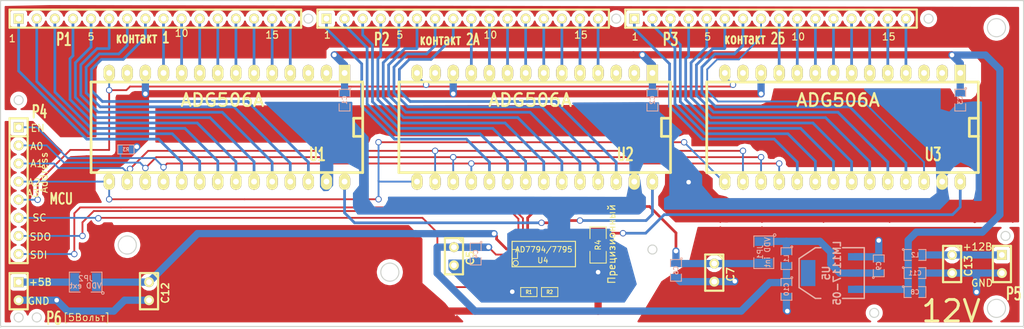
<source format=kicad_pcb>
(kicad_pcb (version 3) (host pcbnew "(2013-feb-26)-stable")

  (general
    (links 135)
    (no_connects 0)
    (area 181.534999 22.784999 325.7804 68.721)
    (thickness 1.6)
    (drawings 49)
    (tracks 560)
    (zones 0)
    (modules 32)
    (nets 69)
  )

  (page A3)
  (layers
    (15 F.Cu signal)
    (0 B.Cu signal)
    (16 B.Adhes user)
    (17 F.Adhes user)
    (18 B.Paste user)
    (19 F.Paste user)
    (20 B.SilkS user)
    (21 F.SilkS user)
    (22 B.Mask user)
    (23 F.Mask user)
    (24 Dwgs.User user)
    (25 Cmts.User user)
    (26 Eco1.User user)
    (27 Eco2.User user)
    (28 Edge.Cuts user)
  )

  (setup
    (last_trace_width 0.254)
    (user_trace_width 0.254)
    (user_trace_width 0.381)
    (user_trace_width 0.508)
    (user_trace_width 0.635)
    (user_trace_width 1.016)
    (trace_clearance 0.254)
    (zone_clearance 0.499999)
    (zone_45_only no)
    (trace_min 0.254)
    (segment_width 0.2)
    (edge_width 0.15)
    (via_size 0.889)
    (via_drill 0.635)
    (via_min_size 0.889)
    (via_min_drill 0.508)
    (uvia_size 0.508)
    (uvia_drill 0.127)
    (uvias_allowed no)
    (uvia_min_size 0.508)
    (uvia_min_drill 0.127)
    (pcb_text_width 0.15)
    (pcb_text_size 1 1)
    (mod_edge_width 0.15)
    (mod_text_size 1 1)
    (mod_text_width 0.15)
    (pad_size 1 1)
    (pad_drill 0.6)
    (pad_to_mask_clearance 0)
    (aux_axis_origin 181.61 22.86)
    (visible_elements FFFFFFBF)
    (pcbplotparams
      (layerselection 2129920)
      (usegerberextensions false)
      (excludeedgelayer false)
      (linewidth 152400)
      (plotframeref false)
      (viasonmask false)
      (mode 1)
      (useauxorigin false)
      (hpglpennumber 1)
      (hpglpenspeed 20)
      (hpglpendiameter 15)
      (hpglpenoverlay 2)
      (psnegative false)
      (psa4output false)
      (plotreference true)
      (plotvalue true)
      (plotothertext true)
      (plotinvisibletext false)
      (padsonsilk true)
      (subtractmaskfromsilk false)
      (outputformat 5)
      (mirror true)
      (drillshape 1)
      (scaleselection 1)
      (outputdirectory /home/eddy/Docs/SAO/ELECTRONICS/STM32/kicad/termo/svg))
  )

  (net 0 "")
  (net 1 +12V)
  (net 2 +12Vex)
  (net 3 +5VA)
  (net 4 /A0)
  (net 5 /A1)
  (net 6 /A2)
  (net 7 /A3)
  (net 8 /EN)
  (net 9 /SC)
  (net 10 /SDI)
  (net 11 /SDO)
  (net 12 DVDD)
  (net 13 GND)
  (net 14 N-000001)
  (net 15 N-0000010)
  (net 16 N-0000011)
  (net 17 N-0000012)
  (net 18 N-0000013)
  (net 19 N-0000014)
  (net 20 N-0000015)
  (net 21 N-0000016)
  (net 22 N-0000019)
  (net 23 N-000002)
  (net 24 N-0000020)
  (net 25 N-0000021)
  (net 26 N-0000022)
  (net 27 N-0000023)
  (net 28 N-0000024)
  (net 29 N-0000025)
  (net 30 N-0000026)
  (net 31 N-0000027)
  (net 32 N-0000028)
  (net 33 N-0000029)
  (net 34 N-000003)
  (net 35 N-0000030)
  (net 36 N-0000031)
  (net 37 N-0000032)
  (net 38 N-0000033)
  (net 39 N-0000034)
  (net 40 N-0000035)
  (net 41 N-0000036)
  (net 42 N-0000037)
  (net 43 N-000004)
  (net 44 N-0000040)
  (net 45 N-0000041)
  (net 46 N-0000042)
  (net 47 N-0000048)
  (net 48 N-0000049)
  (net 49 N-000005)
  (net 50 N-0000050)
  (net 51 N-0000051)
  (net 52 N-0000052)
  (net 53 N-0000053)
  (net 54 N-0000054)
  (net 55 N-0000055)
  (net 56 N-0000056)
  (net 57 N-0000057)
  (net 58 N-0000058)
  (net 59 N-0000059)
  (net 60 N-000006)
  (net 61 N-0000060)
  (net 62 N-0000061)
  (net 63 N-0000062)
  (net 64 N-0000063)
  (net 65 N-000007)
  (net 66 N-000008)
  (net 67 N-000009)
  (net 68 VDD)

  (net_class Default "This is the default net class."
    (clearance 0.254)
    (trace_width 0.254)
    (via_dia 0.889)
    (via_drill 0.635)
    (uvia_dia 0.508)
    (uvia_drill 0.127)
    (add_net "")
    (add_net +12Vex)
    (add_net /A0)
    (add_net /A1)
    (add_net /A2)
    (add_net /A3)
    (add_net /EN)
    (add_net /SC)
    (add_net /SDI)
    (add_net /SDO)
    (add_net N-0000019)
    (add_net N-0000036)
    (add_net N-0000059)
  )

  (net_class adata ""
    (clearance 0.2)
    (trace_width 0.381)
    (via_dia 0.889)
    (via_drill 0.635)
    (uvia_dia 0.508)
    (uvia_drill 0.127)
    (add_net N-000001)
    (add_net N-0000010)
    (add_net N-0000011)
    (add_net N-0000012)
    (add_net N-0000013)
    (add_net N-0000014)
    (add_net N-0000015)
    (add_net N-0000016)
    (add_net N-000002)
    (add_net N-0000020)
    (add_net N-0000021)
    (add_net N-0000022)
    (add_net N-0000023)
    (add_net N-0000024)
    (add_net N-0000025)
    (add_net N-0000026)
    (add_net N-0000027)
    (add_net N-0000028)
    (add_net N-0000029)
    (add_net N-000003)
    (add_net N-0000030)
    (add_net N-0000031)
    (add_net N-0000032)
    (add_net N-0000033)
    (add_net N-0000034)
    (add_net N-0000035)
    (add_net N-0000037)
    (add_net N-000004)
    (add_net N-0000040)
    (add_net N-0000041)
    (add_net N-0000048)
    (add_net N-0000049)
    (add_net N-000005)
    (add_net N-0000050)
    (add_net N-0000051)
    (add_net N-0000052)
    (add_net N-0000053)
    (add_net N-0000054)
    (add_net N-0000055)
    (add_net N-0000056)
    (add_net N-0000057)
    (add_net N-0000058)
    (add_net N-000006)
    (add_net N-0000060)
    (add_net N-0000061)
    (add_net N-0000062)
    (add_net N-0000063)
    (add_net N-000007)
    (add_net N-000008)
    (add_net N-000009)
  )

  (net_class pwr ""
    (clearance 0.254)
    (trace_width 1.016)
    (via_dia 0.889)
    (via_drill 0.635)
    (uvia_dia 0.508)
    (uvia_drill 0.127)
    (add_net +12V)
    (add_net +5VA)
    (add_net DVDD)
    (add_net GND)
    (add_net N-0000042)
    (add_net VDD)
  )

  (module SSOP24   locked (layer F.Cu) (tedit 5358FD27) (tstamp 5357AB8D)
    (at 257.81 58.42)
    (descr "SSOP 24 pins")
    (tags "CMS SSOP SMD")
    (path /524D62C1)
    (attr smd)
    (fp_text reference U4 (at -0.127 0.889) (layer F.SilkS)
      (effects (font (size 0.762 0.762) (thickness 0.127)))
    )
    (fp_text value AD7794/7795 (at 0 -0.635) (layer F.SilkS)
      (effects (font (size 0.762 0.762) (thickness 0.127)))
    )
    (fp_line (start -4.445 -1.778) (end 4.445 -1.778) (layer F.SilkS) (width 0.1524))
    (fp_line (start 4.445 -1.778) (end 4.445 1.778) (layer F.SilkS) (width 0.1524))
    (fp_line (start 4.445 1.778) (end -4.445 1.778) (layer F.SilkS) (width 0.1524))
    (fp_line (start -4.445 1.778) (end -4.445 -1.778) (layer F.SilkS) (width 0.1524))
    (fp_circle (center -3.937 1.27) (end -4.191 1.016) (layer F.SilkS) (width 0.127))
    (fp_line (start -4.445 -0.635) (end -3.683 -0.635) (layer F.SilkS) (width 0.127))
    (fp_line (start -3.683 -0.635) (end -3.683 0.635) (layer F.SilkS) (width 0.127))
    (fp_line (start -3.683 0.635) (end -4.445 0.635) (layer F.SilkS) (width 0.127))
    (pad 1 smd rect (at -3.556 2.667) (size 0.4064 1.27)
      (layers F.Cu F.Paste F.Mask)
      (net 9 /SC)
    )
    (pad 2 smd rect (at -2.921 2.667) (size 0.4064 1.27)
      (layers F.Cu F.Paste F.Mask)
      (net 13 GND)
    )
    (pad 3 smd rect (at -2.2606 2.667) (size 0.4064 1.27)
      (layers F.Cu F.Paste F.Mask)
      (net 13 GND)
    )
    (pad 4 smd rect (at -1.6002 2.667) (size 0.4064 1.27)
      (layers F.Cu F.Paste F.Mask)
    )
    (pad 5 smd rect (at -0.9652 2.667) (size 0.4064 1.27)
      (layers F.Cu F.Paste F.Mask)
      (net 41 N-0000036)
    )
    (pad 6 smd rect (at -0.3048 2.667) (size 0.4064 1.27)
      (layers F.Cu F.Paste F.Mask)
      (net 22 N-0000019)
    )
    (pad 7 smd rect (at 0.3556 2.667) (size 0.4064 1.27)
      (layers F.Cu F.Paste F.Mask)
      (net 44 N-0000040)
    )
    (pad 8 smd rect (at 0.9906 2.667) (size 0.4064 1.27)
      (layers F.Cu F.Paste F.Mask)
      (net 45 N-0000041)
    )
    (pad 9 smd rect (at 1.651 2.667) (size 0.4064 1.27)
      (layers F.Cu F.Paste F.Mask)
      (net 13 GND)
    )
    (pad 10 smd rect (at 2.286 2.667) (size 0.4064 1.27)
      (layers F.Cu F.Paste F.Mask)
      (net 13 GND)
    )
    (pad 11 smd rect (at 2.9464 2.667) (size 0.4064 1.27)
      (layers F.Cu F.Paste F.Mask)
      (net 13 GND)
    )
    (pad 12 smd rect (at 3.6068 2.667) (size 0.4064 1.27)
      (layers F.Cu F.Paste F.Mask)
      (net 13 GND)
    )
    (pad 13 smd rect (at 3.6322 -2.667) (size 0.4064 1.27)
      (layers F.Cu F.Paste F.Mask)
      (net 42 N-0000037)
    )
    (pad 14 smd rect (at 2.9464 -2.667) (size 0.4064 1.27)
      (layers F.Cu F.Paste F.Mask)
      (net 13 GND)
    )
    (pad 15 smd rect (at 2.286 -2.667) (size 0.4064 1.27)
      (layers F.Cu F.Paste F.Mask)
      (net 45 N-0000041)
    )
    (pad 16 smd rect (at 1.651 -2.667) (size 0.4064 1.27)
      (layers F.Cu F.Paste F.Mask)
      (net 44 N-0000040)
    )
    (pad 17 smd rect (at 0.9906 -2.667) (size 0.4064 1.27)
      (layers F.Cu F.Paste F.Mask)
      (net 13 GND)
    )
    (pad 18 smd rect (at 0.3556 -2.667) (size 0.4064 1.27)
      (layers F.Cu F.Paste F.Mask)
      (net 13 GND)
    )
    (pad 19 smd rect (at -0.3048 -2.667) (size 0.4064 1.27)
      (layers F.Cu F.Paste F.Mask)
      (net 13 GND)
    )
    (pad 20 smd rect (at -0.9652 -2.667) (size 0.4064 1.27)
      (layers F.Cu F.Paste F.Mask)
      (net 13 GND)
    )
    (pad 21 smd rect (at -1.6002 -2.667) (size 0.4064 1.27)
      (layers F.Cu F.Paste F.Mask)
      (net 3 +5VA)
    )
    (pad 22 smd rect (at -2.2606 -2.667) (size 0.4064 1.27)
      (layers F.Cu F.Paste F.Mask)
      (net 68 VDD)
    )
    (pad 23 smd rect (at -2.921 -2.667) (size 0.4064 1.27)
      (layers F.Cu F.Paste F.Mask)
      (net 10 /SDI)
    )
    (pad 24 smd rect (at -3.556 -2.667) (size 0.4064 1.27)
      (layers F.Cu F.Paste F.Mask)
      (net 11 /SDO)
    )
    (model smd/cms_soj24.wrl
      (at (xyz 0 0 0))
      (scale (xyz 0.256 0.35 0.25))
      (rotate (xyz 0 0 0))
    )
  )

  (module SOT223   locked (layer B.Cu) (tedit 200000) (tstamp 5358BC18)
    (at 298.196 61.087 270)
    (descr "module CMS SOT223 4 pins")
    (tags "CMS SOT")
    (path /535787B7)
    (attr smd)
    (fp_text reference U5 (at 0 0.762 270) (layer B.SilkS)
      (effects (font (size 1.016 1.016) (thickness 0.2032)) (justify mirror))
    )
    (fp_text value LM1117-05 (at 0 -0.762 270) (layer B.SilkS)
      (effects (font (size 1.016 1.016) (thickness 0.2032)) (justify mirror))
    )
    (fp_line (start -3.556 -1.524) (end -3.556 -4.572) (layer B.SilkS) (width 0.2032))
    (fp_line (start -3.556 -4.572) (end 3.556 -4.572) (layer B.SilkS) (width 0.2032))
    (fp_line (start 3.556 -4.572) (end 3.556 -1.524) (layer B.SilkS) (width 0.2032))
    (fp_line (start -3.556 1.524) (end -3.556 2.286) (layer B.SilkS) (width 0.2032))
    (fp_line (start -3.556 2.286) (end -2.032 4.572) (layer B.SilkS) (width 0.2032))
    (fp_line (start -2.032 4.572) (end 2.032 4.572) (layer B.SilkS) (width 0.2032))
    (fp_line (start 2.032 4.572) (end 3.556 2.286) (layer B.SilkS) (width 0.2032))
    (fp_line (start 3.556 2.286) (end 3.556 1.524) (layer B.SilkS) (width 0.2032))
    (pad 4 smd rect (at 0 3.302 270) (size 3.6576 2.032)
      (layers B.Cu B.Paste B.Mask)
    )
    (pad 2 smd rect (at 0 -3.302 270) (size 1.016 2.032)
      (layers B.Cu B.Paste B.Mask)
      (net 46 N-0000042)
    )
    (pad 3 smd rect (at 2.286 -3.302 270) (size 1.016 2.032)
      (layers B.Cu B.Paste B.Mask)
      (net 1 +12V)
    )
    (pad 1 smd rect (at -2.286 -3.302 270) (size 1.016 2.032)
      (layers B.Cu B.Paste B.Mask)
      (net 13 GND)
    )
    (model smd/SOT223.wrl
      (at (xyz 0 0 0))
      (scale (xyz 0.4 0.4 0.4))
      (rotate (xyz 0 0 0))
    )
  )

  (module SM1210   locked (layer B.Cu) (tedit 42806E94) (tstamp 5357ABAA)
    (at 288.671 58.166 270)
    (tags "CMS SM")
    (path /5357756C)
    (attr smd)
    (fp_text reference JP1 (at 0 0.508 270) (layer B.SilkS)
      (effects (font (size 0.762 0.762) (thickness 0.127)) (justify mirror))
    )
    (fp_text value "VDD int" (at 0 -0.508 270) (layer B.SilkS)
      (effects (font (size 0.762 0.762) (thickness 0.127)) (justify mirror))
    )
    (fp_circle (center -2.413 -1.524) (end -2.286 -1.397) (layer B.SilkS) (width 0.127))
    (fp_line (start -0.762 1.397) (end -2.286 1.397) (layer B.SilkS) (width 0.127))
    (fp_line (start -2.286 1.397) (end -2.286 -1.397) (layer B.SilkS) (width 0.127))
    (fp_line (start -2.286 -1.397) (end -0.762 -1.397) (layer B.SilkS) (width 0.127))
    (fp_line (start 0.762 -1.397) (end 2.286 -1.397) (layer B.SilkS) (width 0.127))
    (fp_line (start 2.286 -1.397) (end 2.286 1.397) (layer B.SilkS) (width 0.127))
    (fp_line (start 2.286 1.397) (end 0.762 1.397) (layer B.SilkS) (width 0.127))
    (pad 1 smd rect (at -1.524 0 270) (size 1.27 2.54)
      (layers B.Cu B.Paste B.Mask)
      (net 46 N-0000042)
    )
    (pad 2 smd rect (at 1.524 0 270) (size 1.27 2.54)
      (layers B.Cu B.Paste B.Mask)
      (net 68 VDD)
    )
    (model smd/chip_cms.wrl
      (at (xyz 0 0 0))
      (scale (xyz 0.17 0.2 0.17))
      (rotate (xyz 0 0 0))
    )
  )

  (module SM1210   locked (layer B.Cu) (tedit 42806E94) (tstamp 5357ABB7)
    (at 193.548 62.357 180)
    (tags "CMS SM")
    (path /53576FD5)
    (attr smd)
    (fp_text reference JP2 (at 0 0.508 180) (layer B.SilkS)
      (effects (font (size 0.762 0.762) (thickness 0.127)) (justify mirror))
    )
    (fp_text value "VDD ext" (at 0 -0.508 180) (layer B.SilkS)
      (effects (font (size 0.762 0.762) (thickness 0.127)) (justify mirror))
    )
    (fp_circle (center -2.413 -1.524) (end -2.286 -1.397) (layer B.SilkS) (width 0.127))
    (fp_line (start -0.762 1.397) (end -2.286 1.397) (layer B.SilkS) (width 0.127))
    (fp_line (start -2.286 1.397) (end -2.286 -1.397) (layer B.SilkS) (width 0.127))
    (fp_line (start -2.286 -1.397) (end -0.762 -1.397) (layer B.SilkS) (width 0.127))
    (fp_line (start 0.762 -1.397) (end 2.286 -1.397) (layer B.SilkS) (width 0.127))
    (fp_line (start 2.286 -1.397) (end 2.286 1.397) (layer B.SilkS) (width 0.127))
    (fp_line (start 2.286 1.397) (end 0.762 1.397) (layer B.SilkS) (width 0.127))
    (pad 1 smd rect (at -1.524 0 180) (size 1.27 2.54)
      (layers B.Cu B.Paste B.Mask)
      (net 68 VDD)
    )
    (pad 2 smd rect (at 1.524 0 180) (size 1.27 2.54)
      (layers B.Cu B.Paste B.Mask)
      (net 12 DVDD)
    )
    (model smd/chip_cms.wrl
      (at (xyz 0 0 0))
      (scale (xyz 0.17 0.2 0.17))
      (rotate (xyz 0 0 0))
    )
  )

  (module SM1206   locked (layer F.Cu) (tedit 42806E24) (tstamp 5357ABC3)
    (at 265.43 57.15 270)
    (path /53562118)
    (attr smd)
    (fp_text reference R4 (at 0 0 270) (layer F.SilkS)
      (effects (font (size 0.762 0.762) (thickness 0.127)))
    )
    (fp_text value "5.1k PREC!" (at 0 0 270) (layer F.SilkS) hide
      (effects (font (size 0.762 0.762) (thickness 0.127)))
    )
    (fp_line (start -2.54 -1.143) (end -2.54 1.143) (layer F.SilkS) (width 0.127))
    (fp_line (start -2.54 1.143) (end -0.889 1.143) (layer F.SilkS) (width 0.127))
    (fp_line (start 0.889 -1.143) (end 2.54 -1.143) (layer F.SilkS) (width 0.127))
    (fp_line (start 2.54 -1.143) (end 2.54 1.143) (layer F.SilkS) (width 0.127))
    (fp_line (start 2.54 1.143) (end 0.889 1.143) (layer F.SilkS) (width 0.127))
    (fp_line (start -0.889 -1.143) (end -2.54 -1.143) (layer F.SilkS) (width 0.127))
    (pad 1 smd rect (at -1.651 0 270) (size 1.524 2.032)
      (layers F.Cu F.Paste F.Mask)
      (net 42 N-0000037)
    )
    (pad 2 smd rect (at 1.651 0 270) (size 1.524 2.032)
      (layers F.Cu F.Paste F.Mask)
      (net 13 GND)
    )
    (model smd/chip_cms.wrl
      (at (xyz 0 0 0))
      (scale (xyz 0.17 0.16 0.16))
      (rotate (xyz 0 0 0))
    )
  )

  (module SM0805   locked (layer B.Cu) (tedit 42806E04) (tstamp 5357ABD0)
    (at 309.88 63.754)
    (path /53576FC3)
    (attr smd)
    (fp_text reference C8 (at 0 0) (layer B.SilkS)
      (effects (font (size 0.635 0.635) (thickness 0.127)) (justify mirror))
    )
    (fp_text value 0.33u (at 0 0) (layer B.SilkS) hide
      (effects (font (size 0.635 0.635) (thickness 0.127)) (justify mirror))
    )
    (fp_circle (center -1.651 -0.762) (end -1.651 -0.635) (layer B.SilkS) (width 0.127))
    (fp_line (start -0.508 -0.762) (end -1.524 -0.762) (layer B.SilkS) (width 0.127))
    (fp_line (start -1.524 -0.762) (end -1.524 0.762) (layer B.SilkS) (width 0.127))
    (fp_line (start -1.524 0.762) (end -0.508 0.762) (layer B.SilkS) (width 0.127))
    (fp_line (start 0.508 0.762) (end 1.524 0.762) (layer B.SilkS) (width 0.127))
    (fp_line (start 1.524 0.762) (end 1.524 -0.762) (layer B.SilkS) (width 0.127))
    (fp_line (start 1.524 -0.762) (end 0.508 -0.762) (layer B.SilkS) (width 0.127))
    (pad 1 smd rect (at -0.9525 0) (size 0.889 1.397)
      (layers B.Cu B.Paste B.Mask)
      (net 1 +12V)
    )
    (pad 2 smd rect (at 0.9525 0) (size 0.889 1.397)
      (layers B.Cu B.Paste B.Mask)
      (net 13 GND)
    )
    (model smd/chip_cms.wrl
      (at (xyz 0 0 0))
      (scale (xyz 0.1 0.1 0.1))
      (rotate (xyz 0 0 0))
    )
  )

  (module SM0805   locked (layer B.Cu) (tedit 42806E04) (tstamp 5357ABDD)
    (at 291.846 63.373 270)
    (path /5357821E)
    (attr smd)
    (fp_text reference C10 (at 0 0 270) (layer B.SilkS)
      (effects (font (size 0.635 0.635) (thickness 0.127)) (justify mirror))
    )
    (fp_text value 1u (at 0 0 270) (layer B.SilkS) hide
      (effects (font (size 0.635 0.635) (thickness 0.127)) (justify mirror))
    )
    (fp_circle (center -1.651 -0.762) (end -1.651 -0.635) (layer B.SilkS) (width 0.127))
    (fp_line (start -0.508 -0.762) (end -1.524 -0.762) (layer B.SilkS) (width 0.127))
    (fp_line (start -1.524 -0.762) (end -1.524 0.762) (layer B.SilkS) (width 0.127))
    (fp_line (start -1.524 0.762) (end -0.508 0.762) (layer B.SilkS) (width 0.127))
    (fp_line (start 0.508 0.762) (end 1.524 0.762) (layer B.SilkS) (width 0.127))
    (fp_line (start 1.524 0.762) (end 1.524 -0.762) (layer B.SilkS) (width 0.127))
    (fp_line (start 1.524 -0.762) (end 0.508 -0.762) (layer B.SilkS) (width 0.127))
    (pad 1 smd rect (at -0.9525 0 270) (size 0.889 1.397)
      (layers B.Cu B.Paste B.Mask)
      (net 3 +5VA)
    )
    (pad 2 smd rect (at 0.9525 0 270) (size 0.889 1.397)
      (layers B.Cu B.Paste B.Mask)
      (net 13 GND)
    )
    (model smd/chip_cms.wrl
      (at (xyz 0 0 0))
      (scale (xyz 0.1 0.1 0.1))
      (rotate (xyz 0 0 0))
    )
  )

  (module SM0805 (layer B.Cu) (tedit 5358CDE6) (tstamp 5357B0B0)
    (at 309.88 58.547)
    (path /53577663)
    (attr smd)
    (fp_text reference L2 (at 0 0) (layer B.SilkS)
      (effects (font (size 0.635 0.635) (thickness 0.127)) (justify mirror))
    )
    (fp_text value BMB2A0300AN1 (at 0 0) (layer B.SilkS) hide
      (effects (font (size 0.635 0.635) (thickness 0.127)) (justify mirror))
    )
    (fp_circle (center -1.651 -0.762) (end -1.651 -0.635) (layer B.SilkS) (width 0.127))
    (fp_line (start -0.508 -0.762) (end -1.524 -0.762) (layer B.SilkS) (width 0.127))
    (fp_line (start -1.524 -0.762) (end -1.524 0.762) (layer B.SilkS) (width 0.127))
    (fp_line (start -1.524 0.762) (end -0.508 0.762) (layer B.SilkS) (width 0.127))
    (fp_line (start 0.508 0.762) (end 1.524 0.762) (layer B.SilkS) (width 0.127))
    (fp_line (start 1.524 0.762) (end 1.524 -0.762) (layer B.SilkS) (width 0.127))
    (fp_line (start 1.524 -0.762) (end 0.508 -0.762) (layer B.SilkS) (width 0.127))
    (pad 1 smd rect (at -0.9525 0) (size 0.889 1.397)
      (layers B.Cu B.Paste B.Mask)
      (net 1 +12V)
    )
    (pad 2 smd rect (at 0.9525 0) (size 0.889 1.397)
      (layers B.Cu B.Paste B.Mask)
      (net 2 +12Vex)
    )
    (model smd/chip_cms.wrl
      (at (xyz 0 0 0))
      (scale (xyz 0.1 0.1 0.1))
      (rotate (xyz 0 0 0))
    )
  )

  (module SM0805   locked (layer B.Cu) (tedit 42806E04) (tstamp 5357ABF7)
    (at 304.8 60.071 90)
    (path /53576FB6)
    (attr smd)
    (fp_text reference C9 (at 0 0 90) (layer B.SilkS)
      (effects (font (size 0.635 0.635) (thickness 0.127)) (justify mirror))
    )
    (fp_text value 0.1u (at 0 0 90) (layer B.SilkS) hide
      (effects (font (size 0.635 0.635) (thickness 0.127)) (justify mirror))
    )
    (fp_circle (center -1.651 -0.762) (end -1.651 -0.635) (layer B.SilkS) (width 0.127))
    (fp_line (start -0.508 -0.762) (end -1.524 -0.762) (layer B.SilkS) (width 0.127))
    (fp_line (start -1.524 -0.762) (end -1.524 0.762) (layer B.SilkS) (width 0.127))
    (fp_line (start -1.524 0.762) (end -0.508 0.762) (layer B.SilkS) (width 0.127))
    (fp_line (start 0.508 0.762) (end 1.524 0.762) (layer B.SilkS) (width 0.127))
    (fp_line (start 1.524 0.762) (end 1.524 -0.762) (layer B.SilkS) (width 0.127))
    (fp_line (start 1.524 -0.762) (end 0.508 -0.762) (layer B.SilkS) (width 0.127))
    (pad 1 smd rect (at -0.9525 0 90) (size 0.889 1.397)
      (layers B.Cu B.Paste B.Mask)
      (net 46 N-0000042)
    )
    (pad 2 smd rect (at 0.9525 0 90) (size 0.889 1.397)
      (layers B.Cu B.Paste B.Mask)
      (net 13 GND)
    )
    (model smd/chip_cms.wrl
      (at (xyz 0 0 0))
      (scale (xyz 0.1 0.1 0.1))
      (rotate (xyz 0 0 0))
    )
  )

  (module SM0805   locked (layer B.Cu) (tedit 42806E04) (tstamp 5357AC04)
    (at 291.846 59.055 270)
    (path /53577523)
    (attr smd)
    (fp_text reference L1 (at 0 0 270) (layer B.SilkS)
      (effects (font (size 0.635 0.635) (thickness 0.127)) (justify mirror))
    )
    (fp_text value BMB2A0300AN1 (at 0 0 270) (layer B.SilkS) hide
      (effects (font (size 0.635 0.635) (thickness 0.127)) (justify mirror))
    )
    (fp_circle (center -1.651 -0.762) (end -1.651 -0.635) (layer B.SilkS) (width 0.127))
    (fp_line (start -0.508 -0.762) (end -1.524 -0.762) (layer B.SilkS) (width 0.127))
    (fp_line (start -1.524 -0.762) (end -1.524 0.762) (layer B.SilkS) (width 0.127))
    (fp_line (start -1.524 0.762) (end -0.508 0.762) (layer B.SilkS) (width 0.127))
    (fp_line (start 0.508 0.762) (end 1.524 0.762) (layer B.SilkS) (width 0.127))
    (fp_line (start 1.524 0.762) (end 1.524 -0.762) (layer B.SilkS) (width 0.127))
    (fp_line (start 1.524 -0.762) (end 0.508 -0.762) (layer B.SilkS) (width 0.127))
    (pad 1 smd rect (at -0.9525 0 270) (size 0.889 1.397)
      (layers B.Cu B.Paste B.Mask)
      (net 46 N-0000042)
    )
    (pad 2 smd rect (at 0.9525 0 270) (size 0.889 1.397)
      (layers B.Cu B.Paste B.Mask)
      (net 3 +5VA)
    )
    (model smd/chip_cms.wrl
      (at (xyz 0 0 0))
      (scale (xyz 0.1 0.1 0.1))
      (rotate (xyz 0 0 0))
    )
  )

  (module SM0805   locked (layer B.Cu) (tedit 42806E04) (tstamp 5357AC11)
    (at 309.88 61.087)
    (path /535774FF)
    (attr smd)
    (fp_text reference C11 (at 0 0) (layer B.SilkS)
      (effects (font (size 0.635 0.635) (thickness 0.127)) (justify mirror))
    )
    (fp_text value 1u (at 0 0) (layer B.SilkS) hide
      (effects (font (size 0.635 0.635) (thickness 0.127)) (justify mirror))
    )
    (fp_circle (center -1.651 -0.762) (end -1.651 -0.635) (layer B.SilkS) (width 0.127))
    (fp_line (start -0.508 -0.762) (end -1.524 -0.762) (layer B.SilkS) (width 0.127))
    (fp_line (start -1.524 -0.762) (end -1.524 0.762) (layer B.SilkS) (width 0.127))
    (fp_line (start -1.524 0.762) (end -0.508 0.762) (layer B.SilkS) (width 0.127))
    (fp_line (start 0.508 0.762) (end 1.524 0.762) (layer B.SilkS) (width 0.127))
    (fp_line (start 1.524 0.762) (end 1.524 -0.762) (layer B.SilkS) (width 0.127))
    (fp_line (start 1.524 -0.762) (end 0.508 -0.762) (layer B.SilkS) (width 0.127))
    (pad 1 smd rect (at -0.9525 0) (size 0.889 1.397)
      (layers B.Cu B.Paste B.Mask)
      (net 1 +12V)
    )
    (pad 2 smd rect (at 0.9525 0) (size 0.889 1.397)
      (layers B.Cu B.Paste B.Mask)
      (net 13 GND)
    )
    (model smd/chip_cms.wrl
      (at (xyz 0 0 0))
      (scale (xyz 0.1 0.1 0.1))
      (rotate (xyz 0 0 0))
    )
  )

  (module SM0805   locked (layer B.Cu) (tedit 42806E04) (tstamp 5357AC1E)
    (at 276.352 60.706 270)
    (path /535773CF)
    (attr smd)
    (fp_text reference C6 (at 0 0 270) (layer B.SilkS)
      (effects (font (size 0.635 0.635) (thickness 0.127)) (justify mirror))
    )
    (fp_text value 0.1u (at 0 0 270) (layer B.SilkS) hide
      (effects (font (size 0.635 0.635) (thickness 0.127)) (justify mirror))
    )
    (fp_circle (center -1.651 -0.762) (end -1.651 -0.635) (layer B.SilkS) (width 0.127))
    (fp_line (start -0.508 -0.762) (end -1.524 -0.762) (layer B.SilkS) (width 0.127))
    (fp_line (start -1.524 -0.762) (end -1.524 0.762) (layer B.SilkS) (width 0.127))
    (fp_line (start -1.524 0.762) (end -0.508 0.762) (layer B.SilkS) (width 0.127))
    (fp_line (start 0.508 0.762) (end 1.524 0.762) (layer B.SilkS) (width 0.127))
    (fp_line (start 1.524 0.762) (end 1.524 -0.762) (layer B.SilkS) (width 0.127))
    (fp_line (start 1.524 -0.762) (end 0.508 -0.762) (layer B.SilkS) (width 0.127))
    (pad 1 smd rect (at -0.9525 0 270) (size 0.889 1.397)
      (layers B.Cu B.Paste B.Mask)
      (net 68 VDD)
    )
    (pad 2 smd rect (at 0.9525 0 270) (size 0.889 1.397)
      (layers B.Cu B.Paste B.Mask)
      (net 13 GND)
    )
    (model smd/chip_cms.wrl
      (at (xyz 0 0 0))
      (scale (xyz 0.1 0.1 0.1))
      (rotate (xyz 0 0 0))
    )
  )

  (module SM0805   locked (layer B.Cu) (tedit 42806E04) (tstamp 5357AC2B)
    (at 248.2596 58.42 270)
    (path /53577203)
    (attr smd)
    (fp_text reference C4 (at 0 0 270) (layer B.SilkS)
      (effects (font (size 0.635 0.635) (thickness 0.127)) (justify mirror))
    )
    (fp_text value 0.1u (at 0 0 270) (layer B.SilkS) hide
      (effects (font (size 0.635 0.635) (thickness 0.127)) (justify mirror))
    )
    (fp_circle (center -1.651 -0.762) (end -1.651 -0.635) (layer B.SilkS) (width 0.127))
    (fp_line (start -0.508 -0.762) (end -1.524 -0.762) (layer B.SilkS) (width 0.127))
    (fp_line (start -1.524 -0.762) (end -1.524 0.762) (layer B.SilkS) (width 0.127))
    (fp_line (start -1.524 0.762) (end -0.508 0.762) (layer B.SilkS) (width 0.127))
    (fp_line (start 0.508 0.762) (end 1.524 0.762) (layer B.SilkS) (width 0.127))
    (fp_line (start 1.524 0.762) (end 1.524 -0.762) (layer B.SilkS) (width 0.127))
    (fp_line (start 1.524 -0.762) (end 0.508 -0.762) (layer B.SilkS) (width 0.127))
    (pad 1 smd rect (at -0.9525 0 270) (size 0.889 1.397)
      (layers B.Cu B.Paste B.Mask)
      (net 3 +5VA)
    )
    (pad 2 smd rect (at 0.9525 0 270) (size 0.889 1.397)
      (layers B.Cu B.Paste B.Mask)
      (net 13 GND)
    )
    (model smd/chip_cms.wrl
      (at (xyz 0 0 0))
      (scale (xyz 0.1 0.1 0.1))
      (rotate (xyz 0 0 0))
    )
  )

  (module SM0805   locked (layer B.Cu) (tedit 42806E04) (tstamp 5357AC38)
    (at 316.23 36.83 270)
    (path /53576E2C)
    (attr smd)
    (fp_text reference C3 (at 0 0 270) (layer B.SilkS)
      (effects (font (size 0.635 0.635) (thickness 0.127)) (justify mirror))
    )
    (fp_text value 0.1u (at 0 0 270) (layer B.SilkS) hide
      (effects (font (size 0.635 0.635) (thickness 0.127)) (justify mirror))
    )
    (fp_circle (center -1.651 -0.762) (end -1.651 -0.635) (layer B.SilkS) (width 0.127))
    (fp_line (start -0.508 -0.762) (end -1.524 -0.762) (layer B.SilkS) (width 0.127))
    (fp_line (start -1.524 -0.762) (end -1.524 0.762) (layer B.SilkS) (width 0.127))
    (fp_line (start -1.524 0.762) (end -0.508 0.762) (layer B.SilkS) (width 0.127))
    (fp_line (start 0.508 0.762) (end 1.524 0.762) (layer B.SilkS) (width 0.127))
    (fp_line (start 1.524 0.762) (end 1.524 -0.762) (layer B.SilkS) (width 0.127))
    (fp_line (start 1.524 -0.762) (end 0.508 -0.762) (layer B.SilkS) (width 0.127))
    (pad 1 smd rect (at -0.9525 0 270) (size 0.889 1.397)
      (layers B.Cu B.Paste B.Mask)
      (net 1 +12V)
    )
    (pad 2 smd rect (at 0.9525 0 270) (size 0.889 1.397)
      (layers B.Cu B.Paste B.Mask)
      (net 13 GND)
    )
    (model smd/chip_cms.wrl
      (at (xyz 0 0 0))
      (scale (xyz 0.1 0.1 0.1))
      (rotate (xyz 0 0 0))
    )
  )

  (module SM0805   locked (layer B.Cu) (tedit 42806E04) (tstamp 5357AC45)
    (at 273.05 36.83 270)
    (path /53576E16)
    (attr smd)
    (fp_text reference C2 (at 0 0 270) (layer B.SilkS)
      (effects (font (size 0.635 0.635) (thickness 0.127)) (justify mirror))
    )
    (fp_text value 0.1u (at 0 0 270) (layer B.SilkS) hide
      (effects (font (size 0.635 0.635) (thickness 0.127)) (justify mirror))
    )
    (fp_circle (center -1.651 -0.762) (end -1.651 -0.635) (layer B.SilkS) (width 0.127))
    (fp_line (start -0.508 -0.762) (end -1.524 -0.762) (layer B.SilkS) (width 0.127))
    (fp_line (start -1.524 -0.762) (end -1.524 0.762) (layer B.SilkS) (width 0.127))
    (fp_line (start -1.524 0.762) (end -0.508 0.762) (layer B.SilkS) (width 0.127))
    (fp_line (start 0.508 0.762) (end 1.524 0.762) (layer B.SilkS) (width 0.127))
    (fp_line (start 1.524 0.762) (end 1.524 -0.762) (layer B.SilkS) (width 0.127))
    (fp_line (start 1.524 -0.762) (end 0.508 -0.762) (layer B.SilkS) (width 0.127))
    (pad 1 smd rect (at -0.9525 0 270) (size 0.889 1.397)
      (layers B.Cu B.Paste B.Mask)
      (net 1 +12V)
    )
    (pad 2 smd rect (at 0.9525 0 270) (size 0.889 1.397)
      (layers B.Cu B.Paste B.Mask)
      (net 13 GND)
    )
    (model smd/chip_cms.wrl
      (at (xyz 0 0 0))
      (scale (xyz 0.1 0.1 0.1))
      (rotate (xyz 0 0 0))
    )
  )

  (module SM0805   locked (layer B.Cu) (tedit 42806E04) (tstamp 5357AC52)
    (at 229.87 36.83 270)
    (path /53576CAA)
    (attr smd)
    (fp_text reference C1 (at 0 0 270) (layer B.SilkS)
      (effects (font (size 0.635 0.635) (thickness 0.127)) (justify mirror))
    )
    (fp_text value 0.1u (at 0 0 270) (layer B.SilkS) hide
      (effects (font (size 0.635 0.635) (thickness 0.127)) (justify mirror))
    )
    (fp_circle (center -1.651 -0.762) (end -1.651 -0.635) (layer B.SilkS) (width 0.127))
    (fp_line (start -0.508 -0.762) (end -1.524 -0.762) (layer B.SilkS) (width 0.127))
    (fp_line (start -1.524 -0.762) (end -1.524 0.762) (layer B.SilkS) (width 0.127))
    (fp_line (start -1.524 0.762) (end -0.508 0.762) (layer B.SilkS) (width 0.127))
    (fp_line (start 0.508 0.762) (end 1.524 0.762) (layer B.SilkS) (width 0.127))
    (fp_line (start 1.524 0.762) (end 1.524 -0.762) (layer B.SilkS) (width 0.127))
    (fp_line (start 1.524 -0.762) (end 0.508 -0.762) (layer B.SilkS) (width 0.127))
    (pad 1 smd rect (at -0.9525 0 270) (size 0.889 1.397)
      (layers B.Cu B.Paste B.Mask)
      (net 1 +12V)
    )
    (pad 2 smd rect (at 0.9525 0 270) (size 0.889 1.397)
      (layers B.Cu B.Paste B.Mask)
      (net 13 GND)
    )
    (model smd/chip_cms.wrl
      (at (xyz 0 0 0))
      (scale (xyz 0.1 0.1 0.1))
      (rotate (xyz 0 0 0))
    )
  )

  (module SM0603 (layer B.Cu) (tedit 4E43A3D1) (tstamp 5357AC5C)
    (at 199.1995 43.7515)
    (path /5357C8F8)
    (attr smd)
    (fp_text reference R3 (at 0 0) (layer B.SilkS)
      (effects (font (size 0.508 0.4572) (thickness 0.1143)) (justify mirror))
    )
    (fp_text value 47k (at 0 0) (layer B.SilkS) hide
      (effects (font (size 0.508 0.4572) (thickness 0.1143)) (justify mirror))
    )
    (fp_line (start -1.143 0.635) (end 1.143 0.635) (layer B.SilkS) (width 0.127))
    (fp_line (start 1.143 0.635) (end 1.143 -0.635) (layer B.SilkS) (width 0.127))
    (fp_line (start 1.143 -0.635) (end -1.143 -0.635) (layer B.SilkS) (width 0.127))
    (fp_line (start -1.143 -0.635) (end -1.143 0.635) (layer B.SilkS) (width 0.127))
    (pad 1 smd rect (at -0.762 0) (size 0.635 1.143)
      (layers B.Cu B.Paste B.Mask)
      (net 8 /EN)
    )
    (pad 2 smd rect (at 0.762 0) (size 0.635 1.143)
      (layers B.Cu B.Paste B.Mask)
      (net 13 GND)
    )
    (model smd\resistors\R0603.wrl
      (at (xyz 0 0 0.001))
      (scale (xyz 0.5 0.5 0.5))
      (rotate (xyz 0 0 0))
    )
  )

  (module SM0603   locked (layer F.Cu) (tedit 4E43A3D1) (tstamp 5357AC66)
    (at 255.7145 63.754 180)
    (path /53579396)
    (attr smd)
    (fp_text reference R1 (at 0 0 180) (layer F.SilkS)
      (effects (font (size 0.508 0.4572) (thickness 0.1143)))
    )
    (fp_text value 10k (at 0 0 180) (layer F.SilkS) hide
      (effects (font (size 0.508 0.4572) (thickness 0.1143)))
    )
    (fp_line (start -1.143 -0.635) (end 1.143 -0.635) (layer F.SilkS) (width 0.127))
    (fp_line (start 1.143 -0.635) (end 1.143 0.635) (layer F.SilkS) (width 0.127))
    (fp_line (start 1.143 0.635) (end -1.143 0.635) (layer F.SilkS) (width 0.127))
    (fp_line (start -1.143 0.635) (end -1.143 -0.635) (layer F.SilkS) (width 0.127))
    (pad 1 smd rect (at -0.762 0 180) (size 0.635 1.143)
      (layers F.Cu F.Paste F.Mask)
      (net 41 N-0000036)
    )
    (pad 2 smd rect (at 0.762 0 180) (size 0.635 1.143)
      (layers F.Cu F.Paste F.Mask)
      (net 13 GND)
    )
    (model smd\resistors\R0603.wrl
      (at (xyz 0 0 0.001))
      (scale (xyz 0.5 0.5 0.5))
      (rotate (xyz 0 0 0))
    )
  )

  (module SM0603   locked (layer F.Cu) (tedit 4E43A3D1) (tstamp 5358A5BA)
    (at 258.6355 63.754)
    (path /535793A8)
    (attr smd)
    (fp_text reference R2 (at 0 0) (layer F.SilkS)
      (effects (font (size 0.508 0.4572) (thickness 0.1143)))
    )
    (fp_text value 10k (at 0 0) (layer F.SilkS) hide
      (effects (font (size 0.508 0.4572) (thickness 0.1143)))
    )
    (fp_line (start -1.143 -0.635) (end 1.143 -0.635) (layer F.SilkS) (width 0.127))
    (fp_line (start 1.143 -0.635) (end 1.143 0.635) (layer F.SilkS) (width 0.127))
    (fp_line (start 1.143 0.635) (end -1.143 0.635) (layer F.SilkS) (width 0.127))
    (fp_line (start -1.143 0.635) (end -1.143 -0.635) (layer F.SilkS) (width 0.127))
    (pad 1 smd rect (at -0.762 0) (size 0.635 1.143)
      (layers F.Cu F.Paste F.Mask)
      (net 22 N-0000019)
    )
    (pad 2 smd rect (at 0.762 0) (size 0.635 1.143)
      (layers F.Cu F.Paste F.Mask)
      (net 13 GND)
    )
    (model smd\resistors\R0603.wrl
      (at (xyz 0 0 0.001))
      (scale (xyz 0.5 0.5 0.5))
      (rotate (xyz 0 0 0))
    )
  )

  (module SIL-8   locked (layer F.Cu) (tedit 5358ED12) (tstamp 5357AC81)
    (at 184.15 49.53 270)
    (descr "Connecteur 8 pins")
    (tags "CONN DEV")
    (path /5357BA72)
    (fp_text reference P4 (at -11.049 -2.921 360) (layer F.SilkS)
      (effects (font (size 1.72974 1.08712) (thickness 0.3048)))
    )
    (fp_text value MCU (at 1.143 -5.969 360) (layer F.SilkS)
      (effects (font (size 1.524 1.016) (thickness 0.3048)))
    )
    (fp_line (start -10.16 -1.27) (end 10.16 -1.27) (layer F.SilkS) (width 0.3048))
    (fp_line (start 10.16 -1.27) (end 10.16 1.27) (layer F.SilkS) (width 0.3048))
    (fp_line (start 10.16 1.27) (end -10.16 1.27) (layer F.SilkS) (width 0.3048))
    (fp_line (start -10.16 1.27) (end -10.16 -1.27) (layer F.SilkS) (width 0.3048))
    (fp_line (start -7.62 1.27) (end -7.62 -1.27) (layer F.SilkS) (width 0.3048))
    (pad 1 thru_hole rect (at -8.89 0 270) (size 1.397 1.397) (drill 0.8128)
      (layers *.Cu *.Mask F.SilkS)
      (net 8 /EN)
    )
    (pad 2 thru_hole circle (at -6.35 0 270) (size 1.397 1.397) (drill 0.8128)
      (layers *.Cu *.Mask F.SilkS)
      (net 4 /A0)
    )
    (pad 3 thru_hole circle (at -3.81 0 270) (size 1.397 1.397) (drill 0.8128)
      (layers *.Cu *.Mask F.SilkS)
      (net 5 /A1)
    )
    (pad 4 thru_hole circle (at -1.27 0 270) (size 1.397 1.397) (drill 0.8128)
      (layers *.Cu *.Mask F.SilkS)
      (net 6 /A2)
    )
    (pad 5 thru_hole circle (at 1.27 0 270) (size 1.397 1.397) (drill 0.8128)
      (layers *.Cu *.Mask F.SilkS)
      (net 7 /A3)
    )
    (pad 6 thru_hole circle (at 3.81 0 270) (size 1.397 1.397) (drill 0.8128)
      (layers *.Cu *.Mask F.SilkS)
      (net 9 /SC)
    )
    (pad 7 thru_hole circle (at 6.35 0 270) (size 1.397 1.397) (drill 0.8128)
      (layers *.Cu *.Mask F.SilkS)
      (net 11 /SDO)
    )
    (pad 8 thru_hole circle (at 8.89 0 270) (size 1.397 1.397) (drill 0.8128)
      (layers *.Cu *.Mask F.SilkS)
      (net 10 /SDI)
    )
  )

  (module SIL-2   locked (layer F.Cu) (tedit 5358ED06) (tstamp 5357AC8B)
    (at 184.15 63.627 270)
    (descr "Connecteurs 2 pins")
    (tags "CONN DEV")
    (path /5357ABB4)
    (fp_text reference P6 (at 3.81 -4.953 360) (layer F.SilkS)
      (effects (font (size 1.72974 1.08712) (thickness 0.3048)))
    )
    (fp_text value 5Вольт (at 0 -2.54 270) (layer F.SilkS) hide
      (effects (font (size 1.524 1.016) (thickness 0.254)))
    )
    (fp_line (start -2.54 1.27) (end -2.54 -1.27) (layer F.SilkS) (width 0.3048))
    (fp_line (start -2.54 -1.27) (end 2.54 -1.27) (layer F.SilkS) (width 0.3048))
    (fp_line (start 2.54 -1.27) (end 2.54 1.27) (layer F.SilkS) (width 0.3048))
    (fp_line (start 2.54 1.27) (end -2.54 1.27) (layer F.SilkS) (width 0.3048))
    (pad 1 thru_hole rect (at -1.27 0 270) (size 1.397 1.397) (drill 0.8128)
      (layers *.Cu *.Mask F.SilkS)
      (net 12 DVDD)
    )
    (pad 2 thru_hole circle (at 1.27 0 270) (size 1.397 1.397) (drill 0.8128)
      (layers *.Cu *.Mask F.SilkS)
      (net 13 GND)
    )
  )

  (module SIL-2   locked (layer F.Cu) (tedit 5358FA57) (tstamp 5357AC95)
    (at 322.072 59.817 270)
    (descr "Connecteurs 2 pins")
    (tags "CONN DEV")
    (path /5357A978)
    (fp_text reference P5 (at 4.191 -1.651 360) (layer F.SilkS)
      (effects (font (size 1.72974 1.08712) (thickness 0.3048)))
    )
    (fp_text value 12V (at 0 -2.54 270) (layer F.SilkS) hide
      (effects (font (size 1.524 1.016) (thickness 0.3048)))
    )
    (fp_line (start -2.54 1.27) (end -2.54 -1.27) (layer F.SilkS) (width 0.3048))
    (fp_line (start -2.54 -1.27) (end 2.54 -1.27) (layer F.SilkS) (width 0.3048))
    (fp_line (start 2.54 -1.27) (end 2.54 1.27) (layer F.SilkS) (width 0.3048))
    (fp_line (start 2.54 1.27) (end -2.54 1.27) (layer F.SilkS) (width 0.3048))
    (pad 1 thru_hole rect (at -1.27 0 270) (size 1.397 1.397) (drill 0.8128)
      (layers *.Cu *.Mask F.SilkS)
      (net 2 +12Vex)
    )
    (pad 2 thru_hole circle (at 1.27 0 270) (size 1.397 1.397) (drill 0.8128)
      (layers *.Cu *.Mask F.SilkS)
      (net 13 GND)
    )
  )

  (module DIP-28__600_ELL   locked (layer F.Cu) (tedit 200000) (tstamp 5357ACBD)
    (at 256.54 40.64 180)
    (descr "28 pins DIL package, elliptical pads, width 600mil")
    (tags DIL)
    (path /524E4CE6)
    (fp_text reference U2 (at -12.7 -3.81 180) (layer F.SilkS)
      (effects (font (size 1.778 1.143) (thickness 0.3048)))
    )
    (fp_text value ADG506A (at 0.635 3.81 180) (layer F.SilkS)
      (effects (font (size 1.778 1.778) (thickness 0.3048)))
    )
    (fp_line (start -19.05 -1.27) (end -19.05 -1.27) (layer F.SilkS) (width 0.381))
    (fp_line (start -19.05 -1.27) (end -17.78 -1.27) (layer F.SilkS) (width 0.381))
    (fp_line (start -17.78 -1.27) (end -17.78 1.27) (layer F.SilkS) (width 0.381))
    (fp_line (start -17.78 1.27) (end -19.05 1.27) (layer F.SilkS) (width 0.381))
    (fp_line (start -19.05 -6.35) (end 19.05 -6.35) (layer F.SilkS) (width 0.381))
    (fp_line (start 19.05 -6.35) (end 19.05 6.35) (layer F.SilkS) (width 0.381))
    (fp_line (start 19.05 6.35) (end -19.05 6.35) (layer F.SilkS) (width 0.381))
    (fp_line (start -19.05 6.35) (end -19.05 -6.35) (layer F.SilkS) (width 0.381))
    (pad 1 thru_hole rect (at -16.51 7.62 180) (size 1.5748 2.286) (drill 0.8128)
      (layers *.Cu *.Mask F.SilkS)
      (net 1 +12V)
    )
    (pad 2 thru_hole oval (at -13.97 7.62 180) (size 1.5748 2.286) (drill 0.8128)
      (layers *.Cu *.Mask F.SilkS)
    )
    (pad 3 thru_hole oval (at -11.43 7.62 180) (size 1.5748 2.286) (drill 0.8128)
      (layers *.Cu *.Mask F.SilkS)
    )
    (pad 4 thru_hole oval (at -8.89 7.62 180) (size 1.5748 2.286) (drill 0.8128)
      (layers *.Cu *.Mask F.SilkS)
      (net 27 N-0000023)
    )
    (pad 5 thru_hole oval (at -6.35 7.62 180) (size 1.5748 2.286) (drill 0.8128)
      (layers *.Cu *.Mask F.SilkS)
      (net 28 N-0000024)
    )
    (pad 6 thru_hole oval (at -3.81 7.62 180) (size 1.5748 2.286) (drill 0.8128)
      (layers *.Cu *.Mask F.SilkS)
      (net 29 N-0000025)
    )
    (pad 7 thru_hole oval (at -1.27 7.62 180) (size 1.5748 2.286) (drill 0.8128)
      (layers *.Cu *.Mask F.SilkS)
      (net 30 N-0000026)
    )
    (pad 8 thru_hole oval (at 1.27 7.62 180) (size 1.5748 2.286) (drill 0.8128)
      (layers *.Cu *.Mask F.SilkS)
      (net 31 N-0000027)
    )
    (pad 9 thru_hole oval (at 3.81 7.62 180) (size 1.5748 2.286) (drill 0.8128)
      (layers *.Cu *.Mask F.SilkS)
      (net 32 N-0000028)
    )
    (pad 10 thru_hole oval (at 6.35 7.62 180) (size 1.5748 2.286) (drill 0.8128)
      (layers *.Cu *.Mask F.SilkS)
      (net 33 N-0000029)
    )
    (pad 11 thru_hole oval (at 8.89 7.62 180) (size 1.5748 2.286) (drill 0.8128)
      (layers *.Cu *.Mask F.SilkS)
      (net 35 N-0000030)
    )
    (pad 12 thru_hole oval (at 11.43 7.62 180) (size 1.5748 2.286) (drill 0.8128)
      (layers *.Cu *.Mask F.SilkS)
      (net 13 GND)
    )
    (pad 13 thru_hole oval (at 13.97 7.62 180) (size 1.5748 2.286) (drill 0.8128)
      (layers *.Cu *.Mask F.SilkS)
    )
    (pad 14 thru_hole oval (at 16.51 7.62 180) (size 1.5748 2.286) (drill 0.8128)
      (layers *.Cu *.Mask F.SilkS)
      (net 7 /A3)
    )
    (pad 15 thru_hole oval (at 16.51 -7.62 180) (size 1.5748 2.286) (drill 0.8128)
      (layers *.Cu *.Mask F.SilkS)
      (net 6 /A2)
    )
    (pad 16 thru_hole oval (at 13.97 -7.62 180) (size 1.5748 2.286) (drill 0.8128)
      (layers *.Cu *.Mask F.SilkS)
      (net 5 /A1)
    )
    (pad 17 thru_hole oval (at 11.43 -7.62 180) (size 1.5748 2.286) (drill 0.8128)
      (layers *.Cu *.Mask F.SilkS)
      (net 4 /A0)
    )
    (pad 18 thru_hole oval (at 8.89 -7.62 180) (size 1.5748 2.286) (drill 0.8128)
      (layers *.Cu *.Mask F.SilkS)
      (net 8 /EN)
    )
    (pad 19 thru_hole oval (at 6.35 -7.62 180) (size 1.5748 2.286) (drill 0.8128)
      (layers *.Cu *.Mask F.SilkS)
      (net 26 N-0000022)
    )
    (pad 20 thru_hole oval (at 3.81 -7.62 180) (size 1.5748 2.286) (drill 0.8128)
      (layers *.Cu *.Mask F.SilkS)
      (net 25 N-0000021)
    )
    (pad 21 thru_hole oval (at 1.27 -7.62 180) (size 1.5748 2.286) (drill 0.8128)
      (layers *.Cu *.Mask F.SilkS)
      (net 24 N-0000020)
    )
    (pad 22 thru_hole oval (at -1.27 -7.62 180) (size 1.5748 2.286) (drill 0.8128)
      (layers *.Cu *.Mask F.SilkS)
      (net 40 N-0000035)
    )
    (pad 23 thru_hole oval (at -3.81 -7.62 180) (size 1.5748 2.286) (drill 0.8128)
      (layers *.Cu *.Mask F.SilkS)
      (net 39 N-0000034)
    )
    (pad 24 thru_hole oval (at -6.35 -7.62 180) (size 1.5748 2.286) (drill 0.8128)
      (layers *.Cu *.Mask F.SilkS)
      (net 38 N-0000033)
    )
    (pad 25 thru_hole oval (at -8.89 -7.62 180) (size 1.5748 2.286) (drill 0.8128)
      (layers *.Cu *.Mask F.SilkS)
      (net 37 N-0000032)
    )
    (pad 26 thru_hole oval (at -11.43 -7.62 180) (size 1.5748 2.286) (drill 0.8128)
      (layers *.Cu *.Mask F.SilkS)
      (net 36 N-0000031)
    )
    (pad 27 thru_hole oval (at -13.97 -7.62 180) (size 1.5748 2.286) (drill 0.8128)
      (layers *.Cu *.Mask F.SilkS)
      (net 13 GND)
    )
    (pad 28 thru_hole oval (at -16.51 -7.62 180) (size 1.5748 2.286) (drill 0.8128)
      (layers *.Cu *.Mask F.SilkS)
      (net 45 N-0000041)
    )
    (model dil/dil_28-w600.wrl
      (at (xyz 0 0 0))
      (scale (xyz 1 1 1))
      (rotate (xyz 0 0 0))
    )
  )

  (module DIP-28__600_ELL (layer F.Cu) (tedit 200000) (tstamp 5357ACE5)
    (at 213.36 40.64 180)
    (descr "28 pins DIL package, elliptical pads, width 600mil")
    (tags DIL)
    (path /524D638F)
    (fp_text reference U1 (at -12.7 -3.81 180) (layer F.SilkS)
      (effects (font (size 1.778 1.143) (thickness 0.3048)))
    )
    (fp_text value ADG506A (at 0.635 3.81 180) (layer F.SilkS)
      (effects (font (size 1.778 1.778) (thickness 0.3048)))
    )
    (fp_line (start -19.05 -1.27) (end -19.05 -1.27) (layer F.SilkS) (width 0.381))
    (fp_line (start -19.05 -1.27) (end -17.78 -1.27) (layer F.SilkS) (width 0.381))
    (fp_line (start -17.78 -1.27) (end -17.78 1.27) (layer F.SilkS) (width 0.381))
    (fp_line (start -17.78 1.27) (end -19.05 1.27) (layer F.SilkS) (width 0.381))
    (fp_line (start -19.05 -6.35) (end 19.05 -6.35) (layer F.SilkS) (width 0.381))
    (fp_line (start 19.05 -6.35) (end 19.05 6.35) (layer F.SilkS) (width 0.381))
    (fp_line (start 19.05 6.35) (end -19.05 6.35) (layer F.SilkS) (width 0.381))
    (fp_line (start -19.05 6.35) (end -19.05 -6.35) (layer F.SilkS) (width 0.381))
    (pad 1 thru_hole rect (at -16.51 7.62 180) (size 1.5748 2.286) (drill 0.8128)
      (layers *.Cu *.Mask F.SilkS)
      (net 1 +12V)
    )
    (pad 2 thru_hole oval (at -13.97 7.62 180) (size 1.5748 2.286) (drill 0.8128)
      (layers *.Cu *.Mask F.SilkS)
    )
    (pad 3 thru_hole oval (at -11.43 7.62 180) (size 1.5748 2.286) (drill 0.8128)
      (layers *.Cu *.Mask F.SilkS)
    )
    (pad 4 thru_hole oval (at -8.89 7.62 180) (size 1.5748 2.286) (drill 0.8128)
      (layers *.Cu *.Mask F.SilkS)
      (net 43 N-000004)
    )
    (pad 5 thru_hole oval (at -6.35 7.62 180) (size 1.5748 2.286) (drill 0.8128)
      (layers *.Cu *.Mask F.SilkS)
      (net 49 N-000005)
    )
    (pad 6 thru_hole oval (at -3.81 7.62 180) (size 1.5748 2.286) (drill 0.8128)
      (layers *.Cu *.Mask F.SilkS)
      (net 60 N-000006)
    )
    (pad 7 thru_hole oval (at -1.27 7.62 180) (size 1.5748 2.286) (drill 0.8128)
      (layers *.Cu *.Mask F.SilkS)
      (net 65 N-000007)
    )
    (pad 8 thru_hole oval (at 1.27 7.62 180) (size 1.5748 2.286) (drill 0.8128)
      (layers *.Cu *.Mask F.SilkS)
      (net 66 N-000008)
    )
    (pad 9 thru_hole oval (at 3.81 7.62 180) (size 1.5748 2.286) (drill 0.8128)
      (layers *.Cu *.Mask F.SilkS)
      (net 67 N-000009)
    )
    (pad 10 thru_hole oval (at 6.35 7.62 180) (size 1.5748 2.286) (drill 0.8128)
      (layers *.Cu *.Mask F.SilkS)
      (net 15 N-0000010)
    )
    (pad 11 thru_hole oval (at 8.89 7.62 180) (size 1.5748 2.286) (drill 0.8128)
      (layers *.Cu *.Mask F.SilkS)
      (net 16 N-0000011)
    )
    (pad 12 thru_hole oval (at 11.43 7.62 180) (size 1.5748 2.286) (drill 0.8128)
      (layers *.Cu *.Mask F.SilkS)
      (net 13 GND)
    )
    (pad 13 thru_hole oval (at 13.97 7.62 180) (size 1.5748 2.286) (drill 0.8128)
      (layers *.Cu *.Mask F.SilkS)
    )
    (pad 14 thru_hole oval (at 16.51 7.62 180) (size 1.5748 2.286) (drill 0.8128)
      (layers *.Cu *.Mask F.SilkS)
      (net 7 /A3)
    )
    (pad 15 thru_hole oval (at 16.51 -7.62 180) (size 1.5748 2.286) (drill 0.8128)
      (layers *.Cu *.Mask F.SilkS)
      (net 6 /A2)
    )
    (pad 16 thru_hole oval (at 13.97 -7.62 180) (size 1.5748 2.286) (drill 0.8128)
      (layers *.Cu *.Mask F.SilkS)
      (net 5 /A1)
    )
    (pad 17 thru_hole oval (at 11.43 -7.62 180) (size 1.5748 2.286) (drill 0.8128)
      (layers *.Cu *.Mask F.SilkS)
      (net 4 /A0)
    )
    (pad 18 thru_hole oval (at 8.89 -7.62 180) (size 1.5748 2.286) (drill 0.8128)
      (layers *.Cu *.Mask F.SilkS)
      (net 8 /EN)
    )
    (pad 19 thru_hole oval (at 6.35 -7.62 180) (size 1.5748 2.286) (drill 0.8128)
      (layers *.Cu *.Mask F.SilkS)
      (net 34 N-000003)
    )
    (pad 20 thru_hole oval (at 3.81 -7.62 180) (size 1.5748 2.286) (drill 0.8128)
      (layers *.Cu *.Mask F.SilkS)
      (net 23 N-000002)
    )
    (pad 21 thru_hole oval (at 1.27 -7.62 180) (size 1.5748 2.286) (drill 0.8128)
      (layers *.Cu *.Mask F.SilkS)
      (net 14 N-000001)
    )
    (pad 22 thru_hole oval (at -1.27 -7.62 180) (size 1.5748 2.286) (drill 0.8128)
      (layers *.Cu *.Mask F.SilkS)
      (net 21 N-0000016)
    )
    (pad 23 thru_hole oval (at -3.81 -7.62 180) (size 1.5748 2.286) (drill 0.8128)
      (layers *.Cu *.Mask F.SilkS)
      (net 20 N-0000015)
    )
    (pad 24 thru_hole oval (at -6.35 -7.62 180) (size 1.5748 2.286) (drill 0.8128)
      (layers *.Cu *.Mask F.SilkS)
      (net 19 N-0000014)
    )
    (pad 25 thru_hole oval (at -8.89 -7.62 180) (size 1.5748 2.286) (drill 0.8128)
      (layers *.Cu *.Mask F.SilkS)
      (net 18 N-0000013)
    )
    (pad 26 thru_hole oval (at -11.43 -7.62 180) (size 1.5748 2.286) (drill 0.8128)
      (layers *.Cu *.Mask F.SilkS)
      (net 17 N-0000012)
    )
    (pad 27 thru_hole oval (at -13.97 -7.62 180) (size 1.5748 2.286) (drill 0.8128)
      (layers *.Cu *.Mask F.SilkS)
      (net 13 GND)
    )
    (pad 28 thru_hole oval (at -16.51 -7.62 180) (size 1.5748 2.286) (drill 0.8128)
      (layers *.Cu *.Mask F.SilkS)
      (net 44 N-0000040)
    )
    (model dil/dil_28-w600.wrl
      (at (xyz 0 0 0))
      (scale (xyz 1 1 1))
      (rotate (xyz 0 0 0))
    )
  )

  (module DIP-28__600_ELL   locked (layer F.Cu) (tedit 200000) (tstamp 5357AD0D)
    (at 299.72 40.64 180)
    (descr "28 pins DIL package, elliptical pads, width 600mil")
    (tags DIL)
    (path /524E54D1)
    (fp_text reference U3 (at -12.7 -3.81 180) (layer F.SilkS)
      (effects (font (size 1.778 1.143) (thickness 0.3048)))
    )
    (fp_text value ADG506A (at 0.635 3.81 180) (layer F.SilkS)
      (effects (font (size 1.778 1.778) (thickness 0.3048)))
    )
    (fp_line (start -19.05 -1.27) (end -19.05 -1.27) (layer F.SilkS) (width 0.381))
    (fp_line (start -19.05 -1.27) (end -17.78 -1.27) (layer F.SilkS) (width 0.381))
    (fp_line (start -17.78 -1.27) (end -17.78 1.27) (layer F.SilkS) (width 0.381))
    (fp_line (start -17.78 1.27) (end -19.05 1.27) (layer F.SilkS) (width 0.381))
    (fp_line (start -19.05 -6.35) (end 19.05 -6.35) (layer F.SilkS) (width 0.381))
    (fp_line (start 19.05 -6.35) (end 19.05 6.35) (layer F.SilkS) (width 0.381))
    (fp_line (start 19.05 6.35) (end -19.05 6.35) (layer F.SilkS) (width 0.381))
    (fp_line (start -19.05 6.35) (end -19.05 -6.35) (layer F.SilkS) (width 0.381))
    (pad 1 thru_hole rect (at -16.51 7.62 180) (size 1.5748 2.286) (drill 0.8128)
      (layers *.Cu *.Mask F.SilkS)
      (net 1 +12V)
    )
    (pad 2 thru_hole oval (at -13.97 7.62 180) (size 1.5748 2.286) (drill 0.8128)
      (layers *.Cu *.Mask F.SilkS)
    )
    (pad 3 thru_hole oval (at -11.43 7.62 180) (size 1.5748 2.286) (drill 0.8128)
      (layers *.Cu *.Mask F.SilkS)
    )
    (pad 4 thru_hole oval (at -8.89 7.62 180) (size 1.5748 2.286) (drill 0.8128)
      (layers *.Cu *.Mask F.SilkS)
      (net 51 N-0000051)
    )
    (pad 5 thru_hole oval (at -6.35 7.62 180) (size 1.5748 2.286) (drill 0.8128)
      (layers *.Cu *.Mask F.SilkS)
      (net 52 N-0000052)
    )
    (pad 6 thru_hole oval (at -3.81 7.62 180) (size 1.5748 2.286) (drill 0.8128)
      (layers *.Cu *.Mask F.SilkS)
      (net 53 N-0000053)
    )
    (pad 7 thru_hole oval (at -1.27 7.62 180) (size 1.5748 2.286) (drill 0.8128)
      (layers *.Cu *.Mask F.SilkS)
      (net 54 N-0000054)
    )
    (pad 8 thru_hole oval (at 1.27 7.62 180) (size 1.5748 2.286) (drill 0.8128)
      (layers *.Cu *.Mask F.SilkS)
      (net 55 N-0000055)
    )
    (pad 9 thru_hole oval (at 3.81 7.62 180) (size 1.5748 2.286) (drill 0.8128)
      (layers *.Cu *.Mask F.SilkS)
      (net 56 N-0000056)
    )
    (pad 10 thru_hole oval (at 6.35 7.62 180) (size 1.5748 2.286) (drill 0.8128)
      (layers *.Cu *.Mask F.SilkS)
      (net 57 N-0000057)
    )
    (pad 11 thru_hole oval (at 8.89 7.62 180) (size 1.5748 2.286) (drill 0.8128)
      (layers *.Cu *.Mask F.SilkS)
      (net 58 N-0000058)
    )
    (pad 12 thru_hole oval (at 11.43 7.62 180) (size 1.5748 2.286) (drill 0.8128)
      (layers *.Cu *.Mask F.SilkS)
      (net 13 GND)
    )
    (pad 13 thru_hole oval (at 13.97 7.62 180) (size 1.5748 2.286) (drill 0.8128)
      (layers *.Cu *.Mask F.SilkS)
    )
    (pad 14 thru_hole oval (at 16.51 7.62 180) (size 1.5748 2.286) (drill 0.8128)
      (layers *.Cu *.Mask F.SilkS)
      (net 7 /A3)
    )
    (pad 15 thru_hole oval (at 16.51 -7.62 180) (size 1.5748 2.286) (drill 0.8128)
      (layers *.Cu *.Mask F.SilkS)
      (net 6 /A2)
    )
    (pad 16 thru_hole oval (at 13.97 -7.62 180) (size 1.5748 2.286) (drill 0.8128)
      (layers *.Cu *.Mask F.SilkS)
      (net 5 /A1)
    )
    (pad 17 thru_hole oval (at 11.43 -7.62 180) (size 1.5748 2.286) (drill 0.8128)
      (layers *.Cu *.Mask F.SilkS)
      (net 4 /A0)
    )
    (pad 18 thru_hole oval (at 8.89 -7.62 180) (size 1.5748 2.286) (drill 0.8128)
      (layers *.Cu *.Mask F.SilkS)
      (net 8 /EN)
    )
    (pad 19 thru_hole oval (at 6.35 -7.62 180) (size 1.5748 2.286) (drill 0.8128)
      (layers *.Cu *.Mask F.SilkS)
      (net 50 N-0000050)
    )
    (pad 20 thru_hole oval (at 3.81 -7.62 180) (size 1.5748 2.286) (drill 0.8128)
      (layers *.Cu *.Mask F.SilkS)
      (net 48 N-0000049)
    )
    (pad 21 thru_hole oval (at 1.27 -7.62 180) (size 1.5748 2.286) (drill 0.8128)
      (layers *.Cu *.Mask F.SilkS)
      (net 47 N-0000048)
    )
    (pad 22 thru_hole oval (at -1.27 -7.62 180) (size 1.5748 2.286) (drill 0.8128)
      (layers *.Cu *.Mask F.SilkS)
      (net 64 N-0000063)
    )
    (pad 23 thru_hole oval (at -3.81 -7.62 180) (size 1.5748 2.286) (drill 0.8128)
      (layers *.Cu *.Mask F.SilkS)
      (net 63 N-0000062)
    )
    (pad 24 thru_hole oval (at -6.35 -7.62 180) (size 1.5748 2.286) (drill 0.8128)
      (layers *.Cu *.Mask F.SilkS)
      (net 62 N-0000061)
    )
    (pad 25 thru_hole oval (at -8.89 -7.62 180) (size 1.5748 2.286) (drill 0.8128)
      (layers *.Cu *.Mask F.SilkS)
      (net 61 N-0000060)
    )
    (pad 26 thru_hole oval (at -11.43 -7.62 180) (size 1.5748 2.286) (drill 0.8128)
      (layers *.Cu *.Mask F.SilkS)
      (net 59 N-0000059)
    )
    (pad 27 thru_hole oval (at -13.97 -7.62 180) (size 1.5748 2.286) (drill 0.8128)
      (layers *.Cu *.Mask F.SilkS)
      (net 13 GND)
    )
    (pad 28 thru_hole oval (at -16.51 -7.62 180) (size 1.5748 2.286) (drill 0.8128)
      (layers *.Cu *.Mask F.SilkS)
      (net 42 N-0000037)
    )
    (model dil/dil_28-w600.wrl
      (at (xyz 0 0 0))
      (scale (xyz 1 1 1))
      (rotate (xyz 0 0 0))
    )
  )

  (module C1   locked (layer F.Cu) (tedit 3F92C496) (tstamp 5357AD18)
    (at 281.7241 61.0235 270)
    (descr "Condensateur e = 1 pas")
    (tags C)
    (path /535773D5)
    (fp_text reference C7 (at 0.254 -2.286 270) (layer F.SilkS)
      (effects (font (size 1.016 1.016) (thickness 0.2032)))
    )
    (fp_text value 10u (at 0 -2.286 270) (layer F.SilkS) hide
      (effects (font (size 1.016 1.016) (thickness 0.2032)))
    )
    (fp_line (start -2.4892 -1.27) (end 2.54 -1.27) (layer F.SilkS) (width 0.3048))
    (fp_line (start 2.54 -1.27) (end 2.54 1.27) (layer F.SilkS) (width 0.3048))
    (fp_line (start 2.54 1.27) (end -2.54 1.27) (layer F.SilkS) (width 0.3048))
    (fp_line (start -2.54 1.27) (end -2.54 -1.27) (layer F.SilkS) (width 0.3048))
    (fp_line (start -2.54 -0.635) (end -1.905 -1.27) (layer F.SilkS) (width 0.3048))
    (pad 1 thru_hole circle (at -1.27 0 270) (size 1.397 1.397) (drill 0.8128)
      (layers *.Cu *.Mask F.SilkS)
      (net 68 VDD)
    )
    (pad 2 thru_hole circle (at 1.27 0 270) (size 1.397 1.397) (drill 0.8128)
      (layers *.Cu *.Mask F.SilkS)
      (net 13 GND)
    )
    (model discret/capa_1_pas.wrl
      (at (xyz 0 0 0))
      (scale (xyz 1 1 1))
      (rotate (xyz 0 0 0))
    )
  )

  (module C1   locked (layer F.Cu) (tedit 3F92C496) (tstamp 5357AD23)
    (at 315.087 59.817 270)
    (descr "Condensateur e = 1 pas")
    (tags C)
    (path /53577669)
    (fp_text reference C13 (at 0.254 -2.286 270) (layer F.SilkS)
      (effects (font (size 1.016 1.016) (thickness 0.2032)))
    )
    (fp_text value 100u (at 0 -2.286 270) (layer F.SilkS) hide
      (effects (font (size 1.016 1.016) (thickness 0.2032)))
    )
    (fp_line (start -2.4892 -1.27) (end 2.54 -1.27) (layer F.SilkS) (width 0.3048))
    (fp_line (start 2.54 -1.27) (end 2.54 1.27) (layer F.SilkS) (width 0.3048))
    (fp_line (start 2.54 1.27) (end -2.54 1.27) (layer F.SilkS) (width 0.3048))
    (fp_line (start -2.54 1.27) (end -2.54 -1.27) (layer F.SilkS) (width 0.3048))
    (fp_line (start -2.54 -0.635) (end -1.905 -1.27) (layer F.SilkS) (width 0.3048))
    (pad 1 thru_hole circle (at -1.27 0 270) (size 1.397 1.397) (drill 0.8128)
      (layers *.Cu *.Mask F.SilkS)
      (net 2 +12Vex)
    )
    (pad 2 thru_hole circle (at 1.27 0 270) (size 1.397 1.397) (drill 0.8128)
      (layers *.Cu *.Mask F.SilkS)
      (net 13 GND)
    )
    (model discret/capa_1_pas.wrl
      (at (xyz 0 0 0))
      (scale (xyz 1 1 1))
      (rotate (xyz 0 0 0))
    )
  )

  (module C1   locked (layer F.Cu) (tedit 3F92C496) (tstamp 5357AD2E)
    (at 245.2116 58.7248 270)
    (descr "Condensateur e = 1 pas")
    (tags C)
    (path /53577209)
    (fp_text reference C5 (at 0.254 -2.286 270) (layer F.SilkS)
      (effects (font (size 1.016 1.016) (thickness 0.2032)))
    )
    (fp_text value 10u (at 0 -2.286 270) (layer F.SilkS) hide
      (effects (font (size 1.016 1.016) (thickness 0.2032)))
    )
    (fp_line (start -2.4892 -1.27) (end 2.54 -1.27) (layer F.SilkS) (width 0.3048))
    (fp_line (start 2.54 -1.27) (end 2.54 1.27) (layer F.SilkS) (width 0.3048))
    (fp_line (start 2.54 1.27) (end -2.54 1.27) (layer F.SilkS) (width 0.3048))
    (fp_line (start -2.54 1.27) (end -2.54 -1.27) (layer F.SilkS) (width 0.3048))
    (fp_line (start -2.54 -0.635) (end -1.905 -1.27) (layer F.SilkS) (width 0.3048))
    (pad 1 thru_hole circle (at -1.27 0 270) (size 1.397 1.397) (drill 0.8128)
      (layers *.Cu *.Mask F.SilkS)
      (net 3 +5VA)
    )
    (pad 2 thru_hole circle (at 1.27 0 270) (size 1.397 1.397) (drill 0.8128)
      (layers *.Cu *.Mask F.SilkS)
      (net 13 GND)
    )
    (model discret/capa_1_pas.wrl
      (at (xyz 0 0 0))
      (scale (xyz 1 1 1))
      (rotate (xyz 0 0 0))
    )
  )

  (module C1   locked (layer F.Cu) (tedit 3F92C496) (tstamp 5357AD39)
    (at 202.438 63.627 270)
    (descr "Condensateur e = 1 pas")
    (tags C)
    (path /5357750C)
    (fp_text reference C12 (at 0.254 -2.286 270) (layer F.SilkS)
      (effects (font (size 1.016 1.016) (thickness 0.2032)))
    )
    (fp_text value 10u (at 0 -2.286 270) (layer F.SilkS) hide
      (effects (font (size 1.016 1.016) (thickness 0.2032)))
    )
    (fp_line (start -2.4892 -1.27) (end 2.54 -1.27) (layer F.SilkS) (width 0.3048))
    (fp_line (start 2.54 -1.27) (end 2.54 1.27) (layer F.SilkS) (width 0.3048))
    (fp_line (start 2.54 1.27) (end -2.54 1.27) (layer F.SilkS) (width 0.3048))
    (fp_line (start -2.54 1.27) (end -2.54 -1.27) (layer F.SilkS) (width 0.3048))
    (fp_line (start -2.54 -0.635) (end -1.905 -1.27) (layer F.SilkS) (width 0.3048))
    (pad 1 thru_hole circle (at -1.27 0 270) (size 1.397 1.397) (drill 0.8128)
      (layers *.Cu *.Mask F.SilkS)
      (net 68 VDD)
    )
    (pad 2 thru_hole circle (at 1.27 0 270) (size 1.397 1.397) (drill 0.8128)
      (layers *.Cu *.Mask F.SilkS)
      (net 13 GND)
    )
    (model discret/capa_1_pas.wrl
      (at (xyz 0 0 0))
      (scale (xyz 1 1 1))
      (rotate (xyz 0 0 0))
    )
  )

  (module SIL-16   locked (layer F.Cu) (tedit 5358FB50) (tstamp 5357AC58)
    (at 203.2 25.4)
    (descr "Connecteur 16 pins")
    (tags "CONN DEV")
    (path /53579853)
    (fp_text reference P1 (at -12.7 2.921) (layer F.SilkS)
      (effects (font (size 1.72974 1.08712) (thickness 0.27178)))
    )
    (fp_text value "контакт 1" (at -1.651 2.667) (layer F.SilkS)
      (effects (font (size 1.524 1.016) (thickness 0.3048)))
    )
    (fp_line (start 17.78 -1.27) (end 20.574 -1.27) (layer F.SilkS) (width 0.3048))
    (fp_line (start 20.574 -1.27) (end 20.574 1.27) (layer F.SilkS) (width 0.3048))
    (fp_line (start 20.574 1.27) (end 17.78 1.27) (layer F.SilkS) (width 0.3048))
    (fp_line (start -20.32 -1.27) (end 17.78 -1.27) (layer F.SilkS) (width 0.3048))
    (fp_line (start 17.78 1.27) (end -20.32 1.27) (layer F.SilkS) (width 0.3048))
    (fp_line (start -20.32 1.27) (end -20.32 -1.27) (layer F.SilkS) (width 0.3048))
    (pad 1 thru_hole rect (at -19.05 0) (size 1.397 1.397) (drill 0.8128)
      (layers *.Cu *.Mask F.SilkS)
      (net 34 N-000003)
    )
    (pad 2 thru_hole circle (at -16.51 0) (size 1.397 1.397) (drill 0.8128)
      (layers *.Cu *.Mask F.SilkS)
      (net 23 N-000002)
    )
    (pad 3 thru_hole circle (at -13.97 0) (size 1.397 1.397) (drill 0.8128)
      (layers *.Cu *.Mask F.SilkS)
      (net 14 N-000001)
    )
    (pad 4 thru_hole circle (at -11.43 0) (size 1.397 1.397) (drill 0.8128)
      (layers *.Cu *.Mask F.SilkS)
      (net 21 N-0000016)
    )
    (pad 5 thru_hole circle (at -8.89 0) (size 1.397 1.397) (drill 0.8128)
      (layers *.Cu *.Mask F.SilkS)
      (net 20 N-0000015)
    )
    (pad 6 thru_hole circle (at -6.35 0) (size 1.397 1.397) (drill 0.8128)
      (layers *.Cu *.Mask F.SilkS)
      (net 19 N-0000014)
    )
    (pad 7 thru_hole circle (at -3.81 0) (size 1.397 1.397) (drill 0.8128)
      (layers *.Cu *.Mask F.SilkS)
      (net 18 N-0000013)
    )
    (pad 8 thru_hole circle (at -1.27 0) (size 1.397 1.397) (drill 0.8128)
      (layers *.Cu *.Mask F.SilkS)
      (net 17 N-0000012)
    )
    (pad 9 thru_hole circle (at 1.27 0) (size 1.397 1.397) (drill 0.8128)
      (layers *.Cu *.Mask F.SilkS)
      (net 16 N-0000011)
    )
    (pad 10 thru_hole circle (at 3.81 0) (size 1.397 1.397) (drill 0.8128)
      (layers *.Cu *.Mask F.SilkS)
      (net 15 N-0000010)
    )
    (pad 11 thru_hole circle (at 6.35 0) (size 1.397 1.397) (drill 0.8128)
      (layers *.Cu *.Mask F.SilkS)
      (net 67 N-000009)
    )
    (pad 12 thru_hole circle (at 8.89 0) (size 1.397 1.397) (drill 0.8128)
      (layers *.Cu *.Mask F.SilkS)
      (net 66 N-000008)
    )
    (pad 13 thru_hole circle (at 11.43 0) (size 1.397 1.397) (drill 0.8128)
      (layers *.Cu *.Mask F.SilkS)
      (net 65 N-000007)
    )
    (pad 14 thru_hole circle (at 13.97 0) (size 1.397 1.397) (drill 0.8128)
      (layers *.Cu *.Mask F.SilkS)
      (net 60 N-000006)
    )
    (pad 15 thru_hole circle (at 16.51 0) (size 1.397 1.397) (drill 0.8128)
      (layers *.Cu *.Mask F.SilkS)
      (net 49 N-000005)
    )
    (pad 16 thru_hole circle (at 19.05 0) (size 1.397 1.397) (drill 0.8128)
      (layers *.Cu *.Mask F.SilkS)
      (net 43 N-000004)
    )
  )

  (module SIL-16   locked (layer F.Cu) (tedit 5358FB48) (tstamp 5357AC72)
    (at 246.38 25.4)
    (descr "Connecteur 16 pins")
    (tags "CONN DEV")
    (path /5357A1B9)
    (fp_text reference P2 (at -11.303 2.921) (layer F.SilkS)
      (effects (font (size 1.72974 1.08712) (thickness 0.27178)))
    )
    (fp_text value "контакт 2А" (at -1.778 2.921) (layer F.SilkS)
      (effects (font (size 1.524 1.016) (thickness 0.3048)))
    )
    (fp_line (start 17.78 -1.27) (end 20.574 -1.27) (layer F.SilkS) (width 0.3048))
    (fp_line (start 20.574 -1.27) (end 20.574 1.27) (layer F.SilkS) (width 0.3048))
    (fp_line (start 20.574 1.27) (end 17.78 1.27) (layer F.SilkS) (width 0.3048))
    (fp_line (start -20.32 -1.27) (end 17.78 -1.27) (layer F.SilkS) (width 0.3048))
    (fp_line (start 17.78 1.27) (end -20.32 1.27) (layer F.SilkS) (width 0.3048))
    (fp_line (start -20.32 1.27) (end -20.32 -1.27) (layer F.SilkS) (width 0.3048))
    (pad 1 thru_hole rect (at -19.05 0) (size 1.397 1.397) (drill 0.8128)
      (layers *.Cu *.Mask F.SilkS)
      (net 26 N-0000022)
    )
    (pad 2 thru_hole circle (at -16.51 0) (size 1.397 1.397) (drill 0.8128)
      (layers *.Cu *.Mask F.SilkS)
      (net 25 N-0000021)
    )
    (pad 3 thru_hole circle (at -13.97 0) (size 1.397 1.397) (drill 0.8128)
      (layers *.Cu *.Mask F.SilkS)
      (net 24 N-0000020)
    )
    (pad 4 thru_hole circle (at -11.43 0) (size 1.397 1.397) (drill 0.8128)
      (layers *.Cu *.Mask F.SilkS)
      (net 40 N-0000035)
    )
    (pad 5 thru_hole circle (at -8.89 0) (size 1.397 1.397) (drill 0.8128)
      (layers *.Cu *.Mask F.SilkS)
      (net 39 N-0000034)
    )
    (pad 6 thru_hole circle (at -6.35 0) (size 1.397 1.397) (drill 0.8128)
      (layers *.Cu *.Mask F.SilkS)
      (net 38 N-0000033)
    )
    (pad 7 thru_hole circle (at -3.81 0) (size 1.397 1.397) (drill 0.8128)
      (layers *.Cu *.Mask F.SilkS)
      (net 37 N-0000032)
    )
    (pad 8 thru_hole circle (at -1.27 0) (size 1.397 1.397) (drill 0.8128)
      (layers *.Cu *.Mask F.SilkS)
      (net 36 N-0000031)
    )
    (pad 9 thru_hole circle (at 1.27 0) (size 1.397 1.397) (drill 0.8128)
      (layers *.Cu *.Mask F.SilkS)
      (net 35 N-0000030)
    )
    (pad 10 thru_hole circle (at 3.81 0) (size 1.397 1.397) (drill 0.8128)
      (layers *.Cu *.Mask F.SilkS)
      (net 33 N-0000029)
    )
    (pad 11 thru_hole circle (at 6.35 0) (size 1.397 1.397) (drill 0.8128)
      (layers *.Cu *.Mask F.SilkS)
      (net 32 N-0000028)
    )
    (pad 12 thru_hole circle (at 8.89 0) (size 1.397 1.397) (drill 0.8128)
      (layers *.Cu *.Mask F.SilkS)
      (net 31 N-0000027)
    )
    (pad 13 thru_hole circle (at 11.43 0) (size 1.397 1.397) (drill 0.8128)
      (layers *.Cu *.Mask F.SilkS)
      (net 30 N-0000026)
    )
    (pad 14 thru_hole circle (at 13.97 0) (size 1.397 1.397) (drill 0.8128)
      (layers *.Cu *.Mask F.SilkS)
      (net 29 N-0000025)
    )
    (pad 15 thru_hole circle (at 16.51 0) (size 1.397 1.397) (drill 0.8128)
      (layers *.Cu *.Mask F.SilkS)
      (net 28 N-0000024)
    )
    (pad 16 thru_hole circle (at 19.05 0) (size 1.397 1.397) (drill 0.8128)
      (layers *.Cu *.Mask F.SilkS)
      (net 27 N-0000023)
    )
  )

  (module SIL-16   locked (layer F.Cu) (tedit 5358FB65) (tstamp 5357AC8C)
    (at 289.56 25.4)
    (descr "Connecteur 16 pins")
    (tags "CONN DEV")
    (path /5357A1CF)
    (fp_text reference P3 (at -13.97 2.921) (layer F.SilkS)
      (effects (font (size 1.72974 1.08712) (thickness 0.27178)))
    )
    (fp_text value "контакт 2Б" (at -2.159 2.794) (layer F.SilkS)
      (effects (font (size 1.524 1.016) (thickness 0.3048)))
    )
    (fp_line (start 17.78 -1.27) (end 20.574 -1.27) (layer F.SilkS) (width 0.3048))
    (fp_line (start 20.574 -1.27) (end 20.574 1.27) (layer F.SilkS) (width 0.3048))
    (fp_line (start 20.574 1.27) (end 17.78 1.27) (layer F.SilkS) (width 0.3048))
    (fp_line (start -20.32 -1.27) (end 17.78 -1.27) (layer F.SilkS) (width 0.3048))
    (fp_line (start 17.78 1.27) (end -20.32 1.27) (layer F.SilkS) (width 0.3048))
    (fp_line (start -20.32 1.27) (end -20.32 -1.27) (layer F.SilkS) (width 0.3048))
    (pad 1 thru_hole rect (at -19.05 0) (size 1.397 1.397) (drill 0.8128)
      (layers *.Cu *.Mask F.SilkS)
      (net 50 N-0000050)
    )
    (pad 2 thru_hole circle (at -16.51 0) (size 1.397 1.397) (drill 0.8128)
      (layers *.Cu *.Mask F.SilkS)
      (net 48 N-0000049)
    )
    (pad 3 thru_hole circle (at -13.97 0) (size 1.397 1.397) (drill 0.8128)
      (layers *.Cu *.Mask F.SilkS)
      (net 47 N-0000048)
    )
    (pad 4 thru_hole circle (at -11.43 0) (size 1.397 1.397) (drill 0.8128)
      (layers *.Cu *.Mask F.SilkS)
      (net 64 N-0000063)
    )
    (pad 5 thru_hole circle (at -8.89 0) (size 1.397 1.397) (drill 0.8128)
      (layers *.Cu *.Mask F.SilkS)
      (net 63 N-0000062)
    )
    (pad 6 thru_hole circle (at -6.35 0) (size 1.397 1.397) (drill 0.8128)
      (layers *.Cu *.Mask F.SilkS)
      (net 62 N-0000061)
    )
    (pad 7 thru_hole circle (at -3.81 0) (size 1.397 1.397) (drill 0.8128)
      (layers *.Cu *.Mask F.SilkS)
      (net 61 N-0000060)
    )
    (pad 8 thru_hole circle (at -1.27 0) (size 1.397 1.397) (drill 0.8128)
      (layers *.Cu *.Mask F.SilkS)
      (net 59 N-0000059)
    )
    (pad 9 thru_hole circle (at 1.27 0) (size 1.397 1.397) (drill 0.8128)
      (layers *.Cu *.Mask F.SilkS)
      (net 58 N-0000058)
    )
    (pad 10 thru_hole circle (at 3.81 0) (size 1.397 1.397) (drill 0.8128)
      (layers *.Cu *.Mask F.SilkS)
      (net 57 N-0000057)
    )
    (pad 11 thru_hole circle (at 6.35 0) (size 1.397 1.397) (drill 0.8128)
      (layers *.Cu *.Mask F.SilkS)
      (net 56 N-0000056)
    )
    (pad 12 thru_hole circle (at 8.89 0) (size 1.397 1.397) (drill 0.8128)
      (layers *.Cu *.Mask F.SilkS)
      (net 55 N-0000055)
    )
    (pad 13 thru_hole circle (at 11.43 0) (size 1.397 1.397) (drill 0.8128)
      (layers *.Cu *.Mask F.SilkS)
      (net 54 N-0000054)
    )
    (pad 14 thru_hole circle (at 13.97 0) (size 1.397 1.397) (drill 0.8128)
      (layers *.Cu *.Mask F.SilkS)
      (net 53 N-0000053)
    )
    (pad 15 thru_hole circle (at 16.51 0) (size 1.397 1.397) (drill 0.8128)
      (layers *.Cu *.Mask F.SilkS)
      (net 52 N-0000052)
    )
    (pad 16 thru_hole circle (at 19.05 0) (size 1.397 1.397) (drill 0.8128)
      (layers *.Cu *.Mask F.SilkS)
      (net 51 N-0000051)
    )
  )

  (gr_text EN (at 186.817 40.767) (layer F.SilkS)
    (effects (font (size 1 1) (thickness 0.15)))
  )
  (gr_text Прецизионный (at 267.335 57.023 90) (layer F.SilkS)
    (effects (font (size 1 1) (thickness 0.15)))
  )
  (gr_text 1 (at 227.457 27.686) (layer F.SilkS) (tstamp 5358FB41)
    (effects (font (size 1 1) (thickness 0.15)))
  )
  (gr_text 5 (at 237.617 27.686) (layer F.SilkS) (tstamp 5358FB40)
    (effects (font (size 1 1) (thickness 0.15)))
  )
  (gr_text 10 (at 250.317 27.686) (layer F.SilkS) (tstamp 5358FB3F)
    (effects (font (size 1 1) (thickness 0.15)))
  )
  (gr_text 15 (at 263.017 27.686) (layer F.SilkS) (tstamp 5358FB3E)
    (effects (font (size 1 1) (thickness 0.15)))
  )
  (gr_text 15 (at 306.197 27.94) (layer F.SilkS)
    (effects (font (size 1 1) (thickness 0.15)))
  )
  (gr_text 10 (at 293.497 27.94) (layer F.SilkS)
    (effects (font (size 1 1) (thickness 0.15)))
  )
  (gr_text 5 (at 280.797 27.94) (layer F.SilkS)
    (effects (font (size 1 1) (thickness 0.15)))
  )
  (gr_text 1 (at 270.637 27.94) (layer F.SilkS)
    (effects (font (size 1 1) (thickness 0.15)))
  )
  (gr_text 15 (at 219.71 27.686) (layer F.SilkS)
    (effects (font (size 1 1) (thickness 0.15)))
  )
  (gr_text 10 (at 207.01 27.432) (layer F.SilkS)
    (effects (font (size 1 1) (thickness 0.15)))
  )
  (gr_text 5 (at 194.31 27.94) (layer F.SilkS)
    (effects (font (size 1 1) (thickness 0.15)))
  )
  (gr_text 1 (at 183.261 28.194) (layer F.SilkS)
    (effects (font (size 1 1) (thickness 0.15)))
  )
  (gr_text GND (at 319.278 62.484) (layer F.SilkS)
    (effects (font (size 1 1) (thickness 0.15)))
  )
  (gr_text +12В (at 318.643 57.404) (layer F.SilkS)
    (effects (font (size 1 1) (thickness 0.15)))
  )
  (gr_text 12V (at 314.96 66.421) (layer F.SilkS)
    (effects (font (size 3 3) (thickness 0.4)))
  )
  (gr_text GND (at 186.944 65.024) (layer F.SilkS)
    (effects (font (size 1 1) (thickness 0.15)))
  )
  (gr_text A3 (at 186.182 49.911) (layer F.SilkS)
    (effects (font (size 1 1) (thickness 0.15)))
  )
  (gr_text A2 (at 186.309 48.387) (layer F.SilkS)
    (effects (font (size 1 1) (thickness 0.15)))
  )
  (gr_text A1 (at 186.69 45.72) (layer F.SilkS)
    (effects (font (size 1 1) (thickness 0.15)))
  )
  (gr_text A0 (at 186.69 43.307) (layer F.SilkS)
    (effects (font (size 1 1) (thickness 0.15)))
  )
  (gr_text Address (at 187.706 46.99 90) (layer F.SilkS)
    (effects (font (size 1 1) (thickness 0.15)))
  )
  (gr_text SC (at 187.071 53.34) (layer F.SilkS)
    (effects (font (size 1 1) (thickness 0.15)))
  )
  (gr_text SDO (at 187.198 56.007) (layer F.SilkS)
    (effects (font (size 1 1) (thickness 0.15)))
  )
  (gr_text SDI (at 186.944 58.547) (layer F.SilkS)
    (effects (font (size 1 1) (thickness 0.15)))
  )
  (gr_text +5В (at 187.198 62.357) (layer F.SilkS)
    (effects (font (size 1 1) (thickness 0.16)))
  )
  (gr_text [5Вольт] (at 193.675 67.31) (layer F.SilkS)
    (effects (font (size 1 1) (thickness 0.12)))
  )
  (gr_circle (center 273.05 57.785) (end 272.415 57.785) (layer Edge.Cuts) (width 0.15))
  (gr_circle (center 304.165 66.675) (end 304.8 66.675) (layer Edge.Cuts) (width 0.15))
  (gr_circle (center 322.58 55.88) (end 323.215 55.88) (layer Edge.Cuts) (width 0.15))
  (gr_circle (center 311.785 25.4) (end 312.42 25.4) (layer Edge.Cuts) (width 0.15))
  (gr_circle (center 267.97 25.4) (end 268.605 25.4) (layer Edge.Cuts) (width 0.15))
  (gr_circle (center 224.79 25.4) (end 224.79 26.035) (layer Edge.Cuts) (width 0.15))
  (gr_circle (center 184.15 67.31) (end 183.515 67.31) (layer Edge.Cuts) (width 0.15))
  (gr_circle (center 184.15 36.83) (end 183.515 36.83) (layer Edge.Cuts) (width 0.15))
  (gr_circle (center 186.69 67.31) (end 186.055 67.31) (layer Edge.Cuts) (width 0.15))
  (gr_circle (center 199.39 57.15) (end 198.12 57.15) (layer Edge.Cuts) (width 0.15))
  (gr_circle (center 236.22 60.96) (end 236.22 62.23) (layer Edge.Cuts) (width 0.15))
  (gr_circle (center 321.31 66.04) (end 321.31 67.31) (layer Edge.Cuts) (width 0.15))
  (gr_circle (center 321.31 26.67) (end 321.31 27.94) (layer Edge.Cuts) (width 0.15))
  (target plus (at 181.61 22.86) (size 0.005) (width 0.15) (layer Edge.Cuts))
  (target plus (at 181.61 68.58) (size 0.005) (width 0.15) (layer Edge.Cuts))
  (target plus (at 325.12 68.58) (size 0.005) (width 0.15) (layer Edge.Cuts))
  (target plus (at 325.12 22.86) (size 0.005) (width 0.15) (layer Edge.Cuts))
  (gr_line (start 325.12 22.86) (end 181.61 22.86) (angle 90) (layer Edge.Cuts) (width 0.15))
  (gr_line (start 325.12 68.58) (end 325.12 22.86) (angle 90) (layer Edge.Cuts) (width 0.15))
  (gr_line (start 181.61 68.58) (end 325.12 68.58) (angle 90) (layer Edge.Cuts) (width 0.15))
  (gr_line (start 181.61 22.86) (end 181.61 68.58) (angle 90) (layer Edge.Cuts) (width 0.15))

  (segment (start 308.9275 58.547) (end 308.9275 56.4769) (width 1.016) (layer B.Cu) (net 1))
  (segment (start 319.7606 30.5054) (end 315.0743 30.5054) (width 1.016) (layer B.Cu) (net 1) (tstamp 5358CCC4))
  (segment (start 321.7926 32.5374) (end 319.7606 30.5054) (width 1.016) (layer B.Cu) (net 1) (tstamp 5358CCBF))
  (segment (start 321.7926 52.8828) (end 321.7926 32.5374) (width 1.016) (layer B.Cu) (net 1) (tstamp 5358CCB8))
  (segment (start 319.3288 55.3466) (end 321.7926 52.8828) (width 1.016) (layer B.Cu) (net 1) (tstamp 5358CCB4))
  (segment (start 310.0578 55.3466) (end 319.3288 55.3466) (width 1.016) (layer B.Cu) (net 1) (tstamp 5358CCAB))
  (segment (start 308.9275 56.4769) (end 310.0578 55.3466) (width 1.016) (layer B.Cu) (net 1) (tstamp 5358CCA8))
  (segment (start 271.6403 30.48) (end 315.0489 30.48) (width 1.016) (layer F.Cu) (net 1))
  (segment (start 315.0489 30.48) (end 315.0743 30.5054) (width 1.016) (layer F.Cu) (net 1) (tstamp 5358CC58))
  (via (at 315.0743 30.5054) (size 0.889) (layers F.Cu B.Cu) (net 1))
  (segment (start 316.23 31.6611) (end 316.23 33.02) (width 1.016) (layer B.Cu) (net 1) (tstamp 5358CC6C))
  (segment (start 315.0743 30.5054) (end 316.23 31.6611) (width 1.016) (layer B.Cu) (net 1) (tstamp 5358CC6B))
  (segment (start 229.87 33.02) (end 229.87 31.9151) (width 1.016) (layer B.Cu) (net 1))
  (segment (start 273.05 31.8897) (end 273.05 33.02) (width 1.016) (layer B.Cu) (net 1) (tstamp 5358CC51))
  (segment (start 271.6403 30.48) (end 273.05 31.8897) (width 1.016) (layer B.Cu) (net 1) (tstamp 5358CC50))
  (via (at 271.6403 30.48) (size 0.889) (layers F.Cu B.Cu) (net 1))
  (segment (start 270.3957 30.48) (end 271.6403 30.48) (width 1.016) (layer F.Cu) (net 1) (tstamp 5358CC43))
  (segment (start 248.285 30.48) (end 270.3957 30.48) (width 1.016) (layer F.Cu) (net 1) (tstamp 5358CC3C))
  (segment (start 234.1753 30.48) (end 248.285 30.48) (width 1.016) (layer F.Cu) (net 1) (tstamp 5358CC3B))
  (segment (start 228.4349 30.48) (end 234.1753 30.48) (width 1.016) (layer F.Cu) (net 1) (tstamp 5358CC3A))
  (via (at 228.4349 30.48) (size 0.889) (layers F.Cu B.Cu) (net 1))
  (segment (start 229.87 31.9151) (end 228.4349 30.48) (width 1.016) (layer B.Cu) (net 1) (tstamp 5358CC36))
  (segment (start 301.498 63.373) (end 308.5465 63.373) (width 1.016) (layer B.Cu) (net 1))
  (segment (start 308.5465 63.373) (end 308.9275 63.754) (width 1.016) (layer B.Cu) (net 1) (tstamp 5358BC52))
  (segment (start 308.9275 63.754) (end 308.9275 61.087) (width 1.016) (layer B.Cu) (net 1))
  (segment (start 308.9275 58.547) (end 308.9275 61.087) (width 1.016) (layer B.Cu) (net 1))
  (segment (start 316.23 33.02) (end 316.23 35.8775) (width 1.016) (layer B.Cu) (net 1) (tstamp 5357C469))
  (segment (start 273.05 33.02) (end 273.05 35.8775) (width 1.016) (layer B.Cu) (net 1))
  (segment (start 229.87 35.8775) (end 229.87 33.02) (width 1.016) (layer B.Cu) (net 1))
  (segment (start 315.087 58.547) (end 310.8325 58.547) (width 1.016) (layer B.Cu) (net 2))
  (segment (start 315.087 58.547) (end 322.072 58.547) (width 1.016) (layer B.Cu) (net 2))
  (segment (start 242.8494 57.4548) (end 242.8494 61.1124) (width 1.016) (layer B.Cu) (net 3))
  (segment (start 250.063 57.4548) (end 242.8494 57.4548) (width 1.016) (layer B.Cu) (net 3))
  (segment (start 289.4965 62.4205) (end 291.846 62.4205) (width 1.016) (layer B.Cu) (net 3) (tstamp 5358BEF0))
  (segment (start 285.496 66.421) (end 289.4965 62.4205) (width 1.016) (layer B.Cu) (net 3) (tstamp 5358BEEF))
  (segment (start 248.158 66.421) (end 285.496 66.421) (width 1.016) (layer B.Cu) (net 3) (tstamp 5358BEEC))
  (segment (start 242.8494 61.1124) (end 248.158 66.421) (width 1.016) (layer B.Cu) (net 3) (tstamp 5358C35C))
  (segment (start 291.846 62.4205) (end 291.846 60.0075) (width 1.016) (layer B.Cu) (net 3))
  (segment (start 256.2098 55.753) (end 256.2098 57.531) (width 0.254) (layer F.Cu) (net 3))
  (segment (start 250.063 57.4548) (end 250.063 57.4675) (width 0.254) (layer B.Cu) (net 3) (tstamp 5358B847))
  (via (at 250.063 57.4548) (size 0.889) (layers F.Cu B.Cu) (net 3))
  (segment (start 251.1044 58.4962) (end 250.063 57.4548) (width 0.254) (layer F.Cu) (net 3) (tstamp 5358B840))
  (segment (start 255.2446 58.4962) (end 251.1044 58.4962) (width 0.254) (layer F.Cu) (net 3) (tstamp 5358B83D))
  (segment (start 256.2098 57.531) (end 255.2446 58.4962) (width 0.254) (layer F.Cu) (net 3) (tstamp 5358B837))
  (segment (start 248.2596 57.4675) (end 250.063 57.4675) (width 1.016) (layer B.Cu) (net 3) (status 10))
  (segment (start 250.063 57.4675) (end 245.2116 57.4548) (width 1.016) (layer B.Cu) (net 3) (tstamp 5358B84A) (status 20))
  (segment (start 245.11 44.831) (end 288.29 44.831) (width 0.254) (layer F.Cu) (net 4))
  (segment (start 288.29 44.831) (end 288.29 48.26) (width 0.254) (layer B.Cu) (net 4) (tstamp 5358ADA7))
  (via (at 288.29 44.831) (size 0.889) (layers F.Cu B.Cu) (net 4))
  (via (at 201.93 46.355) (size 0.889) (layers F.Cu B.Cu) (net 4))
  (segment (start 245.11 48.26) (end 245.11 44.831) (width 0.254) (layer B.Cu) (net 4) (tstamp 5358AD98))
  (via (at 245.11 44.831) (size 0.889) (layers F.Cu B.Cu) (net 4))
  (segment (start 203.454 44.831) (end 245.11 44.831) (width 0.254) (layer F.Cu) (net 4) (tstamp 5358AD8C))
  (segment (start 203.454 44.831) (end 201.93 46.355) (width 0.254) (layer F.Cu) (net 4) (tstamp 5358AD8B))
  (segment (start 184.15 43.18) (end 188.087 43.18) (width 0.254) (layer B.Cu) (net 4))
  (segment (start 201.93 46.355) (end 201.93 48.26) (width 0.254) (layer B.Cu) (net 4) (tstamp 5357C20B))
  (segment (start 201.168 45.593) (end 201.93 46.355) (width 0.254) (layer B.Cu) (net 4) (tstamp 5357C209))
  (segment (start 190.5 45.593) (end 201.168 45.593) (width 0.254) (layer B.Cu) (net 4) (tstamp 5357C207))
  (segment (start 188.087 43.18) (end 190.5 45.593) (width 0.254) (layer B.Cu) (net 4) (tstamp 5357C202))
  (segment (start 242.57 43.942) (end 285.75 43.942) (width 0.254) (layer F.Cu) (net 5))
  (segment (start 285.75 43.942) (end 285.75 48.26) (width 0.254) (layer B.Cu) (net 5) (tstamp 5358B244))
  (via (at 285.75 43.942) (size 0.889) (layers F.Cu B.Cu) (net 5))
  (segment (start 199.39 48.26) (end 199.39 46.863) (width 0.254) (layer B.Cu) (net 5))
  (segment (start 242.57 43.942) (end 242.57 48.26) (width 0.254) (layer B.Cu) (net 5) (tstamp 5358B232))
  (via (at 242.57 43.942) (size 0.889) (layers F.Cu B.Cu) (net 5))
  (segment (start 202.311 43.942) (end 242.57 43.942) (width 0.254) (layer F.Cu) (net 5) (tstamp 5358B222))
  (segment (start 199.771 46.482) (end 202.311 43.942) (width 0.254) (layer F.Cu) (net 5) (tstamp 5358B221))
  (via (at 199.771 46.482) (size 0.889) (layers F.Cu B.Cu) (net 5))
  (segment (start 199.39 46.863) (end 199.771 46.482) (width 0.254) (layer B.Cu) (net 5) (tstamp 5358B218))
  (segment (start 184.15 45.72) (end 189.103 45.72) (width 0.254) (layer B.Cu) (net 5))
  (segment (start 199.39 46.99) (end 199.39 48.26) (width 0.254) (layer B.Cu) (net 5) (tstamp 5357C21A))
  (segment (start 198.755 46.355) (end 199.39 46.99) (width 0.254) (layer B.Cu) (net 5) (tstamp 5357C217))
  (segment (start 189.738 46.355) (end 198.755 46.355) (width 0.254) (layer B.Cu) (net 5) (tstamp 5357C20F))
  (segment (start 189.103 45.72) (end 189.738 46.355) (width 0.254) (layer B.Cu) (net 5) (tstamp 5357C20E))
  (segment (start 240.03 48.26) (end 234.7595 48.26) (width 0.254) (layer B.Cu) (net 6))
  (segment (start 234.7595 48.26) (end 234.6325 48.133) (width 0.254) (layer B.Cu) (net 6) (tstamp 5358B35E))
  (via (at 234.6325 50.7365) (size 0.889) (layers F.Cu B.Cu) (net 6))
  (segment (start 234.6325 48.133) (end 234.6325 50.7365) (width 0.254) (layer B.Cu) (net 6) (tstamp 5358B370))
  (segment (start 283.21 48.26) (end 283.0195 48.26) (width 0.254) (layer B.Cu) (net 6) (tstamp 5358B34C))
  (segment (start 234.6325 42.7355) (end 234.6325 48.133) (width 0.254) (layer B.Cu) (net 6) (tstamp 5358B30C))
  (via (at 234.6325 42.7355) (size 0.889) (layers F.Cu B.Cu) (net 6))
  (segment (start 234.6325 42.7355) (end 251.587 42.7355) (width 0.254) (layer F.Cu) (net 6) (tstamp 5358B32E))
  (segment (start 251.587 42.7355) (end 270.5735 42.7355) (width 0.254) (layer F.Cu) (net 6) (tstamp 5358B32F))
  (segment (start 270.5735 42.7355) (end 277.495 42.7355) (width 0.254) (layer F.Cu) (net 6) (tstamp 5358B338))
  (via (at 277.495 42.7355) (size 0.889) (layers F.Cu B.Cu) (net 6))
  (segment (start 277.495 42.7355) (end 283.0195 48.26) (width 0.254) (layer B.Cu) (net 6) (tstamp 5358B34B))
  (segment (start 196.85 48.26) (end 196.85 50.7365) (width 0.254) (layer B.Cu) (net 6))
  (segment (start 215.8365 50.7365) (end 234.6325 50.7365) (width 0.254) (layer F.Cu) (net 6) (tstamp 5358B2A4))
  (segment (start 196.85 50.7365) (end 215.8365 50.7365) (width 0.254) (layer F.Cu) (net 6) (tstamp 5358B2A3))
  (via (at 196.85 50.7365) (size 0.889) (layers F.Cu B.Cu) (net 6))
  (segment (start 196.85 48.26) (end 195.199 48.26) (width 0.254) (layer B.Cu) (net 6))
  (segment (start 195.199 48.26) (end 184.15 48.26) (width 0.254) (layer B.Cu) (net 6) (tstamp 5358AC4A))
  (segment (start 240.03 33.02) (end 240.03 33.401) (width 0.254) (layer B.Cu) (net 7))
  (segment (start 241.3 34.671) (end 241.3 34.925) (width 0.254) (layer F.Cu) (net 7) (tstamp 5357C6E5))
  (via (at 241.3 34.671) (size 0.889) (layers F.Cu B.Cu) (net 7))
  (segment (start 240.03 33.401) (end 241.3 34.671) (width 0.254) (layer B.Cu) (net 7) (tstamp 5357C6D7))
  (segment (start 196.85 35.433) (end 199.263 35.433) (width 0.254) (layer F.Cu) (net 7))
  (segment (start 283.21 33.528) (end 283.21 33.02) (width 0.254) (layer B.Cu) (net 7) (tstamp 5357C6D0))
  (segment (start 284.353 34.671) (end 283.21 33.528) (width 0.254) (layer B.Cu) (net 7) (tstamp 5357C6CF))
  (via (at 284.353 34.671) (size 0.889) (layers F.Cu B.Cu) (net 7))
  (segment (start 284.099 34.925) (end 284.353 34.671) (width 0.254) (layer F.Cu) (net 7) (tstamp 5357C6C8))
  (segment (start 199.771 34.925) (end 241.3 34.925) (width 0.254) (layer F.Cu) (net 7) (tstamp 5357C6B7))
  (segment (start 241.3 34.925) (end 284.099 34.925) (width 0.254) (layer F.Cu) (net 7) (tstamp 5357C6E8))
  (segment (start 199.263 35.433) (end 199.771 34.925) (width 0.254) (layer F.Cu) (net 7) (tstamp 5357C6B5))
  (segment (start 184.15 50.8) (end 186.817 50.8) (width 0.254) (layer B.Cu) (net 7))
  (via (at 186.817 50.8) (size 0.889) (layers F.Cu B.Cu) (net 7))
  (segment (start 196.85 33.02) (end 196.85 35.433) (width 0.254) (layer B.Cu) (net 7))
  (segment (start 186.817 48.387) (end 186.817 50.8) (width 0.254) (layer F.Cu) (net 7) (tstamp 5357C1C7))
  (segment (start 191.389 43.815) (end 186.817 48.387) (width 0.254) (layer F.Cu) (net 7) (tstamp 5357C1C2))
  (segment (start 196.85 43.815) (end 191.389 43.815) (width 0.254) (layer F.Cu) (net 7) (tstamp 5357C1C1))
  (segment (start 196.85 35.433) (end 196.85 43.815) (width 0.254) (layer F.Cu) (net 7) (tstamp 5357C1C0))
  (via (at 196.85 35.433) (size 0.889) (layers F.Cu B.Cu) (net 7))
  (segment (start 247.65 45.72) (end 290.83 45.72) (width 0.254) (layer F.Cu) (net 8))
  (segment (start 290.83 45.72) (end 290.83 48.26) (width 0.254) (layer B.Cu) (net 8) (tstamp 5358ACEC))
  (via (at 290.83 45.72) (size 0.889) (layers F.Cu B.Cu) (net 8))
  (via (at 204.47 46.228) (size 0.889) (layers F.Cu B.Cu) (net 8))
  (segment (start 247.65 48.26) (end 247.65 45.72) (width 0.254) (layer B.Cu) (net 8) (tstamp 5358ACDA))
  (via (at 247.65 45.72) (size 0.889) (layers F.Cu B.Cu) (net 8))
  (segment (start 204.978 45.72) (end 247.65 45.72) (width 0.254) (layer F.Cu) (net 8) (tstamp 5358ACD1))
  (segment (start 204.978 45.72) (end 204.47 46.228) (width 0.254) (layer F.Cu) (net 8) (tstamp 5358ACD0))
  (segment (start 198.4375 43.7515) (end 198.4375 44.958) (width 0.254) (layer B.Cu) (net 8))
  (segment (start 184.15 40.64) (end 186.69 40.64) (width 0.254) (layer B.Cu) (net 8))
  (segment (start 204.47 46.228) (end 204.47 48.26) (width 0.254) (layer B.Cu) (net 8) (tstamp 5357C1F9))
  (segment (start 203.2 44.958) (end 204.47 46.228) (width 0.254) (layer B.Cu) (net 8) (tstamp 5357C1F7))
  (segment (start 191.008 44.958) (end 198.4375 44.958) (width 0.254) (layer B.Cu) (net 8) (tstamp 5357C1F3))
  (segment (start 198.4375 44.958) (end 203.2 44.958) (width 0.254) (layer B.Cu) (net 8) (tstamp 5358AB30))
  (segment (start 186.69 40.64) (end 191.008 44.958) (width 0.254) (layer B.Cu) (net 8) (tstamp 5357C1EE))
  (segment (start 184.15 53.34) (end 195.2625 53.34) (width 0.254) (layer B.Cu) (net 9))
  (segment (start 252.6665 61.087) (end 254.254 61.087) (width 0.254) (layer F.Cu) (net 9) (tstamp 5358B54B))
  (segment (start 250.698 63.0555) (end 252.6665 61.087) (width 0.254) (layer F.Cu) (net 9) (tstamp 5358B548))
  (segment (start 244.4115 63.0555) (end 250.698 63.0555) (width 0.254) (layer F.Cu) (net 9) (tstamp 5358B546))
  (segment (start 242.8875 61.5315) (end 244.4115 63.0555) (width 0.254) (layer F.Cu) (net 9) (tstamp 5358B542))
  (segment (start 242.8875 55.4355) (end 242.8875 61.5315) (width 0.254) (layer F.Cu) (net 9) (tstamp 5358B540))
  (segment (start 240.792 53.34) (end 242.8875 55.4355) (width 0.254) (layer F.Cu) (net 9) (tstamp 5358B524))
  (segment (start 195.3895 53.34) (end 240.792 53.34) (width 0.254) (layer F.Cu) (net 9) (tstamp 5358B511))
  (segment (start 195.326 53.4035) (end 195.3895 53.34) (width 0.254) (layer F.Cu) (net 9) (tstamp 5358B510))
  (via (at 195.326 53.4035) (size 0.889) (layers F.Cu B.Cu) (net 9))
  (segment (start 195.2625 53.34) (end 195.326 53.4035) (width 0.254) (layer B.Cu) (net 9) (tstamp 5358B502))
  (segment (start 191.9605 58.42) (end 191.9605 52.705) (width 0.254) (layer F.Cu) (net 10))
  (segment (start 192.786 51.8795) (end 198.501 51.8795) (width 0.254) (layer F.Cu) (net 10) (tstamp 5358B4D5))
  (segment (start 191.9605 52.705) (end 192.786 51.8795) (width 0.254) (layer F.Cu) (net 10) (tstamp 5358B4D2))
  (segment (start 254.889 55.753) (end 254.889 53.4035) (width 0.254) (layer F.Cu) (net 10))
  (segment (start 191.9605 58.42) (end 184.15 58.42) (width 0.254) (layer B.Cu) (net 10) (tstamp 5358B4BC))
  (via (at 191.9605 58.42) (size 0.889) (layers F.Cu B.Cu) (net 10))
  (segment (start 253.365 51.8795) (end 198.501 51.8795) (width 0.254) (layer F.Cu) (net 10) (tstamp 5358B49D))
  (segment (start 254.889 53.4035) (end 253.365 51.8795) (width 0.254) (layer F.Cu) (net 10) (tstamp 5358B49A))
  (segment (start 254.254 55.753) (end 254.254 53.486924) (width 0.254) (layer F.Cu) (net 11))
  (segment (start 193.1035 55.88) (end 184.15 55.88) (width 0.254) (layer B.Cu) (net 11) (tstamp 5358B4F6))
  (via (at 193.1035 55.88) (size 0.889) (layers F.Cu B.Cu) (net 11))
  (segment (start 193.1035 53.975) (end 193.1035 55.88) (width 0.254) (layer F.Cu) (net 11) (tstamp 5358B4EF))
  (segment (start 194.690998 52.387502) (end 193.1035 53.975) (width 0.254) (layer F.Cu) (net 11) (tstamp 5358B4EC))
  (segment (start 253.154578 52.387502) (end 194.690998 52.387502) (width 0.254) (layer F.Cu) (net 11) (tstamp 5358B4E2))
  (segment (start 254.254 53.486924) (end 253.154578 52.387502) (width 0.254) (layer F.Cu) (net 11) (tstamp 5358B4DE))
  (segment (start 184.15 62.357) (end 192.024 62.357) (width 1.016) (layer B.Cu) (net 12))
  (segment (start 278.1808 47.625) (end 278.1808 48.2854) (width 1.016) (layer B.Cu) (net 13))
  (segment (start 278.1554 48.3616) (end 278.1554 49.3776) (width 1.016) (layer F.Cu) (net 13) (tstamp 5358E725))
  (segment (start 278.13 48.3362) (end 278.1554 48.3616) (width 1.016) (layer F.Cu) (net 13) (tstamp 5358E724))
  (via (at 278.13 48.3362) (size 0.889) (layers F.Cu B.Cu) (net 13))
  (segment (start 278.1808 48.2854) (end 278.13 48.3362) (width 1.016) (layer B.Cu) (net 13) (tstamp 5358E721))
  (segment (start 278.1808 47.625) (end 278.1808 50.2666) (width 1.016) (layer B.Cu) (net 13))
  (segment (start 313.69 40.3225) (end 311.7215 40.3225) (width 0.381) (layer B.Cu) (net 13))
  (segment (start 311.7215 40.3225) (end 311.658 40.259) (width 0.381) (layer B.Cu) (net 13) (tstamp 5358E09B))
  (segment (start 227.33 40.386) (end 224.917 40.386) (width 0.381) (layer B.Cu) (net 13))
  (segment (start 259.461 61.087) (end 260.096 61.087) (width 0.381) (layer F.Cu) (net 13))
  (segment (start 260.096 61.087) (end 260.7564 61.087) (width 0.381) (layer F.Cu) (net 13) (tstamp 5358CDBA))
  (segment (start 260.7564 61.087) (end 261.4168 61.087) (width 0.381) (layer F.Cu) (net 13) (tstamp 5358CDBB))
  (segment (start 258.8006 55.753) (end 258.1656 55.753) (width 0.254) (layer F.Cu) (net 13))
  (segment (start 254.9525 63.754) (end 253.4412 63.754) (width 1.016) (layer F.Cu) (net 13))
  (segment (start 258.9276 58.166) (end 260.0452 58.166) (width 1.016) (layer B.Cu) (net 13) (tstamp 5358CA65))
  (segment (start 253.3904 63.7032) (end 258.9276 58.166) (width 1.016) (layer B.Cu) (net 13) (tstamp 5358CA64))
  (via (at 253.3904 63.7032) (size 0.889) (layers F.Cu B.Cu) (net 13))
  (segment (start 253.4412 63.754) (end 253.3904 63.7032) (width 1.016) (layer F.Cu) (net 13) (tstamp 5358CA5D))
  (segment (start 313.69 48.26) (end 313.69 40.3225) (width 1.016) (layer B.Cu) (net 13))
  (segment (start 313.69 40.3225) (end 316.23 37.7825) (width 1.016) (layer B.Cu) (net 13) (tstamp 5358C91B))
  (segment (start 270.97355 39.85895) (end 270.97355 40.41775) (width 1.016) (layer B.Cu) (net 13))
  (segment (start 313.69 50.1142) (end 313.69 48.26) (width 1.016) (layer B.Cu) (net 13) (tstamp 5358C918))
  (segment (start 312.547 51.2572) (end 313.69 50.1142) (width 1.016) (layer B.Cu) (net 13) (tstamp 5358C917))
  (segment (start 278.3332 51.2572) (end 312.547 51.2572) (width 1.016) (layer B.Cu) (net 13) (tstamp 5358C912))
  (segment (start 278.1808 51.1048) (end 278.3332 51.2572) (width 1.016) (layer B.Cu) (net 13) (tstamp 5358C910))
  (segment (start 278.1808 50.2666) (end 278.1808 51.1048) (width 1.016) (layer B.Cu) (net 13) (tstamp 5358E6E6))
  (segment (start 270.97355 40.41775) (end 278.1808 47.625) (width 1.016) (layer B.Cu) (net 13) (tstamp 5358C90E))
  (segment (start 265.43 60.96) (end 262.4836 60.96) (width 1.016) (layer B.Cu) (net 13))
  (segment (start 262.4836 60.96) (end 260.0452 58.5216) (width 1.016) (layer B.Cu) (net 13) (tstamp 5358C902))
  (segment (start 260.0452 58.5216) (end 260.0452 58.166) (width 1.016) (layer B.Cu) (net 13) (tstamp 5358C905))
  (via (at 265.43 60.96) (size 0.889) (layers F.Cu B.Cu) (net 13))
  (segment (start 260.0452 58.166) (end 260.0452 52.3494) (width 1.016) (layer B.Cu) (net 13) (tstamp 5358CA68))
  (segment (start 227.33 40.9702) (end 228.0666 40.9702) (width 1.016) (layer B.Cu) (net 13))
  (segment (start 228.0666 40.9702) (end 232.5624 45.466) (width 1.016) (layer B.Cu) (net 13) (tstamp 5358C8E8))
  (segment (start 232.5624 45.466) (end 232.5624 51.689) (width 1.016) (layer B.Cu) (net 13) (tstamp 5358C8E9))
  (segment (start 232.5624 51.689) (end 233.2228 52.3494) (width 1.016) (layer B.Cu) (net 13) (tstamp 5358C8EC))
  (segment (start 233.2228 52.3494) (end 260.0452 52.3494) (width 1.016) (layer B.Cu) (net 13) (tstamp 5358C8ED))
  (segment (start 270.51 50.2666) (end 270.51 48.26) (width 1.016) (layer B.Cu) (net 13) (tstamp 5358C8F7))
  (segment (start 260.0452 52.3494) (end 268.4272 52.3494) (width 1.016) (layer B.Cu) (net 13) (tstamp 5358C908))
  (segment (start 268.4272 52.3494) (end 270.51 50.2666) (width 1.016) (layer B.Cu) (net 13) (tstamp 5358C8F3))
  (segment (start 270.51 48.26) (end 270.51 40.3225) (width 1.016) (layer B.Cu) (net 13))
  (segment (start 270.51 40.3225) (end 270.97355 39.85895) (width 1.016) (layer B.Cu) (net 13) (tstamp 5358C863))
  (segment (start 270.97355 39.85895) (end 273.05 37.7825) (width 1.016) (layer B.Cu) (net 13) (tstamp 5358C90C))
  (segment (start 227.33 48.26) (end 227.33 40.9702) (width 1.016) (layer B.Cu) (net 13))
  (segment (start 227.33 40.9702) (end 227.33 40.386) (width 1.016) (layer B.Cu) (net 13) (tstamp 5358C8E6))
  (segment (start 227.33 40.386) (end 227.33 40.3225) (width 1.016) (layer B.Cu) (net 13) (tstamp 5358E08E))
  (segment (start 227.33 40.3225) (end 229.87 37.7825) (width 1.016) (layer B.Cu) (net 13) (tstamp 5358C860))
  (segment (start 265.43 66.421) (end 265.43 60.96) (width 1.016) (layer F.Cu) (net 13))
  (segment (start 265.43 60.96) (end 265.43 58.801) (width 1.016) (layer F.Cu) (net 13))
  (segment (start 189.484 64.897) (end 191.008 66.421) (width 1.016) (layer F.Cu) (net 13))
  (segment (start 191.008 66.421) (end 265.43 66.421) (width 1.016) (layer F.Cu) (net 13) (tstamp 5358C704))
  (segment (start 265.43 66.421) (end 291.973 66.421) (width 1.016) (layer F.Cu) (net 13) (tstamp 5358C748))
  (segment (start 259.3975 63.754) (end 259.3975 62.4459) (width 0.381) (layer F.Cu) (net 13))
  (segment (start 259.3975 62.4459) (end 260.7564 61.087) (width 0.381) (layer F.Cu) (net 13) (tstamp 5358C2E6))
  (segment (start 254.9525 63.754) (end 254.9525 61.6839) (width 0.381) (layer F.Cu) (net 13))
  (segment (start 254.9525 61.6839) (end 255.5494 61.087) (width 0.381) (layer F.Cu) (net 13) (tstamp 5358C2DF))
  (segment (start 255.5494 61.087) (end 255.5494 59.4106) (width 0.381) (layer F.Cu) (net 13))
  (segment (start 257.5052 57.4548) (end 257.5052 55.753) (width 0.381) (layer F.Cu) (net 13) (tstamp 5358C2BF))
  (segment (start 255.5494 59.4106) (end 257.5052 57.4548) (width 0.381) (layer F.Cu) (net 13) (tstamp 5358C2BD))
  (segment (start 260.7564 58.42) (end 265.049 58.42) (width 1.016) (layer F.Cu) (net 13))
  (segment (start 265.049 58.42) (end 265.43 58.801) (width 1.016) (layer F.Cu) (net 13) (tstamp 5358C29B))
  (segment (start 293.878 66.675) (end 297.561 66.675) (width 1.016) (layer F.Cu) (net 13))
  (segment (start 297.561 66.675) (end 307.086 57.15) (width 1.016) (layer F.Cu) (net 13) (tstamp 5358C194))
  (segment (start 286.004 62.23) (end 289.433 62.23) (width 1.016) (layer F.Cu) (net 13))
  (segment (start 284.5435 62.2935) (end 284.607 62.23) (width 1.016) (layer B.Cu) (net 13) (tstamp 5358C14F))
  (via (at 284.607 62.23) (size 0.889) (layers F.Cu B.Cu) (net 13))
  (segment (start 284.607 62.23) (end 286.004 62.23) (width 1.016) (layer F.Cu) (net 13) (tstamp 5358C155))
  (segment (start 281.7241 62.2935) (end 284.5435 62.2935) (width 1.016) (layer B.Cu) (net 13))
  (segment (start 291.846 66.294) (end 291.973 66.421) (width 1.016) (layer B.Cu) (net 13) (tstamp 5358C15F))
  (segment (start 291.846 66.294) (end 291.846 64.3255) (width 1.016) (layer B.Cu) (net 13))
  (via (at 291.973 66.421) (size 0.889) (layers F.Cu B.Cu) (net 13))
  (segment (start 291.973 66.421) (end 292.227 66.675) (width 1.016) (layer F.Cu) (net 13) (tstamp 5358C161))
  (segment (start 292.227 66.675) (end 293.878 66.675) (width 1.016) (layer F.Cu) (net 13) (tstamp 5358C162))
  (segment (start 289.433 62.23) (end 293.878 66.675) (width 1.016) (layer F.Cu) (net 13) (tstamp 5358C191))
  (segment (start 307.086 56.515) (end 307.086 57.15) (width 1.016) (layer F.Cu) (net 13))
  (segment (start 304.8 56.515) (end 304.8 59.1185) (width 1.016) (layer B.Cu) (net 13))
  (segment (start 304.8 56.515) (end 307.086 56.515) (width 1.016) (layer F.Cu) (net 13) (tstamp 5358C11D))
  (via (at 304.8 56.515) (size 0.889) (layers F.Cu B.Cu) (net 13))
  (segment (start 318.516 61.087) (end 318.516 63.754) (width 1.016) (layer B.Cu) (net 13))
  (segment (start 307.086 57.15) (end 316.103 66.167) (width 1.016) (layer F.Cu) (net 13) (tstamp 5358C18D))
  (segment (start 316.103 66.167) (end 318.516 63.754) (width 1.016) (layer F.Cu) (net 13))
  (via (at 318.516 63.754) (size 0.889) (layers F.Cu B.Cu) (net 13))
  (segment (start 189.484 64.897) (end 191.008 66.421) (width 1.016) (layer B.Cu) (net 13))
  (segment (start 199.009 64.897) (end 202.438 64.897) (width 1.016) (layer B.Cu) (net 13) (tstamp 5358BD6F))
  (segment (start 197.485 66.421) (end 199.009 64.897) (width 1.016) (layer B.Cu) (net 13) (tstamp 5358BD6C))
  (segment (start 191.008 66.421) (end 197.485 66.421) (width 1.016) (layer B.Cu) (net 13) (tstamp 5358BD69))
  (segment (start 276.352 61.6585) (end 276.987 62.2935) (width 1.016) (layer B.Cu) (net 13))
  (segment (start 276.987 62.2935) (end 281.7241 62.2935) (width 1.016) (layer B.Cu) (net 13) (tstamp 5358BD24))
  (segment (start 301.498 58.801) (end 304.4825 58.801) (width 1.016) (layer B.Cu) (net 13))
  (segment (start 304.4825 58.801) (end 304.8 59.1185) (width 1.016) (layer B.Cu) (net 13) (tstamp 5358BCB6))
  (segment (start 310.8325 63.754) (end 310.8325 61.087) (width 1.016) (layer B.Cu) (net 13))
  (segment (start 310.8325 61.087) (end 315.087 61.087) (width 1.016) (layer B.Cu) (net 13))
  (segment (start 315.087 61.087) (end 318.516 61.087) (width 1.016) (layer B.Cu) (net 13))
  (segment (start 318.516 61.087) (end 322.072 61.087) (width 1.016) (layer B.Cu) (net 13) (tstamp 5358C0B4))
  (segment (start 245.2116 59.9948) (end 248.539 59.3725) (width 1.016) (layer B.Cu) (net 13) (status 10))
  (segment (start 248.539 59.3725) (end 248.2596 59.3725) (width 1.016) (layer B.Cu) (net 13) (tstamp 5358B801) (status 20))
  (segment (start 248.539 59.3725) (end 248.2596 59.3725) (width 0.381) (layer B.Cu) (net 13) (tstamp 5358B76F) (status 20))
  (segment (start 257.5052 55.753) (end 258.1656 55.753) (width 0.381) (layer F.Cu) (net 13))
  (segment (start 260.7564 61.087) (end 260.7564 58.42) (width 0.381) (layer F.Cu) (net 13))
  (segment (start 260.7564 58.42) (end 260.7564 55.753) (width 0.381) (layer F.Cu) (net 13) (tstamp 5358C299))
  (segment (start 256.8448 55.753) (end 258.8006 55.753) (width 0.254) (layer F.Cu) (net 13))
  (segment (start 254.889 61.087) (end 255.5494 61.087) (width 0.254) (layer F.Cu) (net 13))
  (segment (start 259.461 61.087) (end 261.4168 61.087) (width 0.381) (layer F.Cu) (net 13))
  (segment (start 199.9615 43.7515) (end 200.3425 43.7515) (width 1.016) (layer B.Cu) (net 13))
  (via (at 200.7235 43.3705) (size 0.889) (layers F.Cu B.Cu) (net 13))
  (segment (start 200.3425 43.7515) (end 200.7235 43.3705) (width 1.016) (layer B.Cu) (net 13) (tstamp 5358AB32))
  (segment (start 245.11 33.02) (end 245.11 35.941) (width 1.016) (layer B.Cu) (net 13))
  (via (at 245.11 35.941) (size 0.889) (layers F.Cu B.Cu) (net 13))
  (segment (start 201.93 35.941) (end 245.11 35.941) (width 1.016) (layer F.Cu) (net 13))
  (segment (start 245.11 35.941) (end 288.29 35.941) (width 1.016) (layer F.Cu) (net 13) (tstamp 5357C594))
  (segment (start 288.29 35.941) (end 288.29 33.02) (width 1.016) (layer B.Cu) (net 13) (tstamp 5357C573))
  (via (at 288.29 35.941) (size 0.889) (layers F.Cu B.Cu) (net 13))
  (segment (start 201.93 33.02) (end 201.93 35.941) (width 1.016) (layer B.Cu) (net 13))
  (segment (start 189.484 64.897) (end 184.15 64.897) (width 1.016) (layer B.Cu) (net 13) (tstamp 5357C2DB))
  (via (at 189.484 64.897) (size 0.889) (layers F.Cu B.Cu) (net 13))
  (segment (start 189.484 49.276) (end 189.484 64.897) (width 1.016) (layer F.Cu) (net 13) (tstamp 5357C2D1))
  (segment (start 193.675 45.085) (end 189.484 49.276) (width 1.016) (layer F.Cu) (net 13) (tstamp 5357C2CD))
  (segment (start 199.009 45.085) (end 193.675 45.085) (width 1.016) (layer F.Cu) (net 13) (tstamp 5357C2CB))
  (segment (start 201.93 42.164) (end 200.7235 43.3705) (width 1.016) (layer F.Cu) (net 13) (tstamp 5357C2C8))
  (segment (start 200.7235 43.3705) (end 199.009 45.085) (width 1.016) (layer F.Cu) (net 13) (tstamp 5358AB48))
  (segment (start 201.93 35.941) (end 201.93 42.164) (width 1.016) (layer F.Cu) (net 13) (tstamp 5357C2C6))
  (segment (start 201.93 35.941) (end 201.93 35.941) (width 1.016) (layer F.Cu) (net 13) (tstamp 5357C2C5))
  (via (at 201.93 35.941) (size 0.889) (layers F.Cu B.Cu) (net 13))
  (segment (start 189.23 25.4) (end 189.23 35.687) (width 0.381) (layer B.Cu) (net 14))
  (segment (start 212.09 45.4025) (end 212.09 48.26) (width 0.381) (layer B.Cu) (net 14) (tstamp 5357B9CA))
  (segment (start 207.47801 40.79051) (end 212.09 45.4025) (width 0.381) (layer B.Cu) (net 14) (tstamp 5357B9C6))
  (segment (start 194.33351 40.79051) (end 207.47801 40.79051) (width 0.381) (layer B.Cu) (net 14) (tstamp 5357B9C2))
  (segment (start 189.23 35.687) (end 194.33351 40.79051) (width 0.381) (layer B.Cu) (net 14) (tstamp 5357B9AA))
  (segment (start 207.01 33.02) (end 207.01 25.4) (width 0.381) (layer B.Cu) (net 15) (status 40000))
  (segment (start 204.47 25.4) (end 204.47 33.02) (width 0.381) (layer B.Cu) (net 16) (status 40000))
  (segment (start 201.93 25.4) (end 201.93 28.0035) (width 0.381) (layer B.Cu) (net 17) (status 40000))
  (segment (start 201.93 28.0035) (end 198.8185 31.115) (width 0.381) (layer B.Cu) (net 17) (tstamp 5357B78E) (status 40000))
  (segment (start 198.8185 31.115) (end 195.7705 31.115) (width 0.381) (layer B.Cu) (net 17) (tstamp 5357B790) (status 40000))
  (segment (start 195.7705 31.115) (end 194.3735 32.512) (width 0.381) (layer B.Cu) (net 17) (tstamp 5357B7A3) (status 40000))
  (segment (start 194.3735 32.512) (end 194.3735 35.4965) (width 0.381) (layer B.Cu) (net 17) (tstamp 5357B7A7) (status 40000))
  (segment (start 194.3735 35.4965) (end 195.8975 37.0205) (width 0.381) (layer B.Cu) (net 17) (tstamp 5357B7A9) (status 40000))
  (segment (start 195.8975 37.0205) (end 216.281 37.0205) (width 0.381) (layer B.Cu) (net 17) (tstamp 5357B7AF) (status 40000))
  (segment (start 216.281 37.0205) (end 224.79 45.5295) (width 0.381) (layer B.Cu) (net 17) (tstamp 5357B7B6) (status 40000))
  (segment (start 224.79 45.5295) (end 224.79 48.26) (width 0.381) (layer B.Cu) (net 17) (tstamp 5357B7BA) (status 40000))
  (segment (start 199.39 25.4) (end 199.39 29.154498) (width 0.381) (layer B.Cu) (net 18) (status 40000))
  (segment (start 222.25 45.6565) (end 222.25 48.26) (width 0.381) (layer B.Cu) (net 18) (tstamp 5357B7DD) (status 40000))
  (segment (start 214.368002 37.774502) (end 222.25 45.6565) (width 0.381) (layer B.Cu) (net 18) (tstamp 5357B7D9) (status 40000))
  (segment (start 195.585182 37.774502) (end 214.368002 37.774502) (width 0.381) (layer B.Cu) (net 18) (tstamp 5357B7D4) (status 40000))
  (segment (start 193.619498 35.808818) (end 195.585182 37.774502) (width 0.381) (layer B.Cu) (net 18) (tstamp 5357B7D1) (status 40000))
  (segment (start 193.619498 32.199682) (end 193.619498 35.808818) (width 0.381) (layer B.Cu) (net 18) (tstamp 5357B7CE) (status 40000))
  (segment (start 195.46618 30.353) (end 193.619498 32.199682) (width 0.381) (layer B.Cu) (net 18) (tstamp 5357B7CD) (status 40000))
  (segment (start 198.191498 30.353) (end 195.46618 30.353) (width 0.381) (layer B.Cu) (net 18) (tstamp 5357B7C8) (status 40000))
  (segment (start 199.39 29.154498) (end 198.191498 30.353) (width 0.381) (layer B.Cu) (net 18) (tstamp 5357B7BE) (status 40000))
  (segment (start 196.85 25.4) (end 196.85 29.535498) (width 0.381) (layer B.Cu) (net 19) (status 40000))
  (segment (start 219.71 45.5295) (end 219.71 48.26) (width 0.381) (layer B.Cu) (net 19) (tstamp 5357B7F6) (status 40000))
  (segment (start 212.709004 38.528504) (end 219.71 45.5295) (width 0.381) (layer B.Cu) (net 19) (tstamp 5357B7F1) (status 40000))
  (segment (start 195.272864 38.528504) (end 212.709004 38.528504) (width 0.381) (layer B.Cu) (net 19) (tstamp 5357B7ED) (status 40000))
  (segment (start 192.865496 36.121136) (end 195.272864 38.528504) (width 0.381) (layer B.Cu) (net 19) (tstamp 5357B7EB) (status 40000))
  (segment (start 192.865496 31.887364) (end 192.865496 36.121136) (width 0.381) (layer B.Cu) (net 19) (tstamp 5357B7E7) (status 40000))
  (segment (start 195.153862 29.598998) (end 192.865496 31.887364) (width 0.381) (layer B.Cu) (net 19) (tstamp 5357B7E6) (status 40000))
  (segment (start 196.7865 29.598998) (end 195.153862 29.598998) (width 0.381) (layer B.Cu) (net 19) (tstamp 5357B7E2) (status 40000))
  (segment (start 196.85 29.535498) (end 196.7865 29.598998) (width 0.381) (layer B.Cu) (net 19) (tstamp 5357B7E1) (status 40000))
  (segment (start 194.31 25.4) (end 194.31 29.37654) (width 0.381) (layer B.Cu) (net 20) (status 40000))
  (segment (start 194.31 29.37654) (end 192.111494 31.575046) (width 0.381) (layer B.Cu) (net 20) (tstamp 5357B7FA) (status 40000))
  (segment (start 192.111494 31.575046) (end 192.111494 36.433454) (width 0.381) (layer B.Cu) (net 20) (tstamp 5357B800) (status 40000))
  (segment (start 192.111494 36.433454) (end 194.960546 39.282506) (width 0.381) (layer B.Cu) (net 20) (tstamp 5357B804) (status 40000))
  (segment (start 194.960546 39.282506) (end 210.986506 39.282506) (width 0.381) (layer B.Cu) (net 20) (tstamp 5357B806) (status 40000))
  (segment (start 210.986506 39.282506) (end 217.17 45.466) (width 0.381) (layer B.Cu) (net 20) (tstamp 5357B808) (status 40000))
  (segment (start 217.17 45.466) (end 217.17 48.26) (width 0.381) (layer B.Cu) (net 20) (tstamp 5357B810) (status 40000))
  (segment (start 191.77 25.4) (end 191.77 30.607) (width 0.381) (layer B.Cu) (net 21) (status 40000))
  (segment (start 191.77 30.607) (end 191.357492 31.019508) (width 0.381) (layer B.Cu) (net 21) (tstamp 5357B975) (status 40000))
  (segment (start 191.357492 31.019508) (end 191.357492 36.745772) (width 0.381) (layer B.Cu) (net 21) (tstamp 5357B981) (status 40000))
  (segment (start 191.357492 36.745772) (end 194.648228 40.036508) (width 0.381) (layer B.Cu) (net 21) (tstamp 5357B989) (status 40000))
  (segment (start 194.648228 40.036508) (end 209.200508 40.036508) (width 0.381) (layer B.Cu) (net 21) (tstamp 5357B994) (status 40000))
  (segment (start 209.200508 40.036508) (end 214.63 45.466) (width 0.381) (layer B.Cu) (net 21) (tstamp 5357B999) (status 40000))
  (segment (start 214.63 45.466) (end 214.63 48.26) (width 0.381) (layer B.Cu) (net 21) (tstamp 5357B9A0) (status 40000))
  (segment (start 257.8735 63.754) (end 257.8735 62.611) (width 0.254) (layer F.Cu) (net 22))
  (segment (start 257.5052 62.2427) (end 257.5052 61.087) (width 0.254) (layer F.Cu) (net 22) (tstamp 5358A66E))
  (segment (start 257.8735 62.611) (end 257.5052 62.2427) (width 0.254) (layer F.Cu) (net 22) (tstamp 5358A668))
  (segment (start 186.69 25.4) (end 186.69 34.21332) (width 0.381) (layer B.Cu) (net 23))
  (segment (start 209.55 45.4025) (end 209.55 48.26) (width 0.381) (layer B.Cu) (net 23) (tstamp 5357B9E2))
  (segment (start 205.692012 41.544512) (end 209.55 45.4025) (width 0.381) (layer B.Cu) (net 23) (tstamp 5357B9DD))
  (segment (start 194.021192 41.544512) (end 205.692012 41.544512) (width 0.381) (layer B.Cu) (net 23) (tstamp 5357B9DB))
  (segment (start 186.69 34.21332) (end 194.021192 41.544512) (width 0.381) (layer B.Cu) (net 23) (tstamp 5357B9D6))
  (segment (start 232.41 25.4) (end 232.41 27.686) (width 0.381) (layer B.Cu) (net 24))
  (segment (start 233.78349 37.06049) (end 233.807 37.084) (width 0.381) (layer B.Cu) (net 24) (tstamp 5357C451))
  (segment (start 233.78349 29.05949) (end 233.78349 37.06049) (width 0.381) (layer B.Cu) (net 24) (tstamp 5357C450))
  (segment (start 232.41 27.686) (end 233.78349 29.05949) (width 0.381) (layer B.Cu) (net 24) (tstamp 5357C44F))
  (segment (start 255.27 45.4025) (end 255.27 48.26) (width 0.381) (layer B.Cu) (net 24) (tstamp 5357C3E7))
  (segment (start 250.65801 40.79051) (end 255.27 45.4025) (width 0.381) (layer B.Cu) (net 24) (tstamp 5357C3E6))
  (segment (start 237.51351 40.79051) (end 250.65801 40.79051) (width 0.381) (layer B.Cu) (net 24) (tstamp 5357C3E5))
  (segment (start 233.807 37.084) (end 237.51351 40.79051) (width 0.381) (layer B.Cu) (net 24) (tstamp 5357C454))
  (segment (start 229.87 25.4) (end 229.87 26.304512) (width 0.381) (layer B.Cu) (net 25))
  (segment (start 233.029488 37.372808) (end 233.08334 37.42666) (width 0.381) (layer B.Cu) (net 25) (tstamp 5357C459))
  (segment (start 233.029488 29.464) (end 233.029488 37.372808) (width 0.381) (layer B.Cu) (net 25) (tstamp 5357C457))
  (segment (start 229.87 26.304512) (end 233.029488 29.464) (width 0.381) (layer B.Cu) (net 25) (tstamp 5357C456))
  (segment (start 252.73 45.4025) (end 252.73 48.26) (width 0.381) (layer B.Cu) (net 25) (tstamp 5357C417))
  (segment (start 248.872012 41.544512) (end 252.73 45.4025) (width 0.381) (layer B.Cu) (net 25) (tstamp 5357C416))
  (segment (start 237.201192 41.544512) (end 248.872012 41.544512) (width 0.381) (layer B.Cu) (net 25) (tstamp 5357C415))
  (segment (start 233.08334 37.42666) (end 237.201192 41.544512) (width 0.381) (layer B.Cu) (net 25) (tstamp 5357C45C))
  (segment (start 227.33 25.4) (end 227.33 26.797) (width 0.381) (layer B.Cu) (net 26))
  (segment (start 232.275486 37.685126) (end 232.283 37.69264) (width 0.381) (layer B.Cu) (net 26) (tstamp 5357C464))
  (segment (start 232.275486 31.742486) (end 232.275486 37.685126) (width 0.381) (layer B.Cu) (net 26) (tstamp 5357C462))
  (segment (start 227.33 26.797) (end 232.275486 31.742486) (width 0.381) (layer B.Cu) (net 26) (tstamp 5357C461))
  (segment (start 232.283 37.69264) (end 232.283 37.719) (width 0.381) (layer B.Cu) (net 26) (tstamp 5357C465))
  (segment (start 232.283 37.719) (end 232.283 37.69264) (width 0.381) (layer B.Cu) (net 26) (tstamp 5357C466))
  (segment (start 250.19 45.5295) (end 250.19 48.26) (width 0.381) (layer B.Cu) (net 26) (tstamp 5357C41C))
  (segment (start 246.959014 42.298514) (end 250.19 45.5295) (width 0.381) (layer B.Cu) (net 26) (tstamp 5357C41B))
  (segment (start 236.888874 42.298514) (end 246.959014 42.298514) (width 0.381) (layer B.Cu) (net 26) (tstamp 5357C41A))
  (segment (start 232.283 37.69264) (end 236.888874 42.298514) (width 0.381) (layer B.Cu) (net 26) (tstamp 5357C467))
  (segment (start 265.43 33.02) (end 265.43 25.4) (width 0.381) (layer B.Cu) (net 27) (tstamp 5357C41E) (status 40000))
  (segment (start 262.89 33.02) (end 262.89 25.4) (width 0.381) (layer B.Cu) (net 28) (tstamp 5357C41F) (status 40000))
  (segment (start 260.35 25.4) (end 260.35 33.02) (width 0.381) (layer B.Cu) (net 29) (tstamp 5357C420) (status 40000))
  (segment (start 257.81 33.02) (end 257.81 25.4) (width 0.381) (layer B.Cu) (net 30) (tstamp 5357C421) (status 40000))
  (segment (start 255.27 33.02) (end 255.27 25.4) (width 0.381) (layer B.Cu) (net 31) (tstamp 5357C422) (status 40000))
  (segment (start 252.73 33.02) (end 252.73 25.4) (width 0.381) (layer B.Cu) (net 32) (tstamp 5357C423) (status 40000))
  (segment (start 250.19 33.02) (end 250.19 25.4) (width 0.381) (layer B.Cu) (net 33) (tstamp 5357C3E9) (status 40000))
  (segment (start 184.15 25.4) (end 184.15 32.73964) (width 0.381) (layer B.Cu) (net 34))
  (segment (start 207.01 45.5295) (end 207.01 48.26) (width 0.381) (layer B.Cu) (net 34) (tstamp 5357B9F6))
  (segment (start 203.779014 42.298514) (end 207.01 45.5295) (width 0.381) (layer B.Cu) (net 34) (tstamp 5357B9F0))
  (segment (start 193.708874 42.298514) (end 203.779014 42.298514) (width 0.381) (layer B.Cu) (net 34) (tstamp 5357B9ED))
  (segment (start 184.15 32.73964) (end 193.708874 42.298514) (width 0.381) (layer B.Cu) (net 34) (tstamp 5357B9E9))
  (segment (start 247.65 25.4) (end 247.65 33.02) (width 0.381) (layer B.Cu) (net 35) (tstamp 5357C3EA) (status 40000))
  (segment (start 245.11 25.4) (end 245.11 28.0035) (width 0.381) (layer B.Cu) (net 36) (tstamp 5357C3F3) (status 40000))
  (segment (start 245.11 28.0035) (end 241.9985 31.115) (width 0.381) (layer B.Cu) (net 36) (tstamp 5357C3F2) (status 40000))
  (segment (start 241.9985 31.115) (end 238.9505 31.115) (width 0.381) (layer B.Cu) (net 36) (tstamp 5357C3F1) (status 40000))
  (segment (start 238.9505 31.115) (end 237.5535 32.512) (width 0.381) (layer B.Cu) (net 36) (tstamp 5357C3F0) (status 40000))
  (segment (start 237.5535 32.512) (end 237.5535 35.4965) (width 0.381) (layer B.Cu) (net 36) (tstamp 5357C3EF) (status 40000))
  (segment (start 237.5535 35.4965) (end 239.0775 37.0205) (width 0.381) (layer B.Cu) (net 36) (tstamp 5357C3EE) (status 40000))
  (segment (start 239.0775 37.0205) (end 259.461 37.0205) (width 0.381) (layer B.Cu) (net 36) (tstamp 5357C3ED) (status 40000))
  (segment (start 259.461 37.0205) (end 267.97 45.5295) (width 0.381) (layer B.Cu) (net 36) (tstamp 5357C3EC) (status 40000))
  (segment (start 267.97 45.5295) (end 267.97 48.26) (width 0.381) (layer B.Cu) (net 36) (tstamp 5357C3EB) (status 40000))
  (segment (start 242.57 25.4) (end 242.57 29.154498) (width 0.381) (layer B.Cu) (net 37) (tstamp 5357C3FC) (status 40000))
  (segment (start 265.43 45.6565) (end 265.43 48.26) (width 0.381) (layer B.Cu) (net 37) (tstamp 5357C3FB) (status 40000))
  (segment (start 257.548002 37.774502) (end 265.43 45.6565) (width 0.381) (layer B.Cu) (net 37) (tstamp 5357C3FA) (status 40000))
  (segment (start 238.765182 37.774502) (end 257.548002 37.774502) (width 0.381) (layer B.Cu) (net 37) (tstamp 5357C3F9) (status 40000))
  (segment (start 236.799498 35.808818) (end 238.765182 37.774502) (width 0.381) (layer B.Cu) (net 37) (tstamp 5357C3F8) (status 40000))
  (segment (start 236.799498 32.199682) (end 236.799498 35.808818) (width 0.381) (layer B.Cu) (net 37) (tstamp 5357C3F7) (status 40000))
  (segment (start 238.64618 30.353) (end 236.799498 32.199682) (width 0.381) (layer B.Cu) (net 37) (tstamp 5357C3F6) (status 40000))
  (segment (start 241.371498 30.353) (end 238.64618 30.353) (width 0.381) (layer B.Cu) (net 37) (tstamp 5357C3F5) (status 40000))
  (segment (start 242.57 29.154498) (end 241.371498 30.353) (width 0.381) (layer B.Cu) (net 37) (tstamp 5357C3F4) (status 40000))
  (segment (start 240.03 25.4) (end 240.03 29.535498) (width 0.381) (layer B.Cu) (net 38) (tstamp 5357C405) (status 40000))
  (segment (start 262.89 45.5295) (end 262.89 48.26) (width 0.381) (layer B.Cu) (net 38) (tstamp 5357C404) (status 40000))
  (segment (start 255.889004 38.528504) (end 262.89 45.5295) (width 0.381) (layer B.Cu) (net 38) (tstamp 5357C403) (status 40000))
  (segment (start 238.452864 38.528504) (end 255.889004 38.528504) (width 0.381) (layer B.Cu) (net 38) (tstamp 5357C402) (status 40000))
  (segment (start 236.045496 36.121136) (end 238.452864 38.528504) (width 0.381) (layer B.Cu) (net 38) (tstamp 5357C401) (status 40000))
  (segment (start 236.045496 31.887364) (end 236.045496 36.121136) (width 0.381) (layer B.Cu) (net 38) (tstamp 5357C400) (status 40000))
  (segment (start 238.333862 29.598998) (end 236.045496 31.887364) (width 0.381) (layer B.Cu) (net 38) (tstamp 5357C3FF) (status 40000))
  (segment (start 239.9665 29.598998) (end 238.333862 29.598998) (width 0.381) (layer B.Cu) (net 38) (tstamp 5357C3FE) (status 40000))
  (segment (start 240.03 29.535498) (end 239.9665 29.598998) (width 0.381) (layer B.Cu) (net 38) (tstamp 5357C3FD) (status 40000))
  (segment (start 237.49 25.4) (end 237.49 29.37654) (width 0.381) (layer B.Cu) (net 39) (tstamp 5357C40C) (status 40000))
  (segment (start 237.49 29.37654) (end 235.291494 31.575046) (width 0.381) (layer B.Cu) (net 39) (tstamp 5357C40B) (status 40000))
  (segment (start 235.291494 31.575046) (end 235.291494 36.433454) (width 0.381) (layer B.Cu) (net 39) (tstamp 5357C40A) (status 40000))
  (segment (start 235.291494 36.433454) (end 238.140546 39.282506) (width 0.381) (layer B.Cu) (net 39) (tstamp 5357C409) (status 40000))
  (segment (start 238.140546 39.282506) (end 254.166506 39.282506) (width 0.381) (layer B.Cu) (net 39) (tstamp 5357C408) (status 40000))
  (segment (start 254.166506 39.282506) (end 260.35 45.466) (width 0.381) (layer B.Cu) (net 39) (tstamp 5357C407) (status 40000))
  (segment (start 260.35 45.466) (end 260.35 48.26) (width 0.381) (layer B.Cu) (net 39) (tstamp 5357C406) (status 40000))
  (segment (start 234.95 25.4) (end 234.95 30.607) (width 0.381) (layer B.Cu) (net 40) (tstamp 5357C413) (status 40000))
  (segment (start 234.95 30.607) (end 234.537492 31.019508) (width 0.381) (layer B.Cu) (net 40) (tstamp 5357C412) (status 40000))
  (segment (start 234.537492 31.019508) (end 234.537492 36.745772) (width 0.381) (layer B.Cu) (net 40) (tstamp 5357C411) (status 40000))
  (segment (start 234.537492 36.745772) (end 237.828228 40.036508) (width 0.381) (layer B.Cu) (net 40) (tstamp 5357C410) (status 40000))
  (segment (start 237.828228 40.036508) (end 252.380508 40.036508) (width 0.381) (layer B.Cu) (net 40) (tstamp 5357C40F) (status 40000))
  (segment (start 252.380508 40.036508) (end 257.81 45.466) (width 0.381) (layer B.Cu) (net 40) (tstamp 5357C40E) (status 40000))
  (segment (start 257.81 45.466) (end 257.81 48.26) (width 0.381) (layer B.Cu) (net 40) (tstamp 5357C40D) (status 40000))
  (segment (start 256.4765 63.754) (end 256.4765 62.738) (width 0.254) (layer F.Cu) (net 41))
  (segment (start 256.8448 62.3697) (end 256.8448 61.087) (width 0.254) (layer F.Cu) (net 41) (tstamp 5358A664))
  (segment (start 256.4765 62.738) (end 256.8448 62.3697) (width 0.254) (layer F.Cu) (net 41) (tstamp 5358A662))
  (segment (start 316.23 48.26) (end 316.23 51.816) (width 0.381) (layer B.Cu) (net 42))
  (segment (start 268.9225 55.499) (end 265.43 55.499) (width 0.381) (layer F.Cu) (net 42) (tstamp 5358AAF0))
  (via (at 268.9225 55.499) (size 0.889) (layers F.Cu B.Cu) (net 42))
  (segment (start 272.0975 55.499) (end 268.9225 55.499) (width 0.381) (layer B.Cu) (net 42) (tstamp 5358AAED))
  (segment (start 274.701 52.8955) (end 272.0975 55.499) (width 0.381) (layer B.Cu) (net 42) (tstamp 5358AAEB))
  (segment (start 315.1505 52.8955) (end 274.701 52.8955) (width 0.381) (layer B.Cu) (net 42) (tstamp 5358AAEA))
  (segment (start 316.23 51.816) (end 315.1505 52.8955) (width 0.381) (layer B.Cu) (net 42) (tstamp 5358AAE9))
  (segment (start 265.43 55.499) (end 261.6962 55.499) (width 0.381) (layer F.Cu) (net 42))
  (segment (start 261.6962 55.499) (end 261.4422 55.753) (width 0.381) (layer F.Cu) (net 42) (tstamp 5358A791))
  (segment (start 261.4422 55.753) (end 265.176 55.753) (width 0.381) (layer F.Cu) (net 42))
  (segment (start 265.176 55.753) (end 265.43 55.499) (width 0.381) (layer F.Cu) (net 42) (tstamp 5358A78D))
  (segment (start 265.176 55.753) (end 265.43 55.499) (width 0.381) (layer F.Cu) (net 42) (tstamp 5358A781))
  (segment (start 222.25 33.02) (end 222.25 25.4) (width 0.381) (layer B.Cu) (net 43) (status 40000))
  (segment (start 257.4925 54.0385) (end 258.8895 54.0385) (width 0.381) (layer F.Cu) (net 44))
  (segment (start 259.461 54.61) (end 259.461 55.753) (width 0.381) (layer F.Cu) (net 44) (tstamp 5358AE98))
  (segment (start 258.8895 54.0385) (end 259.461 54.61) (width 0.381) (layer F.Cu) (net 44) (tstamp 5358AE96))
  (segment (start 229.87 48.26) (end 229.87 52.6415) (width 0.381) (layer B.Cu) (net 44))
  (via (at 257.4925 54.0385) (size 0.889) (layers F.Cu B.Cu) (net 44))
  (segment (start 231.267 54.0385) (end 257.4925 54.0385) (width 0.381) (layer B.Cu) (net 44) (tstamp 5358AE85))
  (segment (start 229.87 52.6415) (end 231.267 54.0385) (width 0.381) (layer B.Cu) (net 44) (tstamp 5358AE80))
  (segment (start 259.461 55.753) (end 259.461 56.769) (width 0.381) (layer F.Cu) (net 44))
  (segment (start 258.1656 58.0644) (end 258.1656 61.087) (width 0.381) (layer F.Cu) (net 44) (tstamp 5358AACD))
  (segment (start 259.461 56.769) (end 258.1656 58.0644) (width 0.381) (layer F.Cu) (net 44) (tstamp 5358AACC))
  (segment (start 273.05 48.26) (end 273.05 52.832) (width 0.381) (layer B.Cu) (net 45))
  (segment (start 260.096 54.737) (end 261.112 53.721) (width 0.381) (layer F.Cu) (net 45) (tstamp 5358AEE9))
  (segment (start 261.112 53.721) (end 262.89 53.721) (width 0.381) (layer F.Cu) (net 45) (tstamp 5358AEF2))
  (segment (start 260.096 54.737) (end 260.096 55.753) (width 0.381) (layer F.Cu) (net 45))
  (via (at 262.89 53.721) (size 0.889) (layers F.Cu B.Cu) (net 45))
  (segment (start 272.161 53.721) (end 262.89 53.721) (width 0.381) (layer B.Cu) (net 45) (tstamp 5358AF01))
  (segment (start 273.05 52.832) (end 272.161 53.721) (width 0.381) (layer B.Cu) (net 45) (tstamp 5358AEFD))
  (segment (start 258.8006 61.087) (end 258.8006 58.542258) (width 0.381) (layer F.Cu) (net 45))
  (segment (start 260.096 57.246858) (end 260.096 55.753) (width 0.381) (layer F.Cu) (net 45) (tstamp 5358AAC7))
  (segment (start 258.8006 58.542258) (end 260.096 57.246858) (width 0.381) (layer F.Cu) (net 45) (tstamp 5358AAC6))
  (segment (start 291.846 58.1025) (end 291.846 56.642) (width 1.016) (layer B.Cu) (net 46))
  (segment (start 301.498 61.087) (end 299.339 61.087) (width 1.016) (layer B.Cu) (net 46))
  (segment (start 296.545 56.642) (end 291.846 56.642) (width 1.016) (layer B.Cu) (net 46) (tstamp 5358BD18))
  (segment (start 291.846 56.642) (end 288.671 56.642) (width 1.016) (layer B.Cu) (net 46) (tstamp 5358BDF7))
  (segment (start 298.069 58.166) (end 296.545 56.642) (width 1.016) (layer B.Cu) (net 46) (tstamp 5358BD15))
  (segment (start 298.069 59.817) (end 298.069 58.166) (width 1.016) (layer B.Cu) (net 46) (tstamp 5358BD13))
  (segment (start 299.339 61.087) (end 298.069 59.817) (width 1.016) (layer B.Cu) (net 46) (tstamp 5358BD12))
  (segment (start 301.498 61.087) (end 304.7365 61.087) (width 1.016) (layer B.Cu) (net 46))
  (segment (start 304.7365 61.087) (end 304.8 61.0235) (width 1.016) (layer B.Cu) (net 46) (tstamp 5358BCB0))
  (segment (start 276.987 37.084) (end 280.69351 40.79051) (width 0.381) (layer B.Cu) (net 47) (tstamp 5357C472))
  (segment (start 280.69351 40.79051) (end 293.83801 40.79051) (width 0.381) (layer B.Cu) (net 47) (tstamp 5357C471))
  (segment (start 293.83801 40.79051) (end 298.45 45.4025) (width 0.381) (layer B.Cu) (net 47) (tstamp 5357C470))
  (segment (start 298.45 45.4025) (end 298.45 48.26) (width 0.381) (layer B.Cu) (net 47) (tstamp 5357C46F))
  (segment (start 275.59 27.686) (end 276.96349 29.05949) (width 0.381) (layer B.Cu) (net 47) (tstamp 5357C46E))
  (segment (start 276.96349 29.05949) (end 276.96349 37.06049) (width 0.381) (layer B.Cu) (net 47) (tstamp 5357C46D))
  (segment (start 276.96349 37.06049) (end 276.987 37.084) (width 0.381) (layer B.Cu) (net 47) (tstamp 5357C46C))
  (segment (start 275.59 25.4) (end 275.59 27.686) (width 0.381) (layer B.Cu) (net 47) (tstamp 5357C46B))
  (segment (start 276.26334 37.42666) (end 280.381192 41.544512) (width 0.381) (layer B.Cu) (net 48) (tstamp 5357C47A))
  (segment (start 280.381192 41.544512) (end 292.052012 41.544512) (width 0.381) (layer B.Cu) (net 48) (tstamp 5357C479))
  (segment (start 292.052012 41.544512) (end 295.91 45.4025) (width 0.381) (layer B.Cu) (net 48) (tstamp 5357C478))
  (segment (start 295.91 45.4025) (end 295.91 48.26) (width 0.381) (layer B.Cu) (net 48) (tstamp 5357C477))
  (segment (start 273.05 26.304512) (end 276.209488 29.464) (width 0.381) (layer B.Cu) (net 48) (tstamp 5357C476))
  (segment (start 276.209488 29.464) (end 276.209488 37.372808) (width 0.381) (layer B.Cu) (net 48) (tstamp 5357C475))
  (segment (start 276.209488 37.372808) (end 276.26334 37.42666) (width 0.381) (layer B.Cu) (net 48) (tstamp 5357C474))
  (segment (start 273.05 25.4) (end 273.05 26.304512) (width 0.381) (layer B.Cu) (net 48) (tstamp 5357C473))
  (segment (start 219.71 33.02) (end 219.71 25.4) (width 0.381) (layer B.Cu) (net 49) (status 40000))
  (segment (start 275.463 37.69264) (end 280.068874 42.298514) (width 0.381) (layer B.Cu) (net 50) (tstamp 5357C484))
  (segment (start 280.068874 42.298514) (end 290.139014 42.298514) (width 0.381) (layer B.Cu) (net 50) (tstamp 5357C483))
  (segment (start 290.139014 42.298514) (end 293.37 45.5295) (width 0.381) (layer B.Cu) (net 50) (tstamp 5357C482))
  (segment (start 293.37 45.5295) (end 293.37 48.26) (width 0.381) (layer B.Cu) (net 50) (tstamp 5357C481))
  (segment (start 275.463 37.719) (end 275.463 37.69264) (width 0.381) (layer B.Cu) (net 50) (tstamp 5357C480))
  (segment (start 275.463 37.69264) (end 275.463 37.719) (width 0.381) (layer B.Cu) (net 50) (tstamp 5357C47F))
  (segment (start 270.51 26.797) (end 275.455486 31.742486) (width 0.381) (layer B.Cu) (net 50) (tstamp 5357C47E))
  (segment (start 275.455486 31.742486) (end 275.455486 37.685126) (width 0.381) (layer B.Cu) (net 50) (tstamp 5357C47D))
  (segment (start 275.455486 37.685126) (end 275.463 37.69264) (width 0.381) (layer B.Cu) (net 50) (tstamp 5357C47C))
  (segment (start 270.51 25.4) (end 270.51 26.797) (width 0.381) (layer B.Cu) (net 50) (tstamp 5357C47B))
  (segment (start 308.61 33.02) (end 308.61 25.4) (width 0.381) (layer B.Cu) (net 51) (tstamp 5357C485) (status 40000))
  (segment (start 306.07 33.02) (end 306.07 25.4) (width 0.381) (layer B.Cu) (net 52) (tstamp 5357C486) (status 40000))
  (segment (start 303.53 25.4) (end 303.53 33.02) (width 0.381) (layer B.Cu) (net 53) (tstamp 5357C487) (status 40000))
  (segment (start 300.99 33.02) (end 300.99 25.4) (width 0.381) (layer B.Cu) (net 54) (tstamp 5357C488) (status 40000))
  (segment (start 298.45 33.02) (end 298.45 25.4) (width 0.381) (layer B.Cu) (net 55) (tstamp 5357C489) (status 40000))
  (segment (start 295.91 33.02) (end 295.91 25.4) (width 0.381) (layer B.Cu) (net 56) (tstamp 5357C48A) (status 40000))
  (segment (start 293.37 33.02) (end 293.37 25.4) (width 0.381) (layer B.Cu) (net 57) (tstamp 5357C48B) (status 40000))
  (segment (start 290.83 25.4) (end 290.83 33.02) (width 0.381) (layer B.Cu) (net 58) (tstamp 5357C48C) (status 40000))
  (segment (start 311.15 45.5295) (end 311.15 48.26) (width 0.254) (layer B.Cu) (net 59) (tstamp 5357C495) (status 40000))
  (segment (start 302.641 37.0205) (end 311.15 45.5295) (width 0.254) (layer B.Cu) (net 59) (tstamp 5357C494) (status 40000))
  (segment (start 282.2575 37.0205) (end 302.641 37.0205) (width 0.254) (layer B.Cu) (net 59) (tstamp 5357C493) (status 40000))
  (segment (start 280.7335 35.4965) (end 282.2575 37.0205) (width 0.254) (layer B.Cu) (net 59) (tstamp 5357C492) (status 40000))
  (segment (start 280.7335 32.512) (end 280.7335 35.4965) (width 0.254) (layer B.Cu) (net 59) (tstamp 5357C491) (status 40000))
  (segment (start 282.1305 31.115) (end 280.7335 32.512) (width 0.254) (layer B.Cu) (net 59) (tstamp 5357C490) (status 40000))
  (segment (start 285.1785 31.115) (end 282.1305 31.115) (width 0.254) (layer B.Cu) (net 59) (tstamp 5357C48F) (status 40000))
  (segment (start 288.29 28.0035) (end 285.1785 31.115) (width 0.254) (layer B.Cu) (net 59) (tstamp 5357C48E) (status 40000))
  (segment (start 288.29 25.4) (end 288.29 28.0035) (width 0.254) (layer B.Cu) (net 59) (tstamp 5357C48D) (status 40000))
  (segment (start 217.17 25.4) (end 217.17 33.02) (width 0.381) (layer B.Cu) (net 60) (status 40000))
  (segment (start 308.61 45.6565) (end 308.61 48.26) (width 0.381) (layer B.Cu) (net 61) (tstamp 5357C497) (status 40000))
  (segment (start 285.75 25.4) (end 285.75 29.154498) (width 0.381) (layer B.Cu) (net 61) (tstamp 5357C496) (status 40000))
  (segment (start 300.728002 37.774502) (end 308.61 45.6565) (width 0.381) (layer B.Cu) (net 61) (tstamp 5357C498) (status 40000))
  (segment (start 281.945182 37.774502) (end 300.728002 37.774502) (width 0.381) (layer B.Cu) (net 61) (tstamp 5357C499) (status 40000))
  (segment (start 279.979498 35.808818) (end 281.945182 37.774502) (width 0.381) (layer B.Cu) (net 61) (tstamp 5357C49A) (status 40000))
  (segment (start 279.979498 32.199682) (end 279.979498 35.808818) (width 0.381) (layer B.Cu) (net 61) (tstamp 5357C49B) (status 40000))
  (segment (start 281.82618 30.353) (end 279.979498 32.199682) (width 0.381) (layer B.Cu) (net 61) (tstamp 5357C49C) (status 40000))
  (segment (start 284.551498 30.353) (end 281.82618 30.353) (width 0.381) (layer B.Cu) (net 61) (tstamp 5357C49D) (status 40000))
  (segment (start 285.75 29.154498) (end 284.551498 30.353) (width 0.381) (layer B.Cu) (net 61) (tstamp 5357C49E) (status 40000))
  (segment (start 283.21 29.535498) (end 283.1465 29.598998) (width 0.381) (layer B.Cu) (net 62) (tstamp 5357C4A7) (status 40000))
  (segment (start 283.1465 29.598998) (end 281.513862 29.598998) (width 0.381) (layer B.Cu) (net 62) (tstamp 5357C4A6) (status 40000))
  (segment (start 281.513862 29.598998) (end 279.225496 31.887364) (width 0.381) (layer B.Cu) (net 62) (tstamp 5357C4A5) (status 40000))
  (segment (start 279.225496 31.887364) (end 279.225496 36.121136) (width 0.381) (layer B.Cu) (net 62) (tstamp 5357C4A4) (status 40000))
  (segment (start 279.225496 36.121136) (end 281.632864 38.528504) (width 0.381) (layer B.Cu) (net 62) (tstamp 5357C4A3) (status 40000))
  (segment (start 281.632864 38.528504) (end 299.069004 38.528504) (width 0.381) (layer B.Cu) (net 62) (tstamp 5357C4A2) (status 40000))
  (segment (start 299.069004 38.528504) (end 306.07 45.5295) (width 0.381) (layer B.Cu) (net 62) (tstamp 5357C4A1) (status 40000))
  (segment (start 306.07 45.5295) (end 306.07 48.26) (width 0.381) (layer B.Cu) (net 62) (tstamp 5357C4A0) (status 40000))
  (segment (start 283.21 25.4) (end 283.21 29.535498) (width 0.381) (layer B.Cu) (net 62) (tstamp 5357C49F) (status 40000))
  (segment (start 303.53 45.466) (end 303.53 48.26) (width 0.381) (layer B.Cu) (net 63) (tstamp 5357C4AE) (status 40000))
  (segment (start 297.346506 39.282506) (end 303.53 45.466) (width 0.381) (layer B.Cu) (net 63) (tstamp 5357C4AD) (status 40000))
  (segment (start 281.320546 39.282506) (end 297.346506 39.282506) (width 0.381) (layer B.Cu) (net 63) (tstamp 5357C4AC) (status 40000))
  (segment (start 278.471494 36.433454) (end 281.320546 39.282506) (width 0.381) (layer B.Cu) (net 63) (tstamp 5357C4AB) (status 40000))
  (segment (start 278.471494 31.575046) (end 278.471494 36.433454) (width 0.381) (layer B.Cu) (net 63) (tstamp 5357C4AA) (status 40000))
  (segment (start 280.67 29.37654) (end 278.471494 31.575046) (width 0.381) (layer B.Cu) (net 63) (tstamp 5357C4A9) (status 40000))
  (segment (start 280.67 25.4) (end 280.67 29.37654) (width 0.381) (layer B.Cu) (net 63) (tstamp 5357C4A8) (status 40000))
  (segment (start 300.99 45.466) (end 300.99 48.26) (width 0.381) (layer B.Cu) (net 64) (tstamp 5357C4B5) (status 40000))
  (segment (start 295.560508 40.036508) (end 300.99 45.466) (width 0.381) (layer B.Cu) (net 64) (tstamp 5357C4B4) (status 40000))
  (segment (start 281.008228 40.036508) (end 295.560508 40.036508) (width 0.381) (layer B.Cu) (net 64) (tstamp 5357C4B3) (status 40000))
  (segment (start 277.717492 36.745772) (end 281.008228 40.036508) (width 0.381) (layer B.Cu) (net 64) (tstamp 5357C4B2) (status 40000))
  (segment (start 277.717492 31.019508) (end 277.717492 36.745772) (width 0.381) (layer B.Cu) (net 64) (tstamp 5357C4B1) (status 40000))
  (segment (start 278.13 30.607) (end 277.717492 31.019508) (width 0.381) (layer B.Cu) (net 64) (tstamp 5357C4B0) (status 40000))
  (segment (start 278.13 25.4) (end 278.13 30.607) (width 0.381) (layer B.Cu) (net 64) (tstamp 5357C4AF) (status 40000))
  (segment (start 214.63 33.02) (end 214.63 25.4) (width 0.381) (layer B.Cu) (net 65) (status 40000))
  (segment (start 212.09 33.02) (end 212.09 25.4) (width 0.381) (layer B.Cu) (net 66) (status 40000))
  (segment (start 209.55 33.02) (end 209.55 25.4) (width 0.381) (layer B.Cu) (net 67) (status 40000))
  (segment (start 255.5494 55.753) (end 255.5494 57.023) (width 0.381) (layer F.Cu) (net 68))
  (segment (start 209.2452 55.5498) (end 202.438 62.357) (width 1.016) (layer B.Cu) (net 68) (tstamp 5358CB92))
  (segment (start 239.8014 55.5498) (end 209.2452 55.5498) (width 1.016) (layer B.Cu) (net 68) (tstamp 5358CB8A))
  (segment (start 239.8141 55.5625) (end 239.8014 55.5498) (width 0.381) (layer B.Cu) (net 68) (tstamp 5358CB87))
  (segment (start 250.8377 55.5625) (end 239.8141 55.5625) (width 1.016) (layer B.Cu) (net 68) (tstamp 5358CB86))
  (via (at 250.8377 55.5625) (size 0.889) (layers F.Cu B.Cu) (net 68))
  (segment (start 251.1933 55.9181) (end 250.8377 55.5625) (width 0.381) (layer F.Cu) (net 68) (tstamp 5358CB6B))
  (segment (start 251.1933 56.3245) (end 251.1933 55.9181) (width 0.381) (layer F.Cu) (net 68) (tstamp 5358CB61))
  (segment (start 252.5776 57.7088) (end 251.1933 56.3245) (width 0.381) (layer F.Cu) (net 68) (tstamp 5358CB5E))
  (segment (start 254.8636 57.7088) (end 252.5776 57.7088) (width 0.381) (layer F.Cu) (net 68) (tstamp 5358CB5C))
  (segment (start 255.5494 57.023) (end 254.8636 57.7088) (width 0.381) (layer F.Cu) (net 68) (tstamp 5358CB5A))
  (segment (start 195.072 62.357) (end 202.438 62.357) (width 1.016) (layer B.Cu) (net 68))
  (segment (start 281.7241 59.7535) (end 288.6075 59.7535) (width 1.016) (layer B.Cu) (net 68))
  (segment (start 288.6075 59.7535) (end 288.671 59.69) (width 1.016) (layer B.Cu) (net 68) (tstamp 5358BD05))
  (segment (start 276.352 59.7535) (end 281.7241 59.7535) (width 1.016) (layer B.Cu) (net 68))
  (segment (start 255.5494 55.753) (end 255.5494 53.34) (width 0.381) (layer F.Cu) (net 68))
  (segment (start 276.352 58.0009) (end 276.352 59.7535) (width 1.016) (layer B.Cu) (net 68) (tstamp 5358BA6A))
  (via (at 276.352 58.0009) (size 0.889) (layers F.Cu B.Cu) (net 68))
  (segment (start 276.352 55.4482) (end 276.352 58.0009) (width 0.381) (layer F.Cu) (net 68) (tstamp 5358BA5F))
  (segment (start 272.6563 51.7525) (end 276.352 55.4482) (width 0.381) (layer F.Cu) (net 68) (tstamp 5358BA5A))
  (segment (start 257.1369 51.7525) (end 272.6563 51.7525) (width 0.381) (layer F.Cu) (net 68) (tstamp 5358BA54))
  (segment (start 255.5494 53.34) (end 257.1369 51.7525) (width 0.381) (layer F.Cu) (net 68) (tstamp 5358BA4F))

  (zone (net 13) (net_name GND) (layer F.Cu) (tstamp 5358C1E4) (hatch edge 0.508)
    (connect_pads yes (clearance 0.499999))
    (min_thickness 0.25)
    (fill (arc_segments 16) (thermal_gap 2.000001) (thermal_bridge_width 2.999994))
    (polygon
      (pts
        (xy 325.12 68.58) (xy 270.51 68.58) (xy 274.32 62.23) (xy 278.13 59.69) (xy 279.4 54.61)
        (xy 282.448 54.61) (xy 282.575 54.483) (xy 282.702 54.61) (xy 288.29 54.61) (xy 288.417 54.483)
        (xy 288.544 54.61) (xy 296.926 54.61) (xy 325.12 54.61)
      )
    )
    (filled_polygon
      (pts
        (xy 324.420001 67.880001) (xy 323.395607 67.880001) (xy 323.395607 59.121726) (xy 323.395607 57.724726) (xy 323.300657 57.49493)
        (xy 323.124996 57.318961) (xy 322.895366 57.22361) (xy 322.646726 57.223393) (xy 321.249726 57.223393) (xy 321.01993 57.318343)
        (xy 320.843961 57.494004) (xy 320.74861 57.723634) (xy 320.748393 57.972274) (xy 320.748393 59.369274) (xy 320.843343 59.59907)
        (xy 321.019004 59.775039) (xy 321.248634 59.87039) (xy 321.497274 59.870607) (xy 322.894274 59.870607) (xy 323.12407 59.775657)
        (xy 323.300039 59.599996) (xy 323.39539 59.370366) (xy 323.395607 59.121726) (xy 323.395607 67.880001) (xy 321.981471 67.880001)
        (xy 322.184482 67.796119) (xy 322.185931 67.794671) (xy 322.596656 67.520753) (xy 322.789954 67.327792) (xy 322.790742 67.325892)
        (xy 323.06413 66.915965) (xy 323.065694 66.914399) (xy 323.169995 66.661972) (xy 323.265942 66.177395) (xy 323.266005 66.177246)
        (xy 323.266005 66.177081) (xy 323.266243 66.17588) (xy 323.266124 66.04) (xy 323.266243 65.90412) (xy 323.266005 65.902918)
        (xy 323.266005 65.902754) (xy 323.265942 65.902604) (xy 323.169995 65.418028) (xy 323.065694 65.165601) (xy 323.06413 65.164034)
        (xy 322.790742 64.754107) (xy 322.789954 64.752208) (xy 322.596656 64.559247) (xy 322.185931 64.285328) (xy 322.184482 64.283881)
        (xy 321.932056 64.179581) (xy 321.445964 64.083332) (xy 321.172838 64.08357) (xy 321.170808 64.084412) (xy 320.688028 64.180005)
        (xy 320.435601 64.284306) (xy 320.434034 64.285869) (xy 320.024107 64.559257) (xy 320.022208 64.560046) (xy 319.829247 64.753344)
        (xy 319.555328 65.164068) (xy 319.553881 65.165518) (xy 319.449581 65.417944) (xy 319.353332 65.904036) (xy 319.35345 66.04)
        (xy 319.353332 66.175964) (xy 319.449581 66.662056) (xy 319.553881 66.914482) (xy 319.555328 66.915931) (xy 319.829247 67.326656)
        (xy 320.022208 67.519954) (xy 320.024107 67.520742) (xy 320.434034 67.79413) (xy 320.435601 67.795694) (xy 320.639638 67.880001)
        (xy 316.410727 67.880001) (xy 316.410727 58.284895) (xy 316.209661 57.798278) (xy 315.83768 57.425647) (xy 315.351415 57.223732)
        (xy 314.824895 57.223273) (xy 314.338278 57.424339) (xy 313.965647 57.79632) (xy 313.763732 58.282585) (xy 313.763273 58.809105)
        (xy 313.964339 59.295722) (xy 314.33632 59.668353) (xy 314.822585 59.870268) (xy 315.349105 59.870727) (xy 315.835722 59.669661)
        (xy 316.208353 59.29768) (xy 316.410268 58.811415) (xy 316.410727 58.284895) (xy 316.410727 67.880001) (xy 304.709894 67.880001)
        (xy 304.796436 67.844243) (xy 304.79727 67.843409) (xy 304.79741 67.843352) (xy 305.001393 67.706797) (xy 305.002404 67.70638)
        (xy 305.003191 67.705594) (xy 305.003299 67.705522) (xy 305.01347 67.695332) (xy 305.195701 67.513419) (xy 305.333532 67.307531)
        (xy 305.333984 67.306441) (xy 305.334031 67.306395) (xy 305.339552 67.293032) (xy 305.438273 67.055286) (xy 305.438274 67.054108)
        (xy 305.438332 67.053968) (xy 305.486188 66.812275) (xy 305.486218 66.812203) (xy 305.486218 66.812123) (xy 305.486456 66.810922)
        (xy 305.486337 66.675) (xy 305.486456 66.539078) (xy 305.486218 66.537876) (xy 305.486218 66.537797) (xy 305.486188 66.537724)
        (xy 305.438332 66.296032) (xy 305.438274 66.295891) (xy 305.438273 66.294714) (xy 305.339552 66.056967) (xy 305.334031 66.043605)
        (xy 305.333984 66.043558) (xy 305.333532 66.042469) (xy 305.195701 65.836581) (xy 305.01347 65.654667) (xy 305.003299 65.644478)
        (xy 305.003191 65.644405) (xy 305.002404 65.64362) (xy 305.001393 65.643202) (xy 304.79741 65.506648) (xy 304.79727 65.50659)
        (xy 304.796436 65.505757) (xy 304.558866 65.407595) (xy 304.545166 65.401907) (xy 304.545097 65.401906) (xy 304.544009 65.401457)
        (xy 304.300964 65.353332) (xy 304.043376 65.353556) (xy 304.029078 65.353544) (xy 304.028951 65.353569) (xy 304.027838 65.35357)
        (xy 304.026827 65.353989) (xy 303.786032 65.401668) (xy 303.785891 65.401725) (xy 303.784714 65.401727) (xy 303.546967 65.500447)
        (xy 303.533605 65.505969) (xy 303.533558 65.506015) (xy 303.532469 65.506468) (xy 303.326581 65.644299) (xy 303.144667 65.826529)
        (xy 303.134478 65.836701) (xy 303.134405 65.836808) (xy 303.13362 65.837596) (xy 303.133202 65.838606) (xy 302.996648 66.04259)
        (xy 302.99659 66.042729) (xy 302.995757 66.043564) (xy 302.897595 66.281133) (xy 302.891907 66.294834) (xy 302.891906 66.294902)
        (xy 302.891457 66.295991) (xy 302.843332 66.539036) (xy 302.84345 66.675) (xy 302.843332 66.810964) (xy 302.891457 67.054009)
        (xy 302.891906 67.055097) (xy 302.891907 67.055166) (xy 302.897595 67.068866) (xy 302.995757 67.306436) (xy 302.99659 67.30727)
        (xy 302.996648 67.30741) (xy 303.133202 67.511393) (xy 303.13362 67.512404) (xy 303.134405 67.513191) (xy 303.134478 67.513299)
        (xy 303.144667 67.52347) (xy 303.326581 67.705701) (xy 303.532469 67.843532) (xy 303.533558 67.843984) (xy 303.533605 67.844031)
        (xy 303.546967 67.849552) (xy 303.620296 67.880001) (xy 283.047827 67.880001) (xy 283.047827 59.491395) (xy 282.846761 59.004778)
        (xy 282.47478 58.632147) (xy 281.988515 58.430232) (xy 281.461995 58.429773) (xy 280.975378 58.630839) (xy 280.602747 59.00282)
        (xy 280.400832 59.489085) (xy 280.400373 60.015605) (xy 280.601439 60.502222) (xy 280.97342 60.874853) (xy 281.459685 61.076768)
        (xy 281.986205 61.077227) (xy 282.472822 60.876161) (xy 282.845453 60.50418) (xy 283.047368 60.017915) (xy 283.047827 59.491395)
        (xy 283.047827 67.880001) (xy 271.075773 67.880001) (xy 274.412725 62.318415) (xy 278.239547 59.7672) (xy 279.497597 54.735)
        (xy 282.499777 54.735) (xy 282.575 54.659777) (xy 282.650223 54.735) (xy 288.341777 54.735) (xy 288.417 54.659777)
        (xy 288.492223 54.735) (xy 296.926 54.735) (xy 321.912317 54.735) (xy 321.741581 54.849299) (xy 321.559667 55.031529)
        (xy 321.549478 55.041701) (xy 321.549405 55.041808) (xy 321.54862 55.042596) (xy 321.548202 55.043606) (xy 321.411648 55.24759)
        (xy 321.41159 55.247729) (xy 321.410757 55.248564) (xy 321.312595 55.486133) (xy 321.306907 55.499834) (xy 321.306906 55.499902)
        (xy 321.306457 55.500991) (xy 321.258332 55.744036) (xy 321.25845 55.88) (xy 321.258332 56.015964) (xy 321.306457 56.259009)
        (xy 321.306906 56.260097) (xy 321.306907 56.260166) (xy 321.312595 56.273866) (xy 321.410757 56.511436) (xy 321.41159 56.51227)
        (xy 321.411648 56.51241) (xy 321.548202 56.716393) (xy 321.54862 56.717404) (xy 321.549405 56.718191) (xy 321.549478 56.718299)
        (xy 321.559667 56.72847) (xy 321.741581 56.910701) (xy 321.947469 57.048532) (xy 321.948558 57.048984) (xy 321.948605 57.049031)
        (xy 321.961967 57.054552) (xy 322.199714 57.153273) (xy 322.200891 57.153274) (xy 322.201032 57.153332) (xy 322.441827 57.20101)
        (xy 322.442838 57.20143) (xy 322.443951 57.20143) (xy 322.444078 57.201456) (xy 322.458376 57.201443) (xy 322.715964 57.201668)
        (xy 322.959009 57.153543) (xy 322.960097 57.153093) (xy 322.960166 57.153093) (xy 322.973866 57.147404) (xy 323.211436 57.049243)
        (xy 323.21227 57.048409) (xy 323.21241 57.048352) (xy 323.416393 56.911797) (xy 323.417404 56.91138) (xy 323.418191 56.910594)
        (xy 323.418299 56.910522) (xy 323.42847 56.900332) (xy 323.610701 56.718419) (xy 323.748532 56.512531) (xy 323.748984 56.511441)
        (xy 323.749031 56.511395) (xy 323.754552 56.498032) (xy 323.853273 56.260286) (xy 323.853274 56.259108) (xy 323.853332 56.258968)
        (xy 323.901188 56.017275) (xy 323.901218 56.017203) (xy 323.901218 56.017123) (xy 323.901456 56.015922) (xy 323.901337 55.88)
        (xy 323.901456 55.744078) (xy 323.901218 55.742876) (xy 323.901218 55.742797) (xy 323.901188 55.742724) (xy 323.853332 55.501032)
        (xy 323.853274 55.500891) (xy 323.853273 55.499714) (xy 323.754552 55.261967) (xy 323.749031 55.248605) (xy 323.748984 55.248558)
        (xy 323.748532 55.247469) (xy 323.610701 55.041581) (xy 323.42847 54.859667) (xy 323.418299 54.849478) (xy 323.418191 54.849405)
        (xy 323.417404 54.84862) (xy 323.416393 54.848202) (xy 323.247292 54.735) (xy 324.420001 54.735) (xy 324.420001 67.880001)
      )
    )
  )
  (zone (net 13) (net_name GND) (layer B.Cu) (tstamp 5358C3E4) (hatch edge 0.508)
    (connect_pads yes (clearance 0.499999))
    (min_thickness 0.25)
    (fill (arc_segments 16) (thermal_gap 2.000001) (thermal_bridge_width 2.999994))
    (polygon
      (pts
        (xy 319.278 37.0078) (xy 319.2526 50.9778) (xy 318.0842 50.9778) (xy 318.389 49.3776) (xy 318.389 47.0154)
        (xy 317.5508 46.1518) (xy 316.2808 45.5676) (xy 315.2648 46.2788) (xy 314.240219 47.593355) (xy 314.5536 49.8094)
        (xy 314.7314 50.8254) (xy 313.3852 52.197) (xy 274.6756 52.197) (xy 274.6756 50.5968) (xy 275.4122 50.178729)
        (xy 275.4122 46.736) (xy 274.0152 45.6438) (xy 271.8054 45.6692) (xy 271.0434 47.3456) (xy 270.759724 47.405956)
        (xy 271.3482 47.9552) (xy 271.6022 49.8856) (xy 272.1356 50.419) (xy 272.1356 52.0446) (xy 271.3736 52.7812)
        (xy 271.1704 52.8828) (xy 262.128 52.8828) (xy 261.5184 53.5178) (xy 261.5184 54.864) (xy 267.1318 54.864)
        (xy 267.6906 56.515) (xy 269.4686 57.5564) (xy 270.8656 62.6618) (xy 269.1638 65.2272) (xy 249.0216 65.2272)
        (xy 246.4054 62.611) (xy 244.4496 60.6298) (xy 244.4242 59.182) (xy 250.952 59.2328) (xy 252.6792 57.9374)
        (xy 252.6792 55.5244) (xy 253.7968 54.864) (xy 258.3434 54.864) (xy 258.3434 53.4924) (xy 257.683 52.8828)
        (xy 231.6988 52.8828) (xy 231.0384 51.9176) (xy 231.0384 49.8602) (xy 231.902 48.7934) (xy 231.902 46.5836)
        (xy 230.251 45.6946) (xy 228.2952 45.72) (xy 228.2698 48.8188) (xy 227.584 49.5808) (xy 226.8982 49.6062)
        (xy 226.4156 49.022) (xy 226.4156 47.117) (xy 226.4156 44.5516) (xy 218.4654 37.0586) (xy 230.9622 37.0586)
        (xy 230.9876 39.5224) (xy 233.2482 42.0116) (xy 233.2736 50.7238) (xy 233.9848 51.7144) (xy 234.5944 51.9684)
        (xy 235.0516 51.9938) (xy 235.585 51.5366) (xy 235.966 50.8) (xy 235.9406 50.3682) (xy 255.9558 50.3682)
        (xy 269.3924 50.3936) (xy 269.7734 48.5648) (xy 269.875 47.6504) (xy 270.031705 47.560854) (xy 269.8496 47.5996)
        (xy 269.7988 45.1612) (xy 261.62 37.1602) (xy 271.4752 37.1094) (xy 273.9898 37.1348) (xy 274.0406 38.4556)
        (xy 277.2918 41.3004) (xy 276.0472 42.6212) (xy 276.1234 43.4086) (xy 277.3426 44.1706) (xy 280.035 47.3456)
        (xy 280.035 48.77258) (xy 281.559 50.5714) (xy 311.9628 50.5714) (xy 312.9026 49.8602) (xy 312.9026 48.1076)
        (xy 312.942816 48.006) (xy 312.8518 48.006) (xy 312.801 45.6692) (xy 312.3438 44.3484) (xy 302.5394 35.179)
        (xy 313.4868 35.179) (xy 313.4868 38.0746) (xy 314.6806 38.4302) (xy 315.8236 37.2618) (xy 318.0334 37.0078)
        (xy 319.278 37.0078)
      )
    )
    (filled_polygon
      (pts
        (xy 272.0106 51.991578) (xy 271.300526 52.677983) (xy 271.140892 52.7578) (xy 263.359219 52.7578) (xy 263.10367 52.651687)
        (xy 262.678197 52.651315) (xy 262.420484 52.7578) (xy 262.074723 52.7578) (xy 261.3934 53.467511) (xy 261.3934 54.989)
        (xy 267.042142 54.989) (xy 267.587158 56.599276) (xy 269.361475 57.638519) (xy 270.730045 62.64002) (xy 269.096718 65.1022)
        (xy 249.073377 65.1022) (xy 246.494073 62.522897) (xy 244.573703 60.577587) (xy 244.55143 59.307994) (xy 250.993234 59.358125)
        (xy 252.8042 57.9999) (xy 252.8042 55.595729) (xy 253.830972 54.989) (xy 256.992695 54.989) (xy 257.27883 55.107813)
        (xy 257.704303 55.108185) (xy 257.992751 54.989) (xy 258.4684 54.989) (xy 258.4684 54.477134) (xy 258.561813 54.25217)
        (xy 258.562185 53.826697) (xy 258.4684 53.59972) (xy 258.4684 53.437671) (xy 257.731873 52.7578) (xy 231.764732 52.7578)
        (xy 231.1634 51.87893) (xy 231.1634 49.904454) (xy 232.027 48.837654) (xy 232.027 46.508938) (xy 230.281753 45.56919)
        (xy 228.171207 45.5966) (xy 228.145193 48.770397) (xy 227.52649 49.457844) (xy 226.955258 49.479001) (xy 226.5406 48.977047)
        (xy 226.5406 47.117) (xy 226.5406 44.497643) (xy 218.780277 37.1836) (xy 230.838482 37.1836) (xy 230.863097 39.571236)
        (xy 233.123341 42.060044) (xy 233.148717 50.764188) (xy 233.90396 51.816133) (xy 234.566088 52.09202) (xy 235.094815 52.121394)
        (xy 235.684839 51.615658) (xy 236.0928 50.826933) (xy 236.073169 50.4932) (xy 255.955682 50.4932) (xy 269.494002 50.518792)
        (xy 269.896981 48.584493) (xy 269.992215 47.727389) (xy 270.568244 47.398227) (xy 271.23012 48.015977) (xy 271.483804 49.943981)
        (xy 272.0106 50.470777) (xy 272.0106 51.991578)
      )
    )
    (filled_polygon
      (pts
        (xy 319.152773 37.1328) (xy 319.127827 50.8528) (xy 318.235257 50.8528) (xy 318.514 49.389399) (xy 318.514 46.964713)
        (xy 317.624242 46.047992) (xy 316.267877 45.424064) (xy 315.177745 46.187157) (xy 314.109024 47.558343) (xy 314.430118 49.82893)
        (xy 314.597199 50.78368) (xy 313.332738 52.072) (xy 274.8006 52.072) (xy 274.8006 50.669584) (xy 275.5372 50.251513)
        (xy 275.5372 46.675059) (xy 274.05763 45.518304) (xy 271.724492 45.545122) (xy 270.955701 47.236461) (xy 270.789428 47.271837)
        (xy 270.523029 47.328518) (xy 270.499027 47.333625) (xy 269.971425 47.445882) (xy 269.922709 45.10755) (xy 261.924924 37.28363)
        (xy 271.474891 37.234403) (xy 273.869469 37.258591) (xy 273.917762 38.514213) (xy 277.11188 41.309066) (xy 275.917316 42.576767)
        (xy 276.004915 43.481953) (xy 277.259849 44.266287) (xy 279.91 47.391465) (xy 279.91 48.818413) (xy 281.501072 50.6964)
        (xy 312.004766 50.6964) (xy 313.0276 49.922364) (xy 313.0276 48.131439) (xy 313.126731 47.881) (xy 312.974112 47.881)
        (xy 312.925544 45.64686) (xy 312.451795 44.278253) (xy 302.856057 35.304) (xy 313.3618 35.304) (xy 313.3618 38.167794)
        (xy 314.717206 38.571532) (xy 315.881938 37.380918) (xy 318.04056 37.1328) (xy 319.152773 37.1328)
      )
    )
  )
  (zone (net 13) (net_name GND) (layer F.Cu) (tstamp 5358DEA0) (hatch edge 0.508)
    (connect_pads yes (clearance 0.499999))
    (min_thickness 0.25)
    (fill (arc_segments 16) (thermal_gap 2.000001) (thermal_bridge_width 2.999994))
    (polygon
      (pts
        (xy 324.485 53.975) (xy 323.723 53.975) (xy 323.596 54.102) (xy 323.469 53.975) (xy 318.516 53.975)
        (xy 318.262 54.102) (xy 318.008 53.975) (xy 306.451 53.975) (xy 306.324 54.102) (xy 306.197 53.975)
        (xy 297.18 53.975) (xy 297.053 54.102) (xy 296.926 53.975) (xy 288.544 53.975) (xy 288.417 54.102)
        (xy 288.29 53.975) (xy 283.649057 53.975) (xy 283.591 54.0004) (xy 282.702 53.975) (xy 282.575 54.102)
        (xy 282.448 53.975) (xy 277.495 53.975) (xy 276.2758 53.975) (xy 274.5486 52.324) (xy 273.8628 51.6128)
        (xy 273.8628 50.3174) (xy 274.3962 49.6062) (xy 274.8026 48.6664) (xy 274.828 46.736) (xy 275.209 47.117)
        (xy 275.463 46.736) (xy 279.654 46.736) (xy 280.2128 46.736) (xy 281.5082 47.8028) (xy 281.5082 49.2506)
        (xy 282.3718 50.1142) (xy 283.3878 50.3428) (xy 283.8704 50.6476) (xy 283.897522 50.8) (xy 288.925 50.8)
        (xy 318.008 50.8) (xy 319.151 49.149) (xy 318.516 46.863) (xy 317.373 46.228) (xy 315.722 46.228)
        (xy 292.1 46.228) (xy 291.719 45.847) (xy 291.719 45.339) (xy 291.338 44.958) (xy 291.084 44.831)
        (xy 290.703 44.831) (xy 290.195 45.085) (xy 289.56 45.085) (xy 289.179 44.958) (xy 289.052 44.323)
        (xy 288.798 44.069) (xy 288.544 43.942) (xy 288.163 43.942) (xy 287.782 44.069) (xy 287.147 43.561)
        (xy 286.766 43.053) (xy 286.004 42.926) (xy 285.369 43.053) (xy 284.988 43.307) (xy 278.511 43.307)
        (xy 278.511 42.926) (xy 278.511 42.164) (xy 278.13 41.656) (xy 277.495 41.656) (xy 276.86 41.91)
        (xy 274.066 41.91) (xy 261.62 41.91) (xy 249.428 41.91) (xy 236.474 41.91) (xy 235.712 41.783)
        (xy 234.823 41.529) (xy 234.188 41.656) (xy 233.553 42.164) (xy 233.299 42.799) (xy 232.537 42.799)
        (xy 203.327 42.799) (xy 203.327 37.592) (xy 204.47 37.592) (xy 288.29 37.465) (xy 289.687 36.83)
        (xy 290.068 35.179) (xy 314.833 35.179) (xy 315.468 36.195) (xy 316.23 36.703) (xy 317.754 36.703)
        (xy 318.389 36.195) (xy 319.151 34.29) (xy 319.151 31.623) (xy 317.373 29.464) (xy 227.711 29.464)
        (xy 227.33 29.845) (xy 227.33 30.988) (xy 213.233 30.988) (xy 196.469 30.988) (xy 195.834 31.115)
        (xy 195.326 31.623) (xy 195.072 32.512) (xy 195.072 36.957) (xy 195.072 42.037) (xy 189.992 42.037)
        (xy 186.182 38.227) (xy 181.61 38.227) (xy 181.61 22.86) (xy 182.372 23.622) (xy 188.468 23.495)
        (xy 324.485 23.749) (xy 324.485 26.543) (xy 324.485 53.975)
      )
    )
    (filled_polygon
      (pts
        (xy 324.36 53.85) (xy 323.671223 53.85) (xy 323.596 53.925223) (xy 323.520777 53.85) (xy 323.266243 53.85)
        (xy 323.266243 26.80588) (xy 323.266124 26.67) (xy 323.266243 26.53412) (xy 323.266005 26.532918) (xy 323.266005 26.532754)
        (xy 323.265942 26.532604) (xy 323.169995 26.048028) (xy 323.065694 25.795601) (xy 323.06413 25.794034) (xy 322.790742 25.384107)
        (xy 322.789954 25.382208) (xy 322.596656 25.189247) (xy 322.185931 24.915328) (xy 322.184482 24.913881) (xy 321.932056 24.809581)
        (xy 321.445964 24.713332) (xy 321.172838 24.71357) (xy 321.170808 24.714412) (xy 320.688028 24.810005) (xy 320.435601 24.914306)
        (xy 320.434034 24.915869) (xy 320.024107 25.189257) (xy 320.022208 25.190046) (xy 319.829247 25.383344) (xy 319.555328 25.794068)
        (xy 319.553881 25.795518) (xy 319.449581 26.047944) (xy 319.353332 26.534036) (xy 319.35345 26.67) (xy 319.353332 26.805964)
        (xy 319.449581 27.292056) (xy 319.553881 27.544482) (xy 319.555328 27.545931) (xy 319.829247 27.956656) (xy 320.022208 28.149954)
        (xy 320.024107 28.150742) (xy 320.434034 28.42413) (xy 320.435601 28.425694) (xy 320.688028 28.529995) (xy 321.170808 28.625587)
        (xy 321.172838 28.62643) (xy 321.445964 28.626668) (xy 321.932056 28.530419) (xy 322.184482 28.426119) (xy 322.185931 28.424671)
        (xy 322.596656 28.150753) (xy 322.789954 27.957792) (xy 322.790742 27.955892) (xy 323.06413 27.545965) (xy 323.065694 27.544399)
        (xy 323.169995 27.291972) (xy 323.265942 26.807395) (xy 323.266005 26.807246) (xy 323.266005 26.807081) (xy 323.266243 26.80588)
        (xy 323.266243 53.85) (xy 318.486492 53.85) (xy 318.262 53.962246) (xy 318.037508 53.85) (xy 306.399223 53.85)
        (xy 306.324 53.925223) (xy 306.248777 53.85) (xy 297.128223 53.85) (xy 297.053 53.925223) (xy 296.977777 53.85)
        (xy 288.492223 53.85) (xy 288.417 53.925223) (xy 288.341777 53.85) (xy 283.62291 53.85) (xy 283.566565 53.874651)
        (xy 282.651711 53.848512) (xy 282.575 53.925223) (xy 282.499777 53.85) (xy 277.495 53.85) (xy 276.325933 53.85)
        (xy 274.636813 52.2354) (xy 273.9878 51.56235) (xy 273.9878 50.359067) (xy 274.505067 49.669378) (xy 274.92726 48.693055)
        (xy 274.949092 47.033868) (xy 275.228428 47.313205) (xy 275.529898 46.861) (xy 279.654 46.861) (xy 280.167954 46.861)
        (xy 281.3832 47.861791) (xy 281.3832 49.302377) (xy 282.309024 50.2282) (xy 283.339302 50.460013) (xy 283.757001 50.723823)
        (xy 283.792804 50.925) (xy 288.925 50.925) (xy 318.073494 50.925) (xy 319.287118 49.171987) (xy 318.622438 46.779137)
        (xy 317.405391 46.103) (xy 315.722 46.103) (xy 292.151777 46.103) (xy 291.899385 45.850608) (xy 291.899685 45.508197)
        (xy 291.844 45.373429) (xy 291.844 45.287223) (xy 291.783298 45.226521) (xy 291.737206 45.114969) (xy 291.436614 44.813851)
        (xy 291.04367 44.650687) (xy 290.618197 44.650315) (xy 290.224969 44.812794) (xy 290.077505 44.96) (xy 289.580285 44.96)
        (xy 289.359451 44.886389) (xy 289.359685 44.619197) (xy 289.197206 44.225969) (xy 288.896614 43.924851) (xy 288.50367 43.761687)
        (xy 288.078197 43.761315) (xy 287.761211 43.892291) (xy 287.237479 43.473305) (xy 286.835951 42.937934) (xy 286.001951 42.798934)
        (xy 285.634625 42.872399) (xy 285.538197 42.872315) (xy 285.447339 42.909856) (xy 285.320238 42.935277) (xy 285.213334 43.006545)
        (xy 285.144969 43.034794) (xy 285.092708 43.086962) (xy 284.950153 43.182) (xy 278.636 43.182) (xy 278.636 42.926)
        (xy 278.636 42.122333) (xy 278.1925 41.531) (xy 277.470927 41.531) (xy 276.835927 41.785) (xy 274.066 41.785)
        (xy 261.62 41.785) (xy 249.428 41.785) (xy 236.484345 41.785) (xy 235.739533 41.660865) (xy 234.828202 41.400484)
        (xy 234.133662 41.539392) (xy 233.44918 42.086978) (xy 233.214371 42.674) (xy 232.537 42.674) (xy 203.452 42.674)
        (xy 203.452 37.717) (xy 204.470095 37.717) (xy 288.317166 37.589959) (xy 289.794919 36.918253) (xy 290.167439 35.304)
        (xy 314.763719 35.304) (xy 315.376266 36.284075) (xy 316.192153 36.828) (xy 317.797848 36.828) (xy 318.49282 36.272022)
        (xy 319.276 34.314073) (xy 319.276 31.578154) (xy 317.431991 29.339) (xy 313.106456 29.339) (xy 313.106456 25.535922)
        (xy 313.106337 25.4) (xy 313.106456 25.264078) (xy 313.106218 25.262876) (xy 313.106218 25.262797) (xy 313.106188 25.262724)
        (xy 313.058332 25.021032) (xy 313.058274 25.020891) (xy 313.058273 25.019714) (xy 312.959552 24.781967) (xy 312.954031 24.768605)
        (xy 312.953984 24.768558) (xy 312.953532 24.767469) (xy 312.815701 24.561581) (xy 312.63347 24.379667) (xy 312.623299 24.369478)
        (xy 312.623191 24.369405) (xy 312.622404 24.36862) (xy 312.621393 24.368202) (xy 312.41741 24.231648) (xy 312.41727 24.23159)
        (xy 312.416436 24.230757) (xy 312.178866 24.132595) (xy 312.165166 24.126907) (xy 312.165097 24.126906) (xy 312.164009 24.126457)
        (xy 311.920964 24.078332) (xy 311.663376 24.078556) (xy 311.649078 24.078544) (xy 311.648951 24.078569) (xy 311.647838 24.07857)
        (xy 311.646827 24.078989) (xy 311.406032 24.126668) (xy 311.405891 24.126725) (xy 311.404714 24.126727) (xy 311.166967 24.225447)
        (xy 311.153605 24.230969) (xy 311.153558 24.231015) (xy 311.152469 24.231468) (xy 310.946581 24.369299) (xy 310.764667 24.551529)
        (xy 310.754478 24.561701) (xy 310.754405 24.561808) (xy 310.75362 24.562596) (xy 310.753202 24.563606) (xy 310.616648 24.76759)
        (xy 310.61659 24.767729) (xy 310.615757 24.768564) (xy 310.517595 25.006133) (xy 310.511907 25.019834) (xy 310.511906 25.019902)
        (xy 310.511457 25.020991) (xy 310.463332 25.264036) (xy 310.46345 25.4) (xy 310.463332 25.535964) (xy 310.511457 25.779009)
        (xy 310.511906 25.780097) (xy 310.511907 25.780166) (xy 310.517595 25.793866) (xy 310.615757 26.031436) (xy 310.61659 26.03227)
        (xy 310.616648 26.03241) (xy 310.753202 26.236393) (xy 310.75362 26.237404) (xy 310.754405 26.238191) (xy 310.754478 26.238299)
        (xy 310.764667 26.24847) (xy 310.946581 26.430701) (xy 311.152469 26.568532) (xy 311.153558 26.568984) (xy 311.153605 26.569031)
        (xy 311.166967 26.574552) (xy 311.404714 26.673273) (xy 311.405891 26.673274) (xy 311.406032 26.673332) (xy 311.646827 26.72101)
        (xy 311.647838 26.72143) (xy 311.648951 26.72143) (xy 311.649078 26.721456) (xy 311.663376 26.721443) (xy 311.920964 26.721668)
        (xy 312.164009 26.673543) (xy 312.165097 26.673093) (xy 312.165166 26.673093) (xy 312.178866 26.667404) (xy 312.416436 26.569243)
        (xy 312.41727 26.568409) (xy 312.41741 26.568352) (xy 312.621393 26.431797) (xy 312.622404 26.43138) (xy 312.623191 26.430594)
        (xy 312.623299 26.430522) (xy 312.63347 26.420332) (xy 312.815701 26.238419) (xy 312.953532 26.032531) (xy 312.953984 26.031441)
        (xy 312.954031 26.031395) (xy 312.959552 26.018032) (xy 313.058273 25.780286) (xy 313.058274 25.779108) (xy 313.058332 25.778968)
        (xy 313.106188 25.537275) (xy 313.106218 25.537203) (xy 313.106218 25.537123) (xy 313.106456 25.535922) (xy 313.106456 29.339)
        (xy 309.933727 29.339) (xy 309.933727 25.137895) (xy 309.732661 24.651278) (xy 309.36068 24.278647) (xy 308.874415 24.076732)
        (xy 308.347895 24.076273) (xy 307.861278 24.277339) (xy 307.488647 24.64932) (xy 307.339883 25.007582) (xy 307.192661 24.651278)
        (xy 306.82068 24.278647) (xy 306.334415 24.076732) (xy 305.807895 24.076273) (xy 305.321278 24.277339) (xy 304.948647 24.64932)
        (xy 304.799883 25.007582) (xy 304.652661 24.651278) (xy 304.28068 24.278647) (xy 303.794415 24.076732) (xy 303.267895 24.076273)
        (xy 302.781278 24.277339) (xy 302.408647 24.64932) (xy 302.259883 25.007582) (xy 302.112661 24.651278) (xy 301.74068 24.278647)
        (xy 301.254415 24.076732) (xy 300.727895 24.076273) (xy 300.241278 24.277339) (xy 299.868647 24.64932) (xy 299.719883 25.007582)
        (xy 299.572661 24.651278) (xy 299.20068 24.278647) (xy 298.714415 24.076732) (xy 298.187895 24.076273) (xy 297.701278 24.277339)
        (xy 297.328647 24.64932) (xy 297.179883 25.007582) (xy 297.032661 24.651278) (xy 296.66068 24.278647) (xy 296.174415 24.076732)
        (xy 295.647895 24.076273) (xy 295.161278 24.277339) (xy 294.788647 24.64932) (xy 294.639883 25.007582) (xy 294.492661 24.651278)
        (xy 294.12068 24.278647) (xy 293.634415 24.076732) (xy 293.107895 24.076273) (xy 292.621278 24.277339) (xy 292.248647 24.64932)
        (xy 292.099883 25.007582) (xy 291.952661 24.651278) (xy 291.58068 24.278647) (xy 291.094415 24.076732) (xy 290.567895 24.076273)
        (xy 290.081278 24.277339) (xy 289.708647 24.64932) (xy 289.559883 25.007582) (xy 289.412661 24.651278) (xy 289.04068 24.278647)
        (xy 288.554415 24.076732) (xy 288.027895 24.076273) (xy 287.541278 24.277339) (xy 287.168647 24.64932) (xy 287.019883 25.007582)
        (xy 286.872661 24.651278) (xy 286.50068 24.278647) (xy 286.014415 24.076732) (xy 285.487895 24.076273) (xy 285.001278 24.277339)
        (xy 284.628647 24.64932) (xy 284.479883 25.007582) (xy 284.332661 24.651278) (xy 283.96068 24.278647) (xy 283.474415 24.076732)
        (xy 282.947895 24.076273) (xy 282.461278 24.277339) (xy 282.088647 24.64932) (xy 281.939883 25.007582) (xy 281.792661 24.651278)
        (xy 281.42068 24.278647) (xy 280.934415 24.076732) (xy 280.407895 24.076273) (xy 279.921278 24.277339) (xy 279.548647 24.64932)
        (xy 279.399883 25.007582) (xy 279.252661 24.651278) (xy 278.88068 24.278647) (xy 278.394415 24.076732) (xy 277.867895 24.076273)
        (xy 277.381278 24.277339) (xy 277.008647 24.64932) (xy 276.859883 25.007582) (xy 276.712661 24.651278) (xy 276.34068 24.278647)
        (xy 275.854415 24.076732) (xy 275.327895 24.076273) (xy 274.841278 24.277339) (xy 274.468647 24.64932) (xy 274.319883 25.007582)
        (xy 274.172661 24.651278) (xy 273.80068 24.278647) (xy 273.314415 24.076732) (xy 272.787895 24.076273) (xy 272.301278 24.277339)
        (xy 271.928647 24.64932) (xy 271.833607 24.878201) (xy 271.833607 24.577726) (xy 271.738657 24.34793) (xy 271.562996 24.171961)
        (xy 271.333366 24.07661) (xy 271.084726 24.076393) (xy 269.687726 24.076393) (xy 269.45793 24.171343) (xy 269.281961 24.347004)
        (xy 269.18661 24.576634) (xy 269.186393 24.825274) (xy 269.186393 24.882731) (xy 269.144552 24.781967) (xy 269.139031 24.768605)
        (xy 269.138984 24.768558) (xy 269.138532 24.767469) (xy 269.000701 24.561581) (xy 268.81847 24.379667) (xy 268.808299 24.369478)
        (xy 268.808191 24.369405) (xy 268.807404 24.36862) (xy 268.806393 24.368202) (xy 268.60241 24.231648) (xy 268.60227 24.23159)
        (xy 268.601436 24.230757) (xy 268.363866 24.132595) (xy 268.350166 24.126907) (xy 268.350097 24.126906) (xy 268.349009 24.126457)
        (xy 268.105964 24.078332) (xy 267.848376 24.078556) (xy 267.834078 24.078544) (xy 267.833951 24.078569) (xy 267.832838 24.07857)
        (xy 267.831827 24.078989) (xy 267.591032 24.126668) (xy 267.590891 24.126725) (xy 267.589714 24.126727) (xy 267.351967 24.225447)
        (xy 267.338605 24.230969) (xy 267.338558 24.231015) (xy 267.337469 24.231468) (xy 267.131581 24.369299) (xy 266.949667 24.551529)
        (xy 266.939478 24.561701) (xy 266.939405 24.561808) (xy 266.93862 24.562596) (xy 266.938202 24.563606) (xy 266.801648 24.76759)
        (xy 266.80159 24.767729) (xy 266.800757 24.768564) (xy 266.702595 25.006133) (xy 266.700936 25.010131) (xy 266.552661 24.651278)
        (xy 266.18068 24.278647) (xy 265.694415 24.076732) (xy 265.167895 24.076273) (xy 264.681278 24.277339) (xy 264.308647 24.64932)
        (xy 264.159883 25.007582) (xy 264.012661 24.651278) (xy 263.64068 24.278647) (xy 263.154415 24.076732) (xy 262.627895 24.076273)
        (xy 262.141278 24.277339) (xy 261.768647 24.64932) (xy 261.619883 25.007582) (xy 261.472661 24.651278) (xy 261.10068 24.278647)
        (xy 260.614415 24.076732) (xy 260.087895 24.076273) (xy 259.601278 24.277339) (xy 259.228647 24.64932) (xy 259.079883 25.007582)
        (xy 258.932661 24.651278) (xy 258.56068 24.278647) (xy 258.074415 24.076732) (xy 257.547895 24.076273) (xy 257.061278 24.277339)
        (xy 256.688647 24.64932) (xy 256.539883 25.007582) (xy 256.392661 24.651278) (xy 256.02068 24.278647) (xy 255.534415 24.076732)
        (xy 255.007895 24.076273) (xy 254.521278 24.277339) (xy 254.148647 24.64932) (xy 253.999883 25.007582) (xy 253.852661 24.651278)
        (xy 253.48068 24.278647) (xy 252.994415 24.076732) (xy 252.467895 24.076273) (xy 251.981278 24.277339) (xy 251.608647 24.64932)
        (xy 251.459883 25.007582) (xy 251.312661 24.651278) (xy 250.94068 24.278647) (xy 250.454415 24.076732) (xy 249.927895 24.076273)
        (xy 249.441278 24.277339) (xy 249.068647 24.64932) (xy 248.919883 25.007582) (xy 248.772661 24.651278) (xy 248.40068 24.278647)
        (xy 247.914415 24.076732) (xy 247.387895 24.076273) (xy 246.901278 24.277339) (xy 246.528647 24.64932) (xy 246.379883 25.007582)
        (xy 246.232661 24.651278) (xy 245.86068 24.278647) (xy 245.374415 24.076732) (xy 244.847895 24.076273) (xy 244.361278 24.277339)
        (xy 243.988647 24.64932) (xy 243.839883 25.007582) (xy 243.692661 24.651278) (xy 243.32068 24.278647) (xy 242.834415 24.076732)
        (xy 242.307895 24.076273) (xy 241.821278 24.277339) (xy 241.448647 24.64932) (xy 241.299883 25.007582) (xy 241.152661 24.651278)
        (xy 240.78068 24.278647) (xy 240.294415 24.076732) (xy 239.767895 24.076273) (xy 239.281278 24.277339) (xy 238.908647 24.64932)
        (xy 238.759883 25.007582) (xy 238.612661 24.651278) (xy 238.24068 24.278647) (xy 237.754415 24.076732) (xy 237.227895 24.076273)
        (xy 236.741278 24.277339) (xy 236.368647 24.64932) (xy 236.219883 25.007582) (xy 236.072661 24.651278) (xy 235.70068 24.278647)
        (xy 235.214415 24.076732) (xy 234.687895 24.076273) (xy 234.201278 24.277339) (xy 233.828647 24.64932) (xy 233.679883 25.007582)
        (xy 233.532661 24.651278) (xy 233.16068 24.278647) (xy 232.674415 24.076732) (xy 232.147895 24.076273) (xy 231.661278 24.277339)
        (xy 231.288647 24.64932) (xy 231.139883 25.007582) (xy 230.992661 24.651278) (xy 230.62068 24.278647) (xy 230.134415 24.076732)
        (xy 229.607895 24.076273) (xy 229.121278 24.277339) (xy 228.748647 24.64932) (xy 228.653607 24.878201) (xy 228.653607 24.577726)
        (xy 228.558657 24.34793) (xy 228.382996 24.171961) (xy 228.153366 24.07661) (xy 227.904726 24.076393) (xy 226.507726 24.076393)
        (xy 226.27793 24.171343) (xy 226.101961 24.347004) (xy 226.00661 24.576634) (xy 226.006393 24.825274) (xy 226.006393 24.882731)
        (xy 225.964552 24.781967) (xy 225.959031 24.768605) (xy 225.958984 24.768558) (xy 225.958532 24.767469) (xy 225.820701 24.561581)
        (xy 225.63847 24.379667) (xy 225.628299 24.369478) (xy 225.628191 24.369405) (xy 225.627404 24.36862) (xy 225.626393 24.368202)
        (xy 225.42241 24.231648) (xy 225.42227 24.23159) (xy 225.421436 24.230757) (xy 225.183866 24.132595) (xy 225.170166 24.126907)
        (xy 225.170097 24.126906) (xy 225.169009 24.126457) (xy 224.925964 24.078332) (xy 224.668376 24.078556) (xy 224.654078 24.078544)
        (xy 224.653951 24.078569) (xy 224.652838 24.07857) (xy 224.651827 24.078989) (xy 224.411032 24.126668) (xy 224.410891 24.126725)
        (xy 224.409714 24.126727) (xy 224.171967 24.225447) (xy 224.158605 24.230969) (xy 224.158558 24.231015) (xy 224.157469 24.231468)
        (xy 223.951581 24.369299) (xy 223.769667 24.551529) (xy 223.759478 24.561701) (xy 223.759405 24.561808) (xy 223.75862 24.562596)
        (xy 223.758202 24.563606) (xy 223.621648 24.76759) (xy 223.62159 24.767729) (xy 223.620757 24.768564) (xy 223.522595 25.006133)
        (xy 223.520936 25.010131) (xy 223.372661 24.651278) (xy 223.00068 24.278647) (xy 222.514415 24.076732) (xy 221.987895 24.076273)
        (xy 221.501278 24.277339) (xy 221.128647 24.64932) (xy 220.979883 25.007582) (xy 220.832661 24.651278) (xy 220.46068 24.278647)
        (xy 219.974415 24.076732) (xy 219.447895 24.076273) (xy 218.961278 24.277339) (xy 218.588647 24.64932) (xy 218.439883 25.007582)
        (xy 218.292661 24.651278) (xy 217.92068 24.278647) (xy 217.434415 24.076732) (xy 216.907895 24.076273) (xy 216.421278 24.277339)
        (xy 216.048647 24.64932) (xy 215.899883 25.007582) (xy 215.752661 24.651278) (xy 215.38068 24.278647) (xy 214.894415 24.076732)
        (xy 214.367895 24.076273) (xy 213.881278 24.277339) (xy 213.508647 24.64932) (xy 213.359883 25.007582) (xy 213.212661 24.651278)
        (xy 212.84068 24.278647) (xy 212.354415 24.076732) (xy 211.827895 24.076273) (xy 211.341278 24.277339) (xy 210.968647 24.64932)
        (xy 210.819883 25.007582) (xy 210.672661 24.651278) (xy 210.30068 24.278647) (xy 209.814415 24.076732) (xy 209.287895 24.076273)
        (xy 208.801278 24.277339) (xy 208.428647 24.64932) (xy 208.279883 25.007582) (xy 208.132661 24.651278) (xy 207.76068 24.278647)
        (xy 207.274415 24.076732) (xy 206.747895 24.076273) (xy 206.261278 24.277339) (xy 205.888647 24.64932) (xy 205.739883 25.007582)
        (xy 205.592661 24.651278) (xy 205.22068 24.278647) (xy 204.734415 24.076732) (xy 204.207895 24.076273) (xy 203.721278 24.277339)
        (xy 203.348647 24.64932) (xy 203.199883 25.007582) (xy 203.052661 24.651278) (xy 202.68068 24.278647) (xy 202.194415 24.076732)
        (xy 201.667895 24.076273) (xy 201.181278 24.277339) (xy 200.808647 24.64932) (xy 200.659883 25.007582) (xy 200.512661 24.651278)
        (xy 200.14068 24.278647) (xy 199.654415 24.076732) (xy 199.127895 24.076273) (xy 198.641278 24.277339) (xy 198.268647 24.64932)
        (xy 198.119883 25.007582) (xy 197.972661 24.651278) (xy 197.60068 24.278647) (xy 197.114415 24.076732) (xy 196.587895 24.076273)
        (xy 196.101278 24.277339) (xy 195.728647 24.64932) (xy 195.579883 25.007582) (xy 195.432661 24.651278) (xy 195.06068 24.278647)
        (xy 194.574415 24.076732) (xy 194.047895 24.076273) (xy 193.561278 24.277339) (xy 193.188647 24.64932) (xy 193.039883 25.007582)
        (xy 192.892661 24.651278) (xy 192.52068 24.278647) (xy 192.034415 24.076732) (xy 191.507895 24.076273) (xy 191.021278 24.277339)
        (xy 190.648647 24.64932) (xy 190.499883 25.007582) (xy 190.352661 24.651278) (xy 189.98068 24.278647) (xy 189.494415 24.076732)
        (xy 188.967895 24.076273) (xy 188.481278 24.277339) (xy 188.108647 24.64932) (xy 187.959883 25.007582) (xy 187.812661 24.651278)
        (xy 187.44068 24.278647) (xy 186.954415 24.076732) (xy 186.427895 24.076273) (xy 185.941278 24.277339) (xy 185.568647 24.64932)
        (xy 185.473607 24.878201) (xy 185.473607 24.577726) (xy 185.378657 24.34793) (xy 185.202996 24.171961) (xy 184.973366 24.07661)
        (xy 184.724726 24.076393) (xy 183.327726 24.076393) (xy 183.09793 24.171343) (xy 182.921961 24.347004) (xy 182.82661 24.576634)
        (xy 182.826393 24.825274) (xy 182.826393 26.222274) (xy 182.921343 26.45207) (xy 183.097004 26.628039) (xy 183.326634 26.72339)
        (xy 183.575274 26.723607) (xy 184.972274 26.723607) (xy 185.20207 26.628657) (xy 185.378039 26.452996) (xy 185.47339 26.223366)
        (xy 185.473607 25.974726) (xy 185.473607 25.921873) (xy 185.567339 26.148722) (xy 185.93932 26.521353) (xy 186.425585 26.723268)
        (xy 186.952105 26.723727) (xy 187.438722 26.522661) (xy 187.811353 26.15068) (xy 187.960116 25.792417) (xy 188.107339 26.148722)
        (xy 188.47932 26.521353) (xy 188.965585 26.723268) (xy 189.492105 26.723727) (xy 189.978722 26.522661) (xy 190.351353 26.15068)
        (xy 190.500116 25.792417) (xy 190.647339 26.148722) (xy 191.01932 26.521353) (xy 191.505585 26.723268) (xy 192.032105 26.723727)
        (xy 192.518722 26.522661) (xy 192.891353 26.15068) (xy 193.040116 25.792417) (xy 193.187339 26.148722) (xy 193.55932 26.521353)
        (xy 194.045585 26.723268) (xy 194.572105 26.723727) (xy 195.058722 26.522661) (xy 195.431353 26.15068) (xy 195.580116 25.792417)
        (xy 195.727339 26.148722) (xy 196.09932 26.521353) (xy 196.585585 26.723268) (xy 197.112105 26.723727) (xy 197.598722 26.522661)
        (xy 197.971353 26.15068) (xy 198.120116 25.792417) (xy 198.267339 26.148722) (xy 198.63932 26.521353) (xy 199.125585 26.723268)
        (xy 199.652105 26.723727) (xy 200.138722 26.522661) (xy 200.511353 26.15068) (xy 200.660116 25.792417) (xy 200.807339 26.148722)
        (xy 201.17932 26.521353) (xy 201.665585 26.723268) (xy 202.192105 26.723727) (xy 202.678722 26.522661) (xy 203.051353 26.15068)
        (xy 203.200116 25.792417) (xy 203.347339 26.148722) (xy 203.71932 26.521353) (xy 204.205585 26.723268) (xy 204.732105 26.723727)
        (xy 205.218722 26.522661) (xy 205.591353 26.15068) (xy 205.740116 25.792417) (xy 205.887339 26.148722) (xy 206.25932 26.521353)
        (xy 206.745585 26.723268) (xy 207.272105 26.723727) (xy 207.758722 26.522661) (xy 208.131353 26.15068) (xy 208.280116 25.792417)
        (xy 208.427339 26.148722) (xy 208.79932 26.521353) (xy 209.285585 26.723268) (xy 209.812105 26.723727) (xy 210.298722 26.522661)
        (xy 210.671353 26.15068) (xy 210.820116 25.792417) (xy 210.967339 26.148722) (xy 211.33932 26.521353) (xy 211.825585 26.723268)
        (xy 212.352105 26.723727) (xy 212.838722 26.522661) (xy 213.211353 26.15068) (xy 213.360116 25.792417) (xy 213.507339 26.148722)
        (xy 213.87932 26.521353) (xy 214.365585 26.723268) (xy 214.892105 26.723727) (xy 215.378722 26.522661) (xy 215.751353 26.15068)
        (xy 215.900116 25.792417) (xy 216.047339 26.148722) (xy 216.41932 26.521353) (xy 216.905585 26.723268) (xy 217.432105 26.723727)
        (xy 217.918722 26.522661) (xy 218.291353 26.15068) (xy 218.440116 25.792417) (xy 218.587339 26.148722) (xy 218.95932 26.521353)
        (xy 219.445585 26.723268) (xy 219.972105 26.723727) (xy 220.458722 26.522661) (xy 220.831353 26.15068) (xy 220.980116 25.792417)
        (xy 221.127339 26.148722) (xy 221.49932 26.521353) (xy 221.985585 26.723268) (xy 222.512105 26.723727) (xy 222.998722 26.522661)
        (xy 223.371353 26.15068) (xy 223.521055 25.790156) (xy 223.522595 25.793866) (xy 223.620757 26.031436) (xy 223.62159 26.03227)
        (xy 223.621648 26.03241) (xy 223.758202 26.236393) (xy 223.75862 26.237404) (xy 223.759405 26.238191) (xy 223.759478 26.238299)
        (xy 223.769667 26.24847) (xy 223.951581 26.430701) (xy 224.157469 26.568532) (xy 224.158558 26.568984) (xy 224.158605 26.569031)
        (xy 224.171967 26.574552) (xy 224.409714 26.673273) (xy 224.410891 26.673274) (xy 224.411032 26.673332) (xy 224.651827 26.72101)
        (xy 224.652838 26.72143) (xy 224.653951 26.72143) (xy 224.654078 26.721456) (xy 224.668376 26.721443) (xy 224.925964 26.721668)
        (xy 225.169009 26.673543) (xy 225.170097 26.673093) (xy 225.170166 26.673093) (xy 225.183866 26.667404) (xy 225.421436 26.569243)
        (xy 225.42227 26.568409) (xy 225.42241 26.568352) (xy 225.626393 26.431797) (xy 225.627404 26.43138) (xy 225.628191 26.430594)
        (xy 225.628299 26.430522) (xy 225.63847 26.420332) (xy 225.820701 26.238419) (xy 225.958532 26.032531) (xy 225.958984 26.031441)
        (xy 225.959031 26.031395) (xy 225.964552 26.018032) (xy 226.006393 25.917268) (xy 226.006393 26.222274) (xy 226.101343 26.45207)
        (xy 226.277004 26.628039) (xy 226.506634 26.72339) (xy 226.755274 26.723607) (xy 228.152274 26.723607) (xy 228.38207 26.628657)
        (xy 228.558039 26.452996) (xy 228.65339 26.223366) (xy 228.653607 25.974726) (xy 228.653607 25.921873) (xy 228.747339 26.148722)
        (xy 229.11932 26.521353) (xy 229.605585 26.723268) (xy 230.132105 26.723727) (xy 230.618722 26.522661) (xy 230.991353 26.15068)
        (xy 231.140116 25.792417) (xy 231.287339 26.148722) (xy 231.65932 26.521353) (xy 232.145585 26.723268) (xy 232.672105 26.723727)
        (xy 233.158722 26.522661) (xy 233.531353 26.15068) (xy 233.680116 25.792417) (xy 233.827339 26.148722) (xy 234.19932 26.521353)
        (xy 234.685585 26.723268) (xy 235.212105 26.723727) (xy 235.698722 26.522661) (xy 236.071353 26.15068) (xy 236.220116 25.792417)
        (xy 236.367339 26.148722) (xy 236.73932 26.521353) (xy 237.225585 26.723268) (xy 237.752105 26.723727) (xy 238.238722 26.522661)
        (xy 238.611353 26.15068) (xy 238.760116 25.792417) (xy 238.907339 26.148722) (xy 239.27932 26.521353) (xy 239.765585 26.723268)
        (xy 240.292105 26.723727) (xy 240.778722 26.522661) (xy 241.151353 26.15068) (xy 241.300116 25.792417) (xy 241.447339 26.148722)
        (xy 241.81932 26.521353) (xy 242.305585 26.723268) (xy 242.832105 26.723727) (xy 243.318722 26.522661) (xy 243.691353 26.15068)
        (xy 243.840116 25.792417) (xy 243.987339 26.148722) (xy 244.35932 26.521353) (xy 244.845585 26.723268) (xy 245.372105 26.723727)
        (xy 245.858722 26.522661) (xy 246.231353 26.15068) (xy 246.380116 25.792417) (xy 246.527339 26.148722) (xy 246.89932 26.521353)
        (xy 247.385585 26.723268) (xy 247.912105 26.723727) (xy 248.398722 26.522661) (xy 248.771353 26.15068) (xy 248.920116 25.792417)
        (xy 249.067339 26.148722) (xy 249.43932 26.521353) (xy 249.925585 26.723268) (xy 250.452105 26.723727) (xy 250.938722 26.522661)
        (xy 251.311353 26.15068) (xy 251.460116 25.792417) (xy 251.607339 26.148722) (xy 251.97932 26.521353) (xy 252.465585 26.723268)
        (xy 252.992105 26.723727) (xy 253.478722 26.522661) (xy 253.851353 26.15068) (xy 254.000116 25.792417) (xy 254.147339 26.148722)
        (xy 254.51932 26.521353) (xy 255.005585 26.723268) (xy 255.532105 26.723727) (xy 256.018722 26.522661) (xy 256.391353 26.15068)
        (xy 256.540116 25.792417) (xy 256.687339 26.148722) (xy 257.05932 26.521353) (xy 257.545585 26.723268) (xy 258.072105 26.723727)
        (xy 258.558722 26.522661) (xy 258.931353 26.15068) (xy 259.080116 25.792417) (xy 259.227339 26.148722) (xy 259.59932 26.521353)
        (xy 260.085585 26.723268) (xy 260.612105 26.723727) (xy 261.098722 26.522661) (xy 261.471353 26.15068) (xy 261.620116 25.792417)
        (xy 261.767339 26.148722) (xy 262.13932 26.521353) (xy 262.625585 26.723268) (xy 263.152105 26.723727) (xy 263.638722 26.522661)
        (xy 264.011353 26.15068) (xy 264.160116 25.792417) (xy 264.307339 26.148722) (xy 264.67932 26.521353) (xy 265.165585 26.723268)
        (xy 265.692105 26.723727) (xy 266.178722 26.522661) (xy 266.551353 26.15068) (xy 266.701055 25.790156) (xy 266.702595 25.793866)
        (xy 266.800757 26.031436) (xy 266.80159 26.03227) (xy 266.801648 26.03241) (xy 266.938202 26.236393) (xy 266.93862 26.237404)
        (xy 266.939405 26.238191) (xy 266.939478 26.238299) (xy 266.949667 26.24847) (xy 267.131581 26.430701) (xy 267.337469 26.568532)
        (xy 267.338558 26.568984) (xy 267.338605 26.569031) (xy 267.351967 26.574552) (xy 267.589714 26.673273) (xy 267.590891 26.673274)
        (xy 267.591032 26.673332) (xy 267.831827 26.72101) (xy 267.832838 26.72143) (xy 267.833951 26.72143) (xy 267.834078 26.721456)
        (xy 267.848376 26.721443) (xy 268.105964 26.721668) (xy 268.349009 26.673543) (xy 268.350097 26.673093) (xy 268.350166 26.673093)
        (xy 268.363866 26.667404) (xy 268.601436 26.569243) (xy 268.60227 26.568409) (xy 268.60241 26.568352) (xy 268.806393 26.431797)
        (xy 268.807404 26.43138) (xy 268.808191 26.430594) (xy 268.808299 26.430522) (xy 268.81847 26.420332) (xy 269.000701 26.238419)
        (xy 269.138532 26.032531) (xy 269.138984 26.031441) (xy 269.139031 26.031395) (xy 269.144552 26.018032) (xy 269.186393 25.917268)
        (xy 269.186393 26.222274) (xy 269.281343 26.45207) (xy 269.457004 26.628039) (xy 269.686634 26.72339) (xy 269.935274 26.723607)
        (xy 271.332274 26.723607) (xy 271.56207 26.628657) (xy 271.738039 26.452996) (xy 271.83339 26.223366) (xy 271.833607 25.974726)
        (xy 271.833607 25.921873) (xy 271.927339 26.148722) (xy 272.29932 26.521353) (xy 272.785585 26.723268) (xy 273.312105 26.723727)
        (xy 273.798722 26.522661) (xy 274.171353 26.15068) (xy 274.320116 25.792417) (xy 274.467339 26.148722) (xy 274.83932 26.521353)
        (xy 275.325585 26.723268) (xy 275.852105 26.723727) (xy 276.338722 26.522661) (xy 276.711353 26.15068) (xy 276.860116 25.792417)
        (xy 277.007339 26.148722) (xy 277.37932 26.521353) (xy 277.865585 26.723268) (xy 278.392105 26.723727) (xy 278.878722 26.522661)
        (xy 279.251353 26.15068) (xy 279.400116 25.792417) (xy 279.547339 26.148722) (xy 279.91932 26.521353) (xy 280.405585 26.723268)
        (xy 280.932105 26.723727) (xy 281.418722 26.522661) (xy 281.791353 26.15068) (xy 281.940116 25.792417) (xy 282.087339 26.148722)
        (xy 282.45932 26.521353) (xy 282.945585 26.723268) (xy 283.472105 26.723727) (xy 283.958722 26.522661) (xy 284.331353 26.15068)
        (xy 284.480116 25.792417) (xy 284.627339 26.148722) (xy 284.99932 26.521353) (xy 285.485585 26.723268) (xy 286.012105 26.723727)
        (xy 286.498722 26.522661) (xy 286.871353 26.15068) (xy 287.020116 25.792417) (xy 287.167339 26.148722) (xy 287.53932 26.521353)
        (xy 288.025585 26.723268) (xy 288.552105 26.723727) (xy 289.038722 26.522661) (xy 289.411353 26.15068) (xy 289.560116 25.792417)
        (xy 289.707339 26.148722) (xy 290.07932 26.521353) (xy 290.565585 26.723268) (xy 291.092105 26.723727) (xy 291.578722 26.522661)
        (xy 291.951353 26.15068) (xy 292.100116 25.792417) (xy 292.247339 26.148722) (xy 292.61932 26.521353) (xy 293.105585 26.723268)
        (xy 293.632105 26.723727) (xy 294.118722 26.522661) (xy 294.491353 26.15068) (xy 294.640116 25.792417) (xy 294.787339 26.148722)
        (xy 295.15932 26.521353) (xy 295.645585 26.723268) (xy 296.172105 26.723727) (xy 296.658722 26.522661) (xy 297.031353 26.15068)
        (xy 297.180116 25.792417) (xy 297.327339 26.148722) (xy 297.69932 26.521353) (xy 298.185585 26.723268) (xy 298.712105 26.723727)
        (xy 299.198722 26.522661) (xy 299.571353 26.15068) (xy 299.720116 25.792417) (xy 299.867339 26.148722) (xy 300.23932 26.521353)
        (xy 300.725585 26.723268) (xy 301.252105 26.723727) (xy 301.738722 26.522661) (xy 302.111353 26.15068) (xy 302.260116 25.792417)
        (xy 302.407339 26.148722) (xy 302.77932 26.521353) (xy 303.265585 26.723268) (xy 303.792105 26.723727) (xy 304.278722 26.522661)
        (xy 304.651353 26.15068) (xy 304.800116 25.792417) (xy 304.947339 26.148722) (xy 305.31932 26.521353) (xy 305.805585 26.723268)
        (xy 306.332105 26.723727) (xy 306.818722 26.522661) (xy 307.191353 26.15068) (xy 307.340116 25.792417) (xy 307.487339 26.148722)
        (xy 307.85932 26.521353) (xy 308.345585 26.723268) (xy 308.872105 26.723727) (xy 309.358722 26.522661) (xy 309.731353 26.15068)
        (xy 309.933268 25.664415) (xy 309.933727 25.137895) (xy 309.933727 29.339) (xy 227.659223 29.339) (xy 227.205 29.793223)
        (xy 227.205 30.863) (xy 213.233 30.863) (xy 196.456623 30.863) (xy 195.772373 30.99985) (xy 195.214708 31.557515)
        (xy 194.947 32.494493) (xy 194.947 36.957) (xy 194.947 41.912) (xy 190.043777 41.912) (xy 186.233777 38.102)
        (xy 184.532798 38.102) (xy 184.543866 38.097404) (xy 184.781436 37.999243) (xy 184.78227 37.998409) (xy 184.78241 37.998352)
        (xy 184.986393 37.861797) (xy 184.987404 37.86138) (xy 184.988191 37.860594) (xy 184.988299 37.860522) (xy 184.99847 37.850332)
        (xy 185.180701 37.668419) (xy 185.318532 37.462531) (xy 185.318984 37.461441) (xy 185.319031 37.461395) (xy 185.324552 37.448032)
        (xy 185.423273 37.210286) (xy 185.423274 37.209108) (xy 185.423332 37.208968) (xy 185.471188 36.967275) (xy 185.471218 36.967203)
        (xy 185.471218 36.967123) (xy 185.471456 36.965922) (xy 185.471337 36.83) (xy 185.471456 36.694078) (xy 185.471218 36.692876)
        (xy 185.471218 36.692797) (xy 185.471188 36.692724) (xy 185.423332 36.451032) (xy 185.423274 36.450891) (xy 185.423273 36.449714)
        (xy 185.324552 36.211967) (xy 185.319031 36.198605) (xy 185.318984 36.198558) (xy 185.318532 36.197469) (xy 185.180701 35.991581)
        (xy 184.99847 35.809667) (xy 184.988299 35.799478) (xy 184.988191 35.799405) (xy 184.987404 35.79862) (xy 184.986393 35.798202)
        (xy 184.78241 35.661648) (xy 184.78227 35.66159) (xy 184.781436 35.660757) (xy 184.543866 35.562595) (xy 184.530166 35.556907)
        (xy 184.530097 35.556906) (xy 184.529009 35.556457) (xy 184.285964 35.508332) (xy 184.028376 35.508556) (xy 184.014078 35.508544)
        (xy 184.013951 35.508569) (xy 184.012838 35.50857) (xy 184.011827 35.508989) (xy 183.771032 35.556668) (xy 183.770891 35.556725)
        (xy 183.769714 35.556727) (xy 183.531967 35.655447) (xy 183.518605 35.660969) (xy 183.518558 35.661015) (xy 183.517469 35.661468)
        (xy 183.311581 35.799299) (xy 183.129667 35.981529) (xy 183.119478 35.991701) (xy 183.119405 35.991808) (xy 183.11862 35.992596)
        (xy 183.118202 35.993606) (xy 182.981648 36.19759) (xy 182.98159 36.197729) (xy 182.980757 36.198564) (xy 182.882595 36.436133)
        (xy 182.876907 36.449834) (xy 182.876906 36.449902) (xy 182.876457 36.450991) (xy 182.828332 36.694036) (xy 182.82845 36.83)
        (xy 182.828332 36.965964) (xy 182.876457 37.209009) (xy 182.876906 37.210097) (xy 182.876907 37.210166) (xy 182.882595 37.223866)
        (xy 182.980757 37.461436) (xy 182.98159 37.46227) (xy 182.981648 37.46241) (xy 183.118202 37.666393) (xy 183.11862 37.667404)
        (xy 183.119405 37.668191) (xy 183.119478 37.668299) (xy 183.129667 37.67847) (xy 183.311581 37.860701) (xy 183.517469 37.998532)
        (xy 183.518558 37.998984) (xy 183.518605 37.999031) (xy 183.531967 38.004552) (xy 183.766648 38.102) (xy 182.309999 38.102)
        (xy 182.309999 23.736775) (xy 182.321307 23.748083) (xy 188.469185 23.620002) (xy 324.36 23.873767) (xy 324.36 26.543)
        (xy 324.36 53.85)
      )
    )
  )
  (zone (net 13) (net_name GND) (layer F.Cu) (tstamp 5358E82A) (hatch edge 0.508)
    (connect_pads yes (clearance 0.499999))
    (min_thickness 0.25)
    (fill (arc_segments 16) (thermal_gap 2.000001) (thermal_bridge_width 2.999994))
    (polygon
      (pts
        (xy 247.269 68.58) (xy 181.61 68.58) (xy 181.61 39.751) (xy 186.182 39.751) (xy 189.484 43.18)
        (xy 191.135 44.704) (xy 193.548 44.577) (xy 197.231 44.577) (xy 197.612 44.323) (xy 197.739 43.942)
        (xy 197.739 36.449) (xy 197.866 36.068) (xy 199.644 36.068) (xy 200.025 35.687) (xy 200.406 35.56)
        (xy 201.803 35.433) (xy 202.438 36.449) (xy 202.438 42.164) (xy 199.39 45.466) (xy 198.247 46.355)
        (xy 195.58 46.482) (xy 194.945 46.99) (xy 194.945 49.53) (xy 195.326 50.165) (xy 197.485 54.356)
        (xy 238.887 54.356) (xy 240.792 56.261) (xy 240.792 62.484) (xy 243.967 65.278) (xy 245.491 67.183)
        (xy 245.5418 66.8528)
      )
    )
    (filled_polygon
      (pts
        (xy 246.392224 67.880001) (xy 238.176243 67.880001) (xy 238.176243 61.09588) (xy 238.176124 60.96) (xy 238.176243 60.82412)
        (xy 238.176005 60.822918) (xy 238.176005 60.822754) (xy 238.175942 60.822604) (xy 238.079995 60.338028) (xy 237.975694 60.085601)
        (xy 237.97413 60.084034) (xy 237.700742 59.674107) (xy 237.699954 59.672208) (xy 237.506656 59.479247) (xy 237.095931 59.205328)
        (xy 237.094482 59.203881) (xy 236.842056 59.099581) (xy 236.355964 59.003332) (xy 236.082838 59.00357) (xy 236.080808 59.004412)
        (xy 235.598028 59.100005) (xy 235.345601 59.204306) (xy 235.344034 59.205869) (xy 234.934107 59.479257) (xy 234.932208 59.480046)
        (xy 234.739247 59.673344) (xy 234.465328 60.084068) (xy 234.463881 60.085518) (xy 234.359581 60.337944) (xy 234.263332 60.824036)
        (xy 234.26345 60.96) (xy 234.263332 61.095964) (xy 234.359581 61.582056) (xy 234.463881 61.834482) (xy 234.465328 61.835931)
        (xy 234.739247 62.246656) (xy 234.932208 62.439954) (xy 234.934107 62.440742) (xy 235.344034 62.71413) (xy 235.345601 62.715694)
        (xy 235.598028 62.819995) (xy 236.080808 62.915587) (xy 236.082838 62.91643) (xy 236.355964 62.916668) (xy 236.842056 62.820419)
        (xy 237.094482 62.716119) (xy 237.095931 62.714671) (xy 237.506656 62.440753) (xy 237.699954 62.247792) (xy 237.700742 62.245892)
        (xy 237.97413 61.835965) (xy 237.975694 61.834399) (xy 238.079995 61.581972) (xy 238.175942 61.097395) (xy 238.176005 61.097246)
        (xy 238.176005 61.097081) (xy 238.176243 61.09588) (xy 238.176243 67.880001) (xy 203.761727 67.880001) (xy 203.761727 62.094895)
        (xy 203.560661 61.608278) (xy 203.18868 61.235647) (xy 202.702415 61.033732) (xy 202.175895 61.033273) (xy 201.689278 61.234339)
        (xy 201.346243 61.576775) (xy 201.346243 57.28588) (xy 201.346124 57.15) (xy 201.346243 57.01412) (xy 201.346005 57.012918)
        (xy 201.346005 57.012754) (xy 201.345942 57.012604) (xy 201.249995 56.528028) (xy 201.145694 56.275601) (xy 201.14413 56.274034)
        (xy 200.870742 55.864107) (xy 200.869954 55.862208) (xy 200.676656 55.669247) (xy 200.265931 55.395328) (xy 200.264482 55.393881)
        (xy 200.012056 55.289581) (xy 199.525964 55.193332) (xy 199.252838 55.19357) (xy 199.250808 55.194412) (xy 198.768028 55.290005)
        (xy 198.515601 55.394306) (xy 198.514034 55.395869) (xy 198.104107 55.669257) (xy 198.102208 55.670046) (xy 197.909247 55.863344)
        (xy 197.635328 56.274068) (xy 197.633881 56.275518) (xy 197.529581 56.527944) (xy 197.433332 57.014036) (xy 197.43345 57.15)
        (xy 197.433332 57.285964) (xy 197.529581 57.772056) (xy 197.633881 58.024482) (xy 197.635328 58.025931) (xy 197.909247 58.436656)
        (xy 198.102208 58.629954) (xy 198.104107 58.630742) (xy 198.514034 58.90413) (xy 198.515601 58.905694) (xy 198.768028 59.009995)
        (xy 199.250808 59.105587) (xy 199.252838 59.10643) (xy 199.525964 59.106668) (xy 200.012056 59.010419) (xy 200.264482 58.906119)
        (xy 200.265931 58.904671) (xy 200.676656 58.630753) (xy 200.869954 58.437792) (xy 200.870742 58.435892) (xy 201.14413 58.025965)
        (xy 201.145694 58.024399) (xy 201.249995 57.771972) (xy 201.345942 57.287395) (xy 201.346005 57.287246) (xy 201.346005 57.287081)
        (xy 201.346243 57.28588) (xy 201.346243 61.576775) (xy 201.316647 61.60632) (xy 201.114732 62.092585) (xy 201.114273 62.619105)
        (xy 201.315339 63.105722) (xy 201.68732 63.478353) (xy 202.173585 63.680268) (xy 202.700105 63.680727) (xy 203.186722 63.479661)
        (xy 203.559353 63.10768) (xy 203.761268 62.621415) (xy 203.761727 62.094895) (xy 203.761727 67.880001) (xy 187.884496 67.880001)
        (xy 187.963273 67.690286) (xy 187.963274 67.689108) (xy 187.963332 67.688968) (xy 188.011188 67.447275) (xy 188.011218 67.447203)
        (xy 188.011218 67.447123) (xy 188.011456 67.445922) (xy 188.011337 67.31) (xy 188.011456 67.174078) (xy 188.011218 67.172876)
        (xy 188.011218 67.172797) (xy 188.011188 67.172724) (xy 187.963332 66.931032) (xy 187.963274 66.930891) (xy 187.963273 66.929714)
        (xy 187.864552 66.691967) (xy 187.859031 66.678605) (xy 187.858984 66.678558) (xy 187.858532 66.677469) (xy 187.720701 66.471581)
        (xy 187.53847 66.289667) (xy 187.528299 66.279478) (xy 187.528191 66.279405) (xy 187.527404 66.27862) (xy 187.526393 66.278202)
        (xy 187.32241 66.141648) (xy 187.32227 66.14159) (xy 187.321436 66.140757) (xy 187.083866 66.042595) (xy 187.070166 66.036907)
        (xy 187.070097 66.036906) (xy 187.069009 66.036457) (xy 186.825964 65.988332) (xy 186.568376 65.988556) (xy 186.554078 65.988544)
        (xy 186.553951 65.988569) (xy 186.552838 65.98857) (xy 186.551827 65.988989) (xy 186.311032 66.036668) (xy 186.310891 66.036725)
        (xy 186.309714 66.036727) (xy 186.071967 66.135447) (xy 186.058605 66.140969) (xy 186.058558 66.141015) (xy 186.057469 66.141468)
        (xy 185.851581 66.279299) (xy 185.669667 66.461529) (xy 185.659478 66.471701) (xy 185.659405 66.471808) (xy 185.65862 66.472596)
        (xy 185.658202 66.473606) (xy 185.521648 66.67759) (xy 185.52159 66.677729) (xy 185.520757 66.678564) (xy 185.473607 66.792675)
        (xy 185.473607 62.931726) (xy 185.473607 61.534726) (xy 185.378657 61.30493) (xy 185.202996 61.128961) (xy 184.973366 61.03361)
        (xy 184.724726 61.033393) (xy 183.327726 61.033393) (xy 183.09793 61.128343) (xy 182.921961 61.304004) (xy 182.82661 61.533634)
        (xy 182.826393 61.782274) (xy 182.826393 63.179274) (xy 182.921343 63.40907) (xy 183.097004 63.585039) (xy 183.326634 63.68039)
        (xy 183.575274 63.680607) (xy 184.972274 63.680607) (xy 185.20207 63.585657) (xy 185.378039 63.409996) (xy 185.47339 63.180366)
        (xy 185.473607 62.931726) (xy 185.473607 66.792675) (xy 185.422595 66.916133) (xy 185.420114 66.922108) (xy 185.324552 66.691967)
        (xy 185.319031 66.678605) (xy 185.318984 66.678558) (xy 185.318532 66.677469) (xy 185.180701 66.471581) (xy 184.99847 66.289667)
        (xy 184.988299 66.279478) (xy 184.988191 66.279405) (xy 184.987404 66.27862) (xy 184.986393 66.278202) (xy 184.78241 66.141648)
        (xy 184.78227 66.14159) (xy 184.781436 66.140757) (xy 184.543866 66.042595) (xy 184.530166 66.036907) (xy 184.530097 66.036906)
        (xy 184.529009 66.036457) (xy 184.285964 65.988332) (xy 184.028376 65.988556) (xy 184.014078 65.988544) (xy 184.013951 65.988569)
        (xy 184.012838 65.98857) (xy 184.011827 65.988989) (xy 183.771032 66.036668) (xy 183.770891 66.036725) (xy 183.769714 66.036727)
        (xy 183.531967 66.135447) (xy 183.518605 66.140969) (xy 183.518558 66.141015) (xy 183.517469 66.141468) (xy 183.311581 66.279299)
        (xy 183.129667 66.461529) (xy 183.119478 66.471701) (xy 183.119405 66.471808) (xy 183.11862 66.472596) (xy 183.118202 66.473606)
        (xy 182.981648 66.67759) (xy 182.98159 66.677729) (xy 182.980757 66.678564) (xy 182.882595 66.916133) (xy 182.876907 66.929834)
        (xy 182.876906 66.929902) (xy 182.876457 66.930991) (xy 182.828332 67.174036) (xy 182.82845 67.31) (xy 182.828332 67.445964)
        (xy 182.876457 67.689009) (xy 182.876906 67.690097) (xy 182.876907 67.690166) (xy 182.882595 67.703866) (xy 182.955372 67.880001)
        (xy 182.309999 67.880001) (xy 182.309999 39.876) (xy 182.826558 39.876) (xy 182.826393 40.065274) (xy 182.826393 41.462274)
        (xy 182.921343 41.69207) (xy 183.097004 41.868039) (xy 183.326634 41.96339) (xy 183.575274 41.963607) (xy 183.628126 41.963607)
        (xy 183.401278 42.057339) (xy 183.028647 42.42932) (xy 182.826732 42.915585) (xy 182.826273 43.442105) (xy 183.027339 43.928722)
        (xy 183.39932 44.301353) (xy 183.757582 44.450116) (xy 183.401278 44.597339) (xy 183.028647 44.96932) (xy 182.826732 45.455585)
        (xy 182.826273 45.982105) (xy 183.027339 46.468722) (xy 183.39932 46.841353) (xy 183.757582 46.990116) (xy 183.401278 47.137339)
        (xy 183.028647 47.50932) (xy 182.826732 47.995585) (xy 182.826273 48.522105) (xy 183.027339 49.008722) (xy 183.39932 49.381353)
        (xy 183.757582 49.530116) (xy 183.401278 49.677339) (xy 183.028647 50.04932) (xy 182.826732 50.535585) (xy 182.826273 51.062105)
        (xy 183.027339 51.548722) (xy 183.39932 51.921353) (xy 183.757582 52.070116) (xy 183.401278 52.217339) (xy 183.028647 52.58932)
        (xy 182.826732 53.075585) (xy 182.826273 53.602105) (xy 183.027339 54.088722) (xy 183.39932 54.461353) (xy 183.757582 54.610116)
        (xy 183.401278 54.757339) (xy 183.028647 55.12932) (xy 182.826732 55.615585) (xy 182.826273 56.142105) (xy 183.027339 56.628722)
        (xy 183.39932 57.001353) (xy 183.757582 57.150116) (xy 183.401278 57.297339) (xy 183.028647 57.66932) (xy 182.826732 58.155585)
        (xy 182.826273 58.682105) (xy 183.027339 59.168722) (xy 183.39932 59.541353) (xy 183.885585 59.743268) (xy 184.412105 59.743727)
        (xy 184.898722 59.542661) (xy 185.271353 59.17068) (xy 185.473268 58.684415) (xy 185.473727 58.157895) (xy 185.272661 57.671278)
        (xy 184.90068 57.298647) (xy 184.542417 57.149883) (xy 184.898722 57.002661) (xy 185.271353 56.63068) (xy 185.473268 56.144415)
        (xy 185.473727 55.617895) (xy 185.272661 55.131278) (xy 184.90068 54.758647) (xy 184.542417 54.609883) (xy 184.898722 54.462661)
        (xy 185.271353 54.09068) (xy 185.473268 53.604415) (xy 185.473727 53.077895) (xy 185.272661 52.591278) (xy 184.90068 52.218647)
        (xy 184.542417 52.069883) (xy 184.898722 51.922661) (xy 185.271353 51.55068) (xy 185.473268 51.064415) (xy 185.473727 50.537895)
        (xy 185.272661 50.051278) (xy 184.90068 49.678647) (xy 184.542417 49.529883) (xy 184.898722 49.382661) (xy 185.271353 49.01068)
        (xy 185.473268 48.524415) (xy 185.473727 47.997895) (xy 185.272661 47.511278) (xy 184.90068 47.138647) (xy 184.542417 46.989883)
        (xy 184.898722 46.842661) (xy 185.271353 46.47068) (xy 185.473268 45.984415) (xy 185.473727 45.457895) (xy 185.272661 44.971278)
        (xy 184.90068 44.598647) (xy 184.542417 44.449883) (xy 184.898722 44.302661) (xy 185.271353 43.93068) (xy 185.473268 43.444415)
        (xy 185.473727 42.917895) (xy 185.272661 42.431278) (xy 184.90068 42.058647) (xy 184.671798 41.963607) (xy 184.972274 41.963607)
        (xy 185.20207 41.868657) (xy 185.378039 41.692996) (xy 185.47339 41.463366) (xy 185.473607 41.214726) (xy 185.473607 39.876)
        (xy 186.128836 39.876) (xy 189.396512 43.269355) (xy 190.163327 43.977184) (xy 186.285256 47.855256) (xy 186.122244 48.099222)
        (xy 186.112746 48.146968) (xy 186.065 48.387) (xy 186.065001 48.387005) (xy 186.065001 50.039505) (xy 185.910851 50.193386)
        (xy 185.747687 50.58633) (xy 185.747315 51.011803) (xy 185.909794 51.405031) (xy 186.210386 51.706149) (xy 186.60333 51.869313)
        (xy 187.028803 51.869685) (xy 187.422031 51.707206) (xy 187.723149 51.406614) (xy 187.886313 51.01367) (xy 187.886685 50.588197)
        (xy 187.724206 50.194969) (xy 187.568999 50.03949) (xy 187.568999 48.698488) (xy 191.455165 44.812322) (xy 193.551287 44.702)
        (xy 197.268847 44.702) (xy 197.717023 44.403216) (xy 197.864 43.962285) (xy 197.864 36.469285) (xy 197.956095 36.193)
        (xy 199.695777 36.193) (xy 200.092523 35.796254) (xy 200.431765 35.683173) (xy 200.499678 35.676999) (xy 201.808093 35.676999)
        (xy 202.313 36.48485) (xy 202.313 42.115127) (xy 199.305132 45.373651) (xy 198.201508 46.232025) (xy 195.533565 46.35907)
        (xy 194.82 46.929922) (xy 194.82 49.564623) (xy 195.216731 50.225842) (xy 195.681221 51.127501) (xy 192.786 51.127501)
        (xy 192.498222 51.184744) (xy 192.254256 51.347756) (xy 192.254253 51.347759) (xy 191.428756 52.173256) (xy 191.265744 52.417222)
        (xy 191.256246 52.464968) (xy 191.2085 52.705) (xy 191.208501 52.705005) (xy 191.208501 57.659505) (xy 191.054351 57.813386)
        (xy 190.891187 58.20633) (xy 190.890815 58.631803) (xy 191.053294 59.025031) (xy 191.353886 59.326149) (xy 191.74683 59.489313)
        (xy 192.172303 59.489685) (xy 192.565531 59.327206) (xy 192.866649 59.026614) (xy 193.029813 58.63367) (xy 193.030185 58.208197)
        (xy 192.867706 57.814969) (xy 192.712499 57.65949) (xy 192.712499 56.875679) (xy 192.88983 56.949313) (xy 193.315303 56.949685)
        (xy 193.708531 56.787206) (xy 194.009649 56.486614) (xy 194.172813 56.09367) (xy 194.173185 55.668197) (xy 194.010706 55.274969)
        (xy 193.855499 55.11949) (xy 193.855499 54.286488) (xy 194.335366 53.806621) (xy 194.418794 54.008531) (xy 194.719386 54.309649)
        (xy 195.11233 54.472813) (xy 195.537803 54.473185) (xy 195.931031 54.310706) (xy 196.15012 54.091999) (xy 197.208387 54.091999)
        (xy 197.408782 54.481) (xy 238.835223 54.481) (xy 240.667 56.312777) (xy 240.667 62.540508) (xy 243.876218 65.36462)
        (xy 245.571253 67.483414) (xy 245.627838 67.115614) (xy 246.392224 67.880001)
      )
    )
  )
)

</source>
